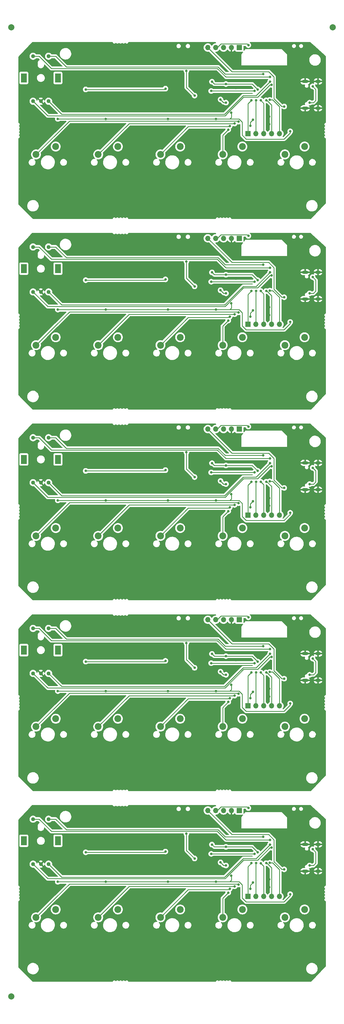
<source format=gbr>
%TF.GenerationSoftware,KiCad,Pcbnew,7.0.5*%
%TF.CreationDate,2023-06-14T21:03:38-05:00*%
%TF.ProjectId,MeetupKeebpanel,4d656574-7570-44b6-9565-6270616e656c,rev?*%
%TF.SameCoordinates,Original*%
%TF.FileFunction,Copper,L2,Bot*%
%TF.FilePolarity,Positive*%
%FSLAX46Y46*%
G04 Gerber Fmt 4.6, Leading zero omitted, Abs format (unit mm)*
G04 Created by KiCad (PCBNEW 7.0.5) date 2023-06-14 21:03:38*
%MOMM*%
%LPD*%
G01*
G04 APERTURE LIST*
%TA.AperFunction,ComponentPad*%
%ADD10C,2.200000*%
%TD*%
%TA.AperFunction,ComponentPad*%
%ADD11R,1.700000X1.700000*%
%TD*%
%TA.AperFunction,ComponentPad*%
%ADD12O,1.700000X1.700000*%
%TD*%
%TA.AperFunction,ComponentPad*%
%ADD13R,1.900000X3.000000*%
%TD*%
%TA.AperFunction,ComponentPad*%
%ADD14C,1.300000*%
%TD*%
%TA.AperFunction,ComponentPad*%
%ADD15O,2.100000X1.000000*%
%TD*%
%TA.AperFunction,ComponentPad*%
%ADD16O,1.800000X1.000000*%
%TD*%
%TA.AperFunction,SMDPad,CuDef*%
%ADD17C,2.000000*%
%TD*%
%TA.AperFunction,ViaPad*%
%ADD18C,0.800000*%
%TD*%
%TA.AperFunction,Conductor*%
%ADD19C,0.250000*%
%TD*%
G04 APERTURE END LIST*
D10*
%TO.P,SW6,1,1*%
%TO.N,Board_4-Net-(D5-A)*%
X131035000Y-306920000D03*
%TO.P,SW6,2,2*%
%TO.N,Board_4-/C2*%
X124685000Y-309460000D03*
%TD*%
%TO.P,SW6,1,1*%
%TO.N,Board_3-Net-(D5-A)*%
X131035000Y-245420000D03*
%TO.P,SW6,2,2*%
%TO.N,Board_3-/C2*%
X124685000Y-247960000D03*
%TD*%
%TO.P,SW10,1,1*%
%TO.N,Board_2-Net-(D9-A)*%
X171175000Y-183920000D03*
%TO.P,SW10,2,2*%
%TO.N,Board_2-/C4*%
X164825000Y-186460000D03*
%TD*%
D11*
%TO.P,J1,1,Pin_1*%
%TO.N,Board_2-Net-(J1-Pin_1)*%
X173005000Y-179750000D03*
D12*
%TO.P,J1,2,Pin_2*%
%TO.N,Board_2-Net-(J1-Pin_2)*%
X175545000Y-179750000D03*
%TO.P,J1,3,Pin_3*%
%TO.N,Board_2-Net-(J1-Pin_3)*%
X178085000Y-179750000D03*
%TO.P,J1,4,Pin_4*%
%TO.N,Board_2-Net-(J1-Pin_4)*%
X180625000Y-179750000D03*
%TO.P,J1,5,Pin_5*%
%TO.N,Board_2-Net-(J1-Pin_5)*%
X183165000Y-179750000D03*
%TD*%
D10*
%TO.P,SW7,1,1*%
%TO.N,Board_3-Net-(D6-A)*%
X151105000Y-245420000D03*
%TO.P,SW7,2,2*%
%TO.N,Board_3-/C3*%
X144755000Y-247960000D03*
%TD*%
%TO.P,SW13,1,1*%
%TO.N,Board_1-Net-(D12-A)*%
X191245000Y-122420000D03*
%TO.P,SW13,2,2*%
%TO.N,Board_1-/C5*%
X184895000Y-124960000D03*
%TD*%
D13*
%TO.P,SW2,*%
%TO.N,*%
X100662500Y-161800000D03*
X111662500Y-161800000D03*
D14*
%TO.P,SW2,A,A*%
%TO.N,Board_2-/RotaryB*%
X103662500Y-169300000D03*
%TO.P,SW2,B,B*%
%TO.N,Board_2-/RotaryA*%
X108662500Y-169300000D03*
%TO.P,SW2,C,C*%
%TO.N,Board_2-VSS*%
X106162500Y-169300000D03*
%TO.P,SW2,S1,S1*%
%TO.N,Board_2-/RotaryS1*%
X103662500Y-154800000D03*
%TO.P,SW2,S2,S2*%
%TO.N,Board_2-/RotaryS2*%
X108662500Y-154800000D03*
%TD*%
D10*
%TO.P,SW10,1,1*%
%TO.N,Board_0-Net-(D9-A)*%
X171175000Y-60920000D03*
%TO.P,SW10,2,2*%
%TO.N,Board_0-/C4*%
X164825000Y-63460000D03*
%TD*%
D15*
%TO.P,P1,S1,SHIELD*%
%TO.N,Board_2-VSS*%
X191437500Y-171570000D03*
D16*
X195587500Y-171570000D03*
D15*
X191437500Y-162930000D03*
D16*
X195587500Y-162930000D03*
%TD*%
D10*
%TO.P,SW7,1,1*%
%TO.N,Board_1-Net-(D6-A)*%
X151105000Y-122420000D03*
%TO.P,SW7,2,2*%
%TO.N,Board_1-/C3*%
X144755000Y-124960000D03*
%TD*%
%TO.P,SW5,1,1*%
%TO.N,Board_3-Net-(D4-A)*%
X110965000Y-245420000D03*
%TO.P,SW5,2,2*%
%TO.N,Board_3-/C1*%
X104615000Y-247960000D03*
%TD*%
D11*
%TO.P,J2,1,Pin_1*%
%TO.N,Board_1-VCC*%
X170205000Y-90500000D03*
D12*
%TO.P,J2,2,Pin_2*%
%TO.N,Board_1-VSS*%
X167665000Y-90500000D03*
%TO.P,J2,3,Pin_3*%
%TO.N,Board_1-SWDIO*%
X165125000Y-90500000D03*
%TO.P,J2,4,Pin_4*%
%TO.N,Board_1-SWD*%
X162585000Y-90500000D03*
%TO.P,J2,5,Pin_5*%
%TO.N,Board_1-RST*%
X160045000Y-90500000D03*
%TD*%
D11*
%TO.P,J2,1,Pin_1*%
%TO.N,Board_4-VCC*%
X170205000Y-275000000D03*
D12*
%TO.P,J2,2,Pin_2*%
%TO.N,Board_4-VSS*%
X167665000Y-275000000D03*
%TO.P,J2,3,Pin_3*%
%TO.N,Board_4-SWDIO*%
X165125000Y-275000000D03*
%TO.P,J2,4,Pin_4*%
%TO.N,Board_4-SWD*%
X162585000Y-275000000D03*
%TO.P,J2,5,Pin_5*%
%TO.N,Board_4-RST*%
X160045000Y-275000000D03*
%TD*%
D11*
%TO.P,J1,1,Pin_1*%
%TO.N,Board_4-Net-(J1-Pin_1)*%
X173005000Y-302750000D03*
D12*
%TO.P,J1,2,Pin_2*%
%TO.N,Board_4-Net-(J1-Pin_2)*%
X175545000Y-302750000D03*
%TO.P,J1,3,Pin_3*%
%TO.N,Board_4-Net-(J1-Pin_3)*%
X178085000Y-302750000D03*
%TO.P,J1,4,Pin_4*%
%TO.N,Board_4-Net-(J1-Pin_4)*%
X180625000Y-302750000D03*
%TO.P,J1,5,Pin_5*%
%TO.N,Board_4-Net-(J1-Pin_5)*%
X183165000Y-302750000D03*
%TD*%
D13*
%TO.P,SW2,*%
%TO.N,*%
X100662500Y-38800000D03*
X111662500Y-38800000D03*
D14*
%TO.P,SW2,A,A*%
%TO.N,Board_0-/RotaryB*%
X103662500Y-46300000D03*
%TO.P,SW2,B,B*%
%TO.N,Board_0-/RotaryA*%
X108662500Y-46300000D03*
%TO.P,SW2,C,C*%
%TO.N,Board_0-VSS*%
X106162500Y-46300000D03*
%TO.P,SW2,S1,S1*%
%TO.N,Board_0-/RotaryS1*%
X103662500Y-31800000D03*
%TO.P,SW2,S2,S2*%
%TO.N,Board_0-/RotaryS2*%
X108662500Y-31800000D03*
%TD*%
D10*
%TO.P,SW5,1,1*%
%TO.N,Board_2-Net-(D4-A)*%
X110965000Y-183920000D03*
%TO.P,SW5,2,2*%
%TO.N,Board_2-/C1*%
X104615000Y-186460000D03*
%TD*%
D11*
%TO.P,J2,1,Pin_1*%
%TO.N,Board_2-VCC*%
X170205000Y-152000000D03*
D12*
%TO.P,J2,2,Pin_2*%
%TO.N,Board_2-VSS*%
X167665000Y-152000000D03*
%TO.P,J2,3,Pin_3*%
%TO.N,Board_2-SWDIO*%
X165125000Y-152000000D03*
%TO.P,J2,4,Pin_4*%
%TO.N,Board_2-SWD*%
X162585000Y-152000000D03*
%TO.P,J2,5,Pin_5*%
%TO.N,Board_2-RST*%
X160045000Y-152000000D03*
%TD*%
D13*
%TO.P,SW2,*%
%TO.N,*%
X100662500Y-223300000D03*
X111662500Y-223300000D03*
D14*
%TO.P,SW2,A,A*%
%TO.N,Board_3-/RotaryB*%
X103662500Y-230800000D03*
%TO.P,SW2,B,B*%
%TO.N,Board_3-/RotaryA*%
X108662500Y-230800000D03*
%TO.P,SW2,C,C*%
%TO.N,Board_3-VSS*%
X106162500Y-230800000D03*
%TO.P,SW2,S1,S1*%
%TO.N,Board_3-/RotaryS1*%
X103662500Y-216300000D03*
%TO.P,SW2,S2,S2*%
%TO.N,Board_3-/RotaryS2*%
X108662500Y-216300000D03*
%TD*%
D10*
%TO.P,SW7,1,1*%
%TO.N,Board_4-Net-(D6-A)*%
X151105000Y-306920000D03*
%TO.P,SW7,2,2*%
%TO.N,Board_4-/C3*%
X144755000Y-309460000D03*
%TD*%
%TO.P,SW5,1,1*%
%TO.N,Board_0-Net-(D4-A)*%
X110965000Y-60920000D03*
%TO.P,SW5,2,2*%
%TO.N,Board_0-/C1*%
X104615000Y-63460000D03*
%TD*%
D11*
%TO.P,J1,1,Pin_1*%
%TO.N,Board_1-Net-(J1-Pin_1)*%
X173005000Y-118250000D03*
D12*
%TO.P,J1,2,Pin_2*%
%TO.N,Board_1-Net-(J1-Pin_2)*%
X175545000Y-118250000D03*
%TO.P,J1,3,Pin_3*%
%TO.N,Board_1-Net-(J1-Pin_3)*%
X178085000Y-118250000D03*
%TO.P,J1,4,Pin_4*%
%TO.N,Board_1-Net-(J1-Pin_4)*%
X180625000Y-118250000D03*
%TO.P,J1,5,Pin_5*%
%TO.N,Board_1-Net-(J1-Pin_5)*%
X183165000Y-118250000D03*
%TD*%
D11*
%TO.P,J2,1,Pin_1*%
%TO.N,Board_3-VCC*%
X170205000Y-213500000D03*
D12*
%TO.P,J2,2,Pin_2*%
%TO.N,Board_3-VSS*%
X167665000Y-213500000D03*
%TO.P,J2,3,Pin_3*%
%TO.N,Board_3-SWDIO*%
X165125000Y-213500000D03*
%TO.P,J2,4,Pin_4*%
%TO.N,Board_3-SWD*%
X162585000Y-213500000D03*
%TO.P,J2,5,Pin_5*%
%TO.N,Board_3-RST*%
X160045000Y-213500000D03*
%TD*%
D13*
%TO.P,SW2,*%
%TO.N,*%
X100662500Y-284800000D03*
X111662500Y-284800000D03*
D14*
%TO.P,SW2,A,A*%
%TO.N,Board_4-/RotaryB*%
X103662500Y-292300000D03*
%TO.P,SW2,B,B*%
%TO.N,Board_4-/RotaryA*%
X108662500Y-292300000D03*
%TO.P,SW2,C,C*%
%TO.N,Board_4-VSS*%
X106162500Y-292300000D03*
%TO.P,SW2,S1,S1*%
%TO.N,Board_4-/RotaryS1*%
X103662500Y-277800000D03*
%TO.P,SW2,S2,S2*%
%TO.N,Board_4-/RotaryS2*%
X108662500Y-277800000D03*
%TD*%
D10*
%TO.P,SW13,1,1*%
%TO.N,Board_3-Net-(D12-A)*%
X191245000Y-245420000D03*
%TO.P,SW13,2,2*%
%TO.N,Board_3-/C5*%
X184895000Y-247960000D03*
%TD*%
%TO.P,SW6,1,1*%
%TO.N,Board_1-Net-(D5-A)*%
X131035000Y-122420000D03*
%TO.P,SW6,2,2*%
%TO.N,Board_1-/C2*%
X124685000Y-124960000D03*
%TD*%
%TO.P,SW7,1,1*%
%TO.N,Board_2-Net-(D6-A)*%
X151105000Y-183920000D03*
%TO.P,SW7,2,2*%
%TO.N,Board_2-/C3*%
X144755000Y-186460000D03*
%TD*%
%TO.P,SW10,1,1*%
%TO.N,Board_1-Net-(D9-A)*%
X171175000Y-122420000D03*
%TO.P,SW10,2,2*%
%TO.N,Board_1-/C4*%
X164825000Y-124960000D03*
%TD*%
%TO.P,SW6,1,1*%
%TO.N,Board_0-Net-(D5-A)*%
X131035000Y-60920000D03*
%TO.P,SW6,2,2*%
%TO.N,Board_0-/C2*%
X124685000Y-63460000D03*
%TD*%
D15*
%TO.P,P1,S1,SHIELD*%
%TO.N,Board_3-VSS*%
X191437500Y-233070000D03*
D16*
X195587500Y-233070000D03*
D15*
X191437500Y-224430000D03*
D16*
X195587500Y-224430000D03*
%TD*%
D11*
%TO.P,J1,1,Pin_1*%
%TO.N,Board_3-Net-(J1-Pin_1)*%
X173005000Y-241250000D03*
D12*
%TO.P,J1,2,Pin_2*%
%TO.N,Board_3-Net-(J1-Pin_2)*%
X175545000Y-241250000D03*
%TO.P,J1,3,Pin_3*%
%TO.N,Board_3-Net-(J1-Pin_3)*%
X178085000Y-241250000D03*
%TO.P,J1,4,Pin_4*%
%TO.N,Board_3-Net-(J1-Pin_4)*%
X180625000Y-241250000D03*
%TO.P,J1,5,Pin_5*%
%TO.N,Board_3-Net-(J1-Pin_5)*%
X183165000Y-241250000D03*
%TD*%
D10*
%TO.P,SW5,1,1*%
%TO.N,Board_4-Net-(D4-A)*%
X110965000Y-306920000D03*
%TO.P,SW5,2,2*%
%TO.N,Board_4-/C1*%
X104615000Y-309460000D03*
%TD*%
D15*
%TO.P,P1,S1,SHIELD*%
%TO.N,Board_1-VSS*%
X191437500Y-110070000D03*
D16*
X195587500Y-110070000D03*
D15*
X191437500Y-101430000D03*
D16*
X195587500Y-101430000D03*
%TD*%
D10*
%TO.P,SW10,1,1*%
%TO.N,Board_4-Net-(D9-A)*%
X171175000Y-306920000D03*
%TO.P,SW10,2,2*%
%TO.N,Board_4-/C4*%
X164825000Y-309460000D03*
%TD*%
D11*
%TO.P,J2,1,Pin_1*%
%TO.N,Board_0-VCC*%
X170205000Y-29000000D03*
D12*
%TO.P,J2,2,Pin_2*%
%TO.N,Board_0-VSS*%
X167665000Y-29000000D03*
%TO.P,J2,3,Pin_3*%
%TO.N,Board_0-SWDIO*%
X165125000Y-29000000D03*
%TO.P,J2,4,Pin_4*%
%TO.N,Board_0-SWD*%
X162585000Y-29000000D03*
%TO.P,J2,5,Pin_5*%
%TO.N,Board_0-RST*%
X160045000Y-29000000D03*
%TD*%
D15*
%TO.P,P1,S1,SHIELD*%
%TO.N,Board_0-VSS*%
X191437500Y-48570000D03*
D16*
X195587500Y-48570000D03*
D15*
X191437500Y-39930000D03*
D16*
X195587500Y-39930000D03*
%TD*%
D11*
%TO.P,J1,1,Pin_1*%
%TO.N,Board_0-Net-(J1-Pin_1)*%
X173005000Y-56750000D03*
D12*
%TO.P,J1,2,Pin_2*%
%TO.N,Board_0-Net-(J1-Pin_2)*%
X175545000Y-56750000D03*
%TO.P,J1,3,Pin_3*%
%TO.N,Board_0-Net-(J1-Pin_3)*%
X178085000Y-56750000D03*
%TO.P,J1,4,Pin_4*%
%TO.N,Board_0-Net-(J1-Pin_4)*%
X180625000Y-56750000D03*
%TO.P,J1,5,Pin_5*%
%TO.N,Board_0-Net-(J1-Pin_5)*%
X183165000Y-56750000D03*
%TD*%
D13*
%TO.P,SW2,*%
%TO.N,*%
X100662500Y-100300000D03*
X111662500Y-100300000D03*
D14*
%TO.P,SW2,A,A*%
%TO.N,Board_1-/RotaryB*%
X103662500Y-107800000D03*
%TO.P,SW2,B,B*%
%TO.N,Board_1-/RotaryA*%
X108662500Y-107800000D03*
%TO.P,SW2,C,C*%
%TO.N,Board_1-VSS*%
X106162500Y-107800000D03*
%TO.P,SW2,S1,S1*%
%TO.N,Board_1-/RotaryS1*%
X103662500Y-93300000D03*
%TO.P,SW2,S2,S2*%
%TO.N,Board_1-/RotaryS2*%
X108662500Y-93300000D03*
%TD*%
D10*
%TO.P,SW13,1,1*%
%TO.N,Board_0-Net-(D12-A)*%
X191245000Y-60920000D03*
%TO.P,SW13,2,2*%
%TO.N,Board_0-/C5*%
X184895000Y-63460000D03*
%TD*%
%TO.P,SW13,1,1*%
%TO.N,Board_2-Net-(D12-A)*%
X191245000Y-183920000D03*
%TO.P,SW13,2,2*%
%TO.N,Board_2-/C5*%
X184895000Y-186460000D03*
%TD*%
%TO.P,SW6,1,1*%
%TO.N,Board_2-Net-(D5-A)*%
X131035000Y-183920000D03*
%TO.P,SW6,2,2*%
%TO.N,Board_2-/C2*%
X124685000Y-186460000D03*
%TD*%
%TO.P,SW10,1,1*%
%TO.N,Board_3-Net-(D9-A)*%
X171175000Y-245420000D03*
%TO.P,SW10,2,2*%
%TO.N,Board_3-/C4*%
X164825000Y-247960000D03*
%TD*%
%TO.P,SW5,1,1*%
%TO.N,Board_1-Net-(D4-A)*%
X110965000Y-122420000D03*
%TO.P,SW5,2,2*%
%TO.N,Board_1-/C1*%
X104615000Y-124960000D03*
%TD*%
%TO.P,SW7,1,1*%
%TO.N,Board_0-Net-(D6-A)*%
X151105000Y-60920000D03*
%TO.P,SW7,2,2*%
%TO.N,Board_0-/C3*%
X144755000Y-63460000D03*
%TD*%
%TO.P,SW13,1,1*%
%TO.N,Board_4-Net-(D12-A)*%
X191245000Y-306920000D03*
%TO.P,SW13,2,2*%
%TO.N,Board_4-/C5*%
X184895000Y-309460000D03*
%TD*%
D15*
%TO.P,P1,S1,SHIELD*%
%TO.N,Board_4-VSS*%
X191437500Y-294570000D03*
D16*
X195587500Y-294570000D03*
D15*
X191437500Y-285930000D03*
D16*
X195587500Y-285930000D03*
%TD*%
D17*
%TO.P,REF\u002A\u002A,*%
%TO.N,*%
X200375000Y-22500000D03*
%TD*%
%TO.P,REF\u002A\u002A,*%
%TO.N,*%
X96625000Y-22500000D03*
%TD*%
%TO.P,REF\u002A\u002A,*%
%TO.N,*%
X96625000Y-335000000D03*
%TD*%
D18*
%TO.N,Board_0-/C1*%
X169974951Y-52874549D03*
%TO.N,Board_0-/C2*%
X168684205Y-53484471D03*
%TO.N,Board_0-/C3*%
X167125000Y-54275500D03*
%TO.N,Board_0-/C4*%
X166625000Y-55500000D03*
%TO.N,Board_0-/R1*%
X162625000Y-52000000D03*
X111625000Y-52000000D03*
X147125000Y-52000000D03*
X186625000Y-56000000D03*
X127125000Y-52000000D03*
X167612701Y-49987701D03*
%TO.N,Board_0-/RotaryA*%
X180125000Y-40000000D03*
%TO.N,Board_0-/RotaryB*%
X180625000Y-41000000D03*
%TO.N,Board_0-/RotaryS1*%
X180125000Y-38500000D03*
%TO.N,Board_0-/RotaryS2*%
X177875000Y-37500000D03*
%TO.N,Board_0-Net-(J1-Pin_1)*%
X174125000Y-46000000D03*
%TO.N,Board_0-Net-(J1-Pin_2)*%
X175625000Y-46000000D03*
%TO.N,Board_0-Net-(J1-Pin_3)*%
X177112700Y-46012300D03*
%TO.N,Board_0-Net-(J1-Pin_4)*%
X178875000Y-46000000D03*
%TO.N,Board_0-Net-(J1-Pin_5)*%
X180012299Y-45862701D03*
%TO.N,Board_0-Net-(Power1-B)*%
X155761478Y-44495211D03*
X153125000Y-36500000D03*
%TO.N,Board_0-Net-(U3-LX)*%
X164125000Y-45750000D03*
X165899500Y-46750000D03*
%TO.N,Board_0-RST*%
X184662500Y-48000000D03*
%TO.N,Board_0-SWD*%
X173125000Y-28224500D03*
%TO.N,Board_0-VBUS*%
X176125000Y-42500000D03*
X165875000Y-40750000D03*
X192875000Y-46750000D03*
X193875000Y-41500000D03*
X161375000Y-40000000D03*
%TO.N,Board_0-VBat*%
X161125000Y-43000000D03*
X175125000Y-43000000D03*
%TO.N,Board_0-VCC*%
X173729500Y-54250000D03*
X174625000Y-52250000D03*
%TO.N,Board_0-VDDA*%
X120625000Y-42500000D03*
X146375000Y-42250000D03*
%TO.N,Board_0-VSS*%
X178875000Y-44750000D03*
X169125000Y-42000000D03*
X177125000Y-40500000D03*
X166875000Y-45500000D03*
X190625000Y-36500000D03*
X155875000Y-39750000D03*
X119875000Y-46500000D03*
X148375000Y-45750000D03*
X161375000Y-48500000D03*
X180125000Y-43000000D03*
X154375000Y-48250000D03*
X179875000Y-53750000D03*
X179875000Y-51250000D03*
X156125000Y-33000000D03*
X162125000Y-45500000D03*
%TO.N,Board_1-/C1*%
X169974951Y-114374549D03*
%TO.N,Board_1-/C2*%
X168684205Y-114984471D03*
%TO.N,Board_1-/C3*%
X167125000Y-115775500D03*
%TO.N,Board_1-/C4*%
X166625000Y-117000000D03*
%TO.N,Board_1-/R1*%
X127125000Y-113500000D03*
X111625000Y-113500000D03*
X167612701Y-111487701D03*
X162625000Y-113500000D03*
X147125000Y-113500000D03*
X186625000Y-117500000D03*
%TO.N,Board_1-/RotaryA*%
X180125000Y-101500000D03*
%TO.N,Board_1-/RotaryB*%
X180625000Y-102500000D03*
%TO.N,Board_1-/RotaryS1*%
X180125000Y-100000000D03*
%TO.N,Board_1-/RotaryS2*%
X177875000Y-99000000D03*
%TO.N,Board_1-Net-(J1-Pin_1)*%
X174125000Y-107500000D03*
%TO.N,Board_1-Net-(J1-Pin_2)*%
X175625000Y-107500000D03*
%TO.N,Board_1-Net-(J1-Pin_3)*%
X177112700Y-107512300D03*
%TO.N,Board_1-Net-(J1-Pin_4)*%
X178875000Y-107500000D03*
%TO.N,Board_1-Net-(J1-Pin_5)*%
X180012299Y-107362701D03*
%TO.N,Board_1-Net-(Power1-B)*%
X153125000Y-98000000D03*
X155761478Y-105995211D03*
%TO.N,Board_1-Net-(U3-LX)*%
X165899500Y-108250000D03*
X164125000Y-107250000D03*
%TO.N,Board_1-RST*%
X184662500Y-109500000D03*
%TO.N,Board_1-SWD*%
X173125000Y-89724500D03*
%TO.N,Board_1-VBUS*%
X192875000Y-108250000D03*
X161375000Y-101500000D03*
X165875000Y-102250000D03*
X193875000Y-103000000D03*
X176125000Y-104000000D03*
%TO.N,Board_1-VBat*%
X175125000Y-104500000D03*
X161125000Y-104500000D03*
%TO.N,Board_1-VCC*%
X173729500Y-115750000D03*
X174625000Y-113750000D03*
%TO.N,Board_1-VDDA*%
X120625000Y-104000000D03*
X146375000Y-103750000D03*
%TO.N,Board_1-VSS*%
X166875000Y-107000000D03*
X180125000Y-104500000D03*
X179875000Y-112750000D03*
X155875000Y-101250000D03*
X161375000Y-110000000D03*
X190625000Y-98000000D03*
X177125000Y-102000000D03*
X179875000Y-115250000D03*
X169125000Y-103500000D03*
X119875000Y-108000000D03*
X162125000Y-107000000D03*
X156125000Y-94500000D03*
X178875000Y-106250000D03*
X148375000Y-107250000D03*
X154375000Y-109750000D03*
%TO.N,Board_2-/C1*%
X169974951Y-175874549D03*
%TO.N,Board_2-/C2*%
X168684205Y-176484471D03*
%TO.N,Board_2-/C3*%
X167125000Y-177275500D03*
%TO.N,Board_2-/C4*%
X166625000Y-178500000D03*
%TO.N,Board_2-/R1*%
X111625000Y-175000000D03*
X162625000Y-175000000D03*
X186625000Y-179000000D03*
X167612701Y-172987701D03*
X147125000Y-175000000D03*
X127125000Y-175000000D03*
%TO.N,Board_2-/RotaryA*%
X180125000Y-163000000D03*
%TO.N,Board_2-/RotaryB*%
X180625000Y-164000000D03*
%TO.N,Board_2-/RotaryS1*%
X180125000Y-161500000D03*
%TO.N,Board_2-/RotaryS2*%
X177875000Y-160500000D03*
%TO.N,Board_2-Net-(J1-Pin_1)*%
X174125000Y-169000000D03*
%TO.N,Board_2-Net-(J1-Pin_2)*%
X175625000Y-169000000D03*
%TO.N,Board_2-Net-(J1-Pin_3)*%
X177112700Y-169012300D03*
%TO.N,Board_2-Net-(J1-Pin_4)*%
X178875000Y-169000000D03*
%TO.N,Board_2-Net-(J1-Pin_5)*%
X180012299Y-168862701D03*
%TO.N,Board_2-Net-(Power1-B)*%
X153125000Y-159500000D03*
X155761478Y-167495211D03*
%TO.N,Board_2-Net-(U3-LX)*%
X165899500Y-169750000D03*
X164125000Y-168750000D03*
%TO.N,Board_2-RST*%
X184662500Y-171000000D03*
%TO.N,Board_2-SWD*%
X173125000Y-151224500D03*
%TO.N,Board_2-VBUS*%
X193875000Y-164500000D03*
X165875000Y-163750000D03*
X192875000Y-169750000D03*
X176125000Y-165500000D03*
X161375000Y-163000000D03*
%TO.N,Board_2-VBat*%
X161125000Y-166000000D03*
X175125000Y-166000000D03*
%TO.N,Board_2-VCC*%
X174625000Y-175250000D03*
X173729500Y-177250000D03*
%TO.N,Board_2-VDDA*%
X146375000Y-165250000D03*
X120625000Y-165500000D03*
%TO.N,Board_2-VSS*%
X154375000Y-171250000D03*
X161375000Y-171500000D03*
X162125000Y-168500000D03*
X169125000Y-165000000D03*
X179875000Y-176750000D03*
X156125000Y-156000000D03*
X155875000Y-162750000D03*
X180125000Y-166000000D03*
X166875000Y-168500000D03*
X190625000Y-159500000D03*
X178875000Y-167750000D03*
X179875000Y-174250000D03*
X148375000Y-168750000D03*
X177125000Y-163500000D03*
X119875000Y-169500000D03*
%TO.N,Board_3-/C1*%
X169974951Y-237374549D03*
%TO.N,Board_3-/C2*%
X168684205Y-237984471D03*
%TO.N,Board_3-/C3*%
X167125000Y-238775500D03*
%TO.N,Board_3-/C4*%
X166625000Y-240000000D03*
%TO.N,Board_3-/R1*%
X111625000Y-236500000D03*
X127125000Y-236500000D03*
X162625000Y-236500000D03*
X147125000Y-236500000D03*
X186625000Y-240500000D03*
X167612701Y-234487701D03*
%TO.N,Board_3-/RotaryA*%
X180125000Y-224500000D03*
%TO.N,Board_3-/RotaryB*%
X180625000Y-225500000D03*
%TO.N,Board_3-/RotaryS1*%
X180125000Y-223000000D03*
%TO.N,Board_3-/RotaryS2*%
X177875000Y-222000000D03*
%TO.N,Board_3-Net-(J1-Pin_1)*%
X174125000Y-230500000D03*
%TO.N,Board_3-Net-(J1-Pin_2)*%
X175625000Y-230500000D03*
%TO.N,Board_3-Net-(J1-Pin_3)*%
X177112700Y-230512300D03*
%TO.N,Board_3-Net-(J1-Pin_4)*%
X178875000Y-230500000D03*
%TO.N,Board_3-Net-(J1-Pin_5)*%
X180012299Y-230362701D03*
%TO.N,Board_3-Net-(Power1-B)*%
X153125000Y-221000000D03*
X155761478Y-228995211D03*
%TO.N,Board_3-Net-(U3-LX)*%
X164125000Y-230250000D03*
X165899500Y-231250000D03*
%TO.N,Board_3-RST*%
X184662500Y-232500000D03*
%TO.N,Board_3-SWD*%
X173125000Y-212724500D03*
%TO.N,Board_3-VBUS*%
X192875000Y-231250000D03*
X161375000Y-224500000D03*
X165875000Y-225250000D03*
X176125000Y-227000000D03*
X193875000Y-226000000D03*
%TO.N,Board_3-VBat*%
X161125000Y-227500000D03*
X175125000Y-227500000D03*
%TO.N,Board_3-VCC*%
X174625000Y-236750000D03*
X173729500Y-238750000D03*
%TO.N,Board_3-VDDA*%
X146375000Y-226750000D03*
X120625000Y-227000000D03*
%TO.N,Board_3-VSS*%
X179875000Y-238250000D03*
X155875000Y-224250000D03*
X177125000Y-225000000D03*
X166875000Y-230000000D03*
X162125000Y-230000000D03*
X156125000Y-217500000D03*
X154375000Y-232750000D03*
X180125000Y-227500000D03*
X178875000Y-229250000D03*
X161375000Y-233000000D03*
X148375000Y-230250000D03*
X190625000Y-221000000D03*
X169125000Y-226500000D03*
X179875000Y-235750000D03*
X119875000Y-231000000D03*
%TO.N,Board_4-/C1*%
X169974951Y-298874549D03*
%TO.N,Board_4-/C2*%
X168684205Y-299484471D03*
%TO.N,Board_4-/C3*%
X167125000Y-300275500D03*
%TO.N,Board_4-/C4*%
X166625000Y-301500000D03*
%TO.N,Board_4-/R1*%
X186625000Y-302000000D03*
X127125000Y-298000000D03*
X111625000Y-298000000D03*
X162625000Y-298000000D03*
X167612701Y-295987701D03*
X147125000Y-298000000D03*
%TO.N,Board_4-/RotaryA*%
X180125000Y-286000000D03*
%TO.N,Board_4-/RotaryB*%
X180625000Y-287000000D03*
%TO.N,Board_4-/RotaryS1*%
X180125000Y-284500000D03*
%TO.N,Board_4-/RotaryS2*%
X177875000Y-283500000D03*
%TO.N,Board_4-Net-(J1-Pin_1)*%
X174125000Y-292000000D03*
%TO.N,Board_4-Net-(J1-Pin_2)*%
X175625000Y-292000000D03*
%TO.N,Board_4-Net-(J1-Pin_3)*%
X177112700Y-292012300D03*
%TO.N,Board_4-Net-(J1-Pin_4)*%
X178875000Y-292000000D03*
%TO.N,Board_4-Net-(J1-Pin_5)*%
X180012299Y-291862701D03*
%TO.N,Board_4-Net-(Power1-B)*%
X153125000Y-282500000D03*
X155761478Y-290495211D03*
%TO.N,Board_4-Net-(U3-LX)*%
X165899500Y-292750000D03*
X164125000Y-291750000D03*
%TO.N,Board_4-RST*%
X184662500Y-294000000D03*
%TO.N,Board_4-SWD*%
X173125000Y-274224500D03*
%TO.N,Board_4-VBUS*%
X176125000Y-288500000D03*
X192875000Y-292750000D03*
X193875000Y-287500000D03*
X161375000Y-286000000D03*
X165875000Y-286750000D03*
%TO.N,Board_4-VBat*%
X161125000Y-289000000D03*
X175125000Y-289000000D03*
%TO.N,Board_4-VCC*%
X173729500Y-300250000D03*
X174625000Y-298250000D03*
%TO.N,Board_4-VDDA*%
X120625000Y-288500000D03*
X146375000Y-288250000D03*
%TO.N,Board_4-VSS*%
X179875000Y-299750000D03*
X179875000Y-297250000D03*
X180125000Y-289000000D03*
X162125000Y-291500000D03*
X154375000Y-294250000D03*
X161375000Y-294500000D03*
X190625000Y-282500000D03*
X156125000Y-279000000D03*
X119875000Y-292500000D03*
X177125000Y-286500000D03*
X148375000Y-291750000D03*
X169125000Y-288000000D03*
X155875000Y-285750000D03*
X178875000Y-290750000D03*
X166875000Y-291500000D03*
%TD*%
D19*
%TO.N,Board_0-/C1*%
X115400000Y-52725000D02*
X111125000Y-57000000D01*
X111075000Y-57000000D02*
X104615000Y-63460000D01*
X111125000Y-57000000D02*
X111075000Y-57000000D01*
X169974951Y-52874549D02*
X169825402Y-52725000D01*
X169825402Y-52725000D02*
X115400000Y-52725000D01*
%TO.N,Board_0-/C2*%
X124685000Y-63460000D02*
X134645000Y-53500000D01*
X168668676Y-53500000D02*
X168684205Y-53484471D01*
X167125000Y-53500000D02*
X168668676Y-53500000D01*
X134645000Y-53500000D02*
X167125000Y-53500000D01*
%TO.N,Board_0-/C3*%
X153715000Y-54500000D02*
X155125000Y-54500000D01*
X166900500Y-54500000D02*
X167125000Y-54275500D01*
X144755000Y-63460000D02*
X153715000Y-54500000D01*
X155125000Y-54500000D02*
X166900500Y-54500000D01*
%TO.N,Board_0-/C4*%
X166625000Y-55500000D02*
X164825000Y-57300000D01*
X164825000Y-57300000D02*
X164825000Y-63460000D01*
%TO.N,Board_0-/R1*%
X162625000Y-52000000D02*
X165625000Y-52000000D01*
X171125000Y-53000000D02*
X171125000Y-57220000D01*
X186625000Y-56500000D02*
X186625000Y-56000000D01*
X172405000Y-58500000D02*
X184625000Y-58500000D01*
X171125000Y-57220000D02*
X172405000Y-58500000D01*
X167625000Y-50000000D02*
X167625000Y-51500000D01*
X170125000Y-52000000D02*
X171125000Y-53000000D01*
X167625000Y-51500000D02*
X167125000Y-52000000D01*
X127125000Y-52000000D02*
X147125000Y-52000000D01*
X184625000Y-58500000D02*
X186625000Y-56500000D01*
X147125000Y-52000000D02*
X167125000Y-52000000D01*
X167125000Y-52000000D02*
X170125000Y-52000000D01*
X111625000Y-52000000D02*
X127125000Y-52000000D01*
X167612701Y-49987701D02*
X167625000Y-50000000D01*
%TO.N,Board_0-/RotaryA*%
X167031851Y-48906850D02*
X171438701Y-44500000D01*
X113625000Y-50500000D02*
X165438701Y-50500000D01*
X171438701Y-44500000D02*
X173125000Y-44500000D01*
X112862500Y-50500000D02*
X113625000Y-50500000D01*
X108662500Y-46300000D02*
X112862500Y-50500000D01*
X165438701Y-50500000D02*
X167031851Y-48906850D01*
X175625000Y-44500000D02*
X180125000Y-40000000D01*
X173125000Y-44500000D02*
X175625000Y-44500000D01*
%TO.N,Board_0-/RotaryB*%
X103662500Y-46300000D02*
X108362500Y-51000000D01*
X166125000Y-50450097D02*
X171575097Y-45000000D01*
X180125000Y-41000000D02*
X180625000Y-41000000D01*
X108362500Y-51000000D02*
X165625000Y-51000000D01*
X175625000Y-45000000D02*
X176125000Y-45000000D01*
X171575097Y-45000000D02*
X175625000Y-45000000D01*
X166125000Y-50500000D02*
X166125000Y-50450097D01*
X165625000Y-51000000D02*
X166125000Y-50500000D01*
X176125000Y-45000000D02*
X180125000Y-41000000D01*
%TO.N,Board_0-/RotaryS1*%
X103662500Y-31800000D02*
X105613846Y-31800000D01*
X105613846Y-31800000D02*
X109563846Y-35750000D01*
X165875000Y-38500000D02*
X180125000Y-38500000D01*
X163125000Y-35750000D02*
X165875000Y-38500000D01*
X109563846Y-35750000D02*
X163125000Y-35750000D01*
%TO.N,Board_0-/RotaryS2*%
X163375000Y-35250000D02*
X165625000Y-37500000D01*
X165625000Y-37500000D02*
X177875000Y-37500000D01*
X108662500Y-31800000D02*
X110925000Y-31800000D01*
X114375000Y-35250000D02*
X163375000Y-35250000D01*
X110925000Y-31800000D02*
X114375000Y-35250000D01*
%TO.N,Board_0-Net-(J1-Pin_1)*%
X173005000Y-56750000D02*
X173005000Y-47120000D01*
X173005000Y-47120000D02*
X174125000Y-46000000D01*
%TO.N,Board_0-Net-(J1-Pin_2)*%
X175545000Y-46080000D02*
X175625000Y-46000000D01*
X175545000Y-56750000D02*
X175545000Y-46080000D01*
%TO.N,Board_0-Net-(J1-Pin_3)*%
X177112700Y-46012300D02*
X178085000Y-46984600D01*
X178085000Y-46984600D02*
X178085000Y-56750000D01*
%TO.N,Board_0-Net-(J1-Pin_4)*%
X179125000Y-46000000D02*
X180625000Y-47500000D01*
X178875000Y-46000000D02*
X179125000Y-46000000D01*
X180625000Y-47500000D02*
X180625000Y-56750000D01*
%TO.N,Board_0-Net-(J1-Pin_5)*%
X180012299Y-45862701D02*
X180987701Y-45862701D01*
X183165000Y-48040000D02*
X183165000Y-56750000D01*
X180987701Y-45862701D02*
X183165000Y-48040000D01*
%TO.N,Board_0-Net-(Power1-B)*%
X153125000Y-41858733D02*
X155761478Y-44495211D01*
X153125000Y-36500000D02*
X153125000Y-41858733D01*
%TO.N,Board_0-Net-(U3-LX)*%
X165125000Y-46750000D02*
X164125000Y-45750000D01*
X165899500Y-46750000D02*
X165125000Y-46750000D01*
%TO.N,Board_0-RST*%
X184662500Y-48000000D02*
X183875000Y-48000000D01*
X181375000Y-38500000D02*
X179650000Y-36775000D01*
X181375000Y-45500000D02*
X181375000Y-38500000D01*
X167820000Y-36775000D02*
X160045000Y-29000000D01*
X179650000Y-36775000D02*
X167820000Y-36775000D01*
X183875000Y-48000000D02*
X181375000Y-45500000D01*
%TO.N,Board_0-SWD*%
X163085000Y-29000000D02*
X162585000Y-29000000D01*
X172725500Y-27825000D02*
X164260000Y-27825000D01*
X173125000Y-28224500D02*
X172725500Y-27825000D01*
X164260000Y-27825000D02*
X163085000Y-29000000D01*
%TO.N,Board_0-VBUS*%
X162125000Y-40750000D02*
X162375000Y-40750000D01*
X194125000Y-46750000D02*
X194875000Y-46000000D01*
X162375000Y-40750000D02*
X165875000Y-40750000D01*
X165875000Y-40750000D02*
X174375000Y-40750000D01*
X174375000Y-40750000D02*
X176125000Y-42500000D01*
X194875000Y-42500000D02*
X193875000Y-41500000D01*
X161375000Y-40000000D02*
X162125000Y-40750000D01*
X192875000Y-46750000D02*
X194125000Y-46750000D01*
X194875000Y-46000000D02*
X194875000Y-42500000D01*
%TO.N,Board_0-VBat*%
X175125000Y-43000000D02*
X161125000Y-43000000D01*
%TO.N,Board_0-VCC*%
X173729500Y-54250000D02*
X173729500Y-53145500D01*
X173729500Y-53145500D02*
X174625000Y-52250000D01*
%TO.N,Board_0-VDDA*%
X120625000Y-42500000D02*
X146125000Y-42500000D01*
X146125000Y-42500000D02*
X146375000Y-42250000D01*
%TO.N,Board_0-VSS*%
X179875000Y-51250000D02*
X179875000Y-53750000D01*
X178875000Y-44750000D02*
X178875000Y-44500000D01*
%TO.N,Board_1-/C1*%
X115400000Y-114225000D02*
X111125000Y-118500000D01*
X169974951Y-114374549D02*
X169825402Y-114225000D01*
X111075000Y-118500000D02*
X104615000Y-124960000D01*
X169825402Y-114225000D02*
X115400000Y-114225000D01*
X111125000Y-118500000D02*
X111075000Y-118500000D01*
%TO.N,Board_1-/C2*%
X124685000Y-124960000D02*
X134645000Y-115000000D01*
X167125000Y-115000000D02*
X168668676Y-115000000D01*
X168668676Y-115000000D02*
X168684205Y-114984471D01*
X134645000Y-115000000D02*
X167125000Y-115000000D01*
%TO.N,Board_1-/C3*%
X144755000Y-124960000D02*
X153715000Y-116000000D01*
X155125000Y-116000000D02*
X166900500Y-116000000D01*
X166900500Y-116000000D02*
X167125000Y-115775500D01*
X153715000Y-116000000D02*
X155125000Y-116000000D01*
%TO.N,Board_1-/C4*%
X164825000Y-118800000D02*
X164825000Y-124960000D01*
X166625000Y-117000000D02*
X164825000Y-118800000D01*
%TO.N,Board_1-/R1*%
X127125000Y-113500000D02*
X147125000Y-113500000D01*
X167625000Y-113000000D02*
X167125000Y-113500000D01*
X111625000Y-113500000D02*
X127125000Y-113500000D01*
X162625000Y-113500000D02*
X165625000Y-113500000D01*
X167612701Y-111487701D02*
X167625000Y-111500000D01*
X167625000Y-111500000D02*
X167625000Y-113000000D01*
X171125000Y-114500000D02*
X171125000Y-118720000D01*
X184625000Y-120000000D02*
X186625000Y-118000000D01*
X147125000Y-113500000D02*
X167125000Y-113500000D01*
X186625000Y-118000000D02*
X186625000Y-117500000D01*
X170125000Y-113500000D02*
X171125000Y-114500000D01*
X167125000Y-113500000D02*
X170125000Y-113500000D01*
X172405000Y-120000000D02*
X184625000Y-120000000D01*
X171125000Y-118720000D02*
X172405000Y-120000000D01*
%TO.N,Board_1-/RotaryA*%
X112862500Y-112000000D02*
X113625000Y-112000000D01*
X171438701Y-106000000D02*
X173125000Y-106000000D01*
X173125000Y-106000000D02*
X175625000Y-106000000D01*
X167031851Y-110406850D02*
X171438701Y-106000000D01*
X108662500Y-107800000D02*
X112862500Y-112000000D01*
X175625000Y-106000000D02*
X180125000Y-101500000D01*
X113625000Y-112000000D02*
X165438701Y-112000000D01*
X165438701Y-112000000D02*
X167031851Y-110406850D01*
%TO.N,Board_1-/RotaryB*%
X103662500Y-107800000D02*
X108362500Y-112500000D01*
X166125000Y-112000000D02*
X166125000Y-111950097D01*
X176125000Y-106500000D02*
X180125000Y-102500000D01*
X166125000Y-111950097D02*
X171575097Y-106500000D01*
X171575097Y-106500000D02*
X175625000Y-106500000D01*
X108362500Y-112500000D02*
X165625000Y-112500000D01*
X165625000Y-112500000D02*
X166125000Y-112000000D01*
X175625000Y-106500000D02*
X176125000Y-106500000D01*
X180125000Y-102500000D02*
X180625000Y-102500000D01*
%TO.N,Board_1-/RotaryS1*%
X163125000Y-97250000D02*
X165875000Y-100000000D01*
X103662500Y-93300000D02*
X105613846Y-93300000D01*
X109563846Y-97250000D02*
X163125000Y-97250000D01*
X105613846Y-93300000D02*
X109563846Y-97250000D01*
X165875000Y-100000000D02*
X180125000Y-100000000D01*
%TO.N,Board_1-/RotaryS2*%
X165625000Y-99000000D02*
X177875000Y-99000000D01*
X163375000Y-96750000D02*
X165625000Y-99000000D01*
X114375000Y-96750000D02*
X163375000Y-96750000D01*
X110925000Y-93300000D02*
X114375000Y-96750000D01*
X108662500Y-93300000D02*
X110925000Y-93300000D01*
%TO.N,Board_1-Net-(J1-Pin_1)*%
X173005000Y-108620000D02*
X174125000Y-107500000D01*
X173005000Y-118250000D02*
X173005000Y-108620000D01*
%TO.N,Board_1-Net-(J1-Pin_2)*%
X175545000Y-118250000D02*
X175545000Y-107580000D01*
X175545000Y-107580000D02*
X175625000Y-107500000D01*
%TO.N,Board_1-Net-(J1-Pin_3)*%
X178085000Y-108484600D02*
X178085000Y-118250000D01*
X177112700Y-107512300D02*
X178085000Y-108484600D01*
%TO.N,Board_1-Net-(J1-Pin_4)*%
X179125000Y-107500000D02*
X180625000Y-109000000D01*
X180625000Y-109000000D02*
X180625000Y-118250000D01*
X178875000Y-107500000D02*
X179125000Y-107500000D01*
%TO.N,Board_1-Net-(J1-Pin_5)*%
X180012299Y-107362701D02*
X180987701Y-107362701D01*
X183165000Y-109540000D02*
X183165000Y-118250000D01*
X180987701Y-107362701D02*
X183165000Y-109540000D01*
%TO.N,Board_1-Net-(Power1-B)*%
X153125000Y-98000000D02*
X153125000Y-103358733D01*
X153125000Y-103358733D02*
X155761478Y-105995211D01*
%TO.N,Board_1-Net-(U3-LX)*%
X165125000Y-108250000D02*
X164125000Y-107250000D01*
X165899500Y-108250000D02*
X165125000Y-108250000D01*
%TO.N,Board_1-RST*%
X179650000Y-98275000D02*
X167820000Y-98275000D01*
X184662500Y-109500000D02*
X183875000Y-109500000D01*
X183875000Y-109500000D02*
X181375000Y-107000000D01*
X181375000Y-100000000D02*
X179650000Y-98275000D01*
X167820000Y-98275000D02*
X160045000Y-90500000D01*
X181375000Y-107000000D02*
X181375000Y-100000000D01*
%TO.N,Board_1-SWD*%
X164260000Y-89325000D02*
X163085000Y-90500000D01*
X163085000Y-90500000D02*
X162585000Y-90500000D01*
X173125000Y-89724500D02*
X172725500Y-89325000D01*
X172725500Y-89325000D02*
X164260000Y-89325000D01*
%TO.N,Board_1-VBUS*%
X194125000Y-108250000D02*
X194875000Y-107500000D01*
X174375000Y-102250000D02*
X176125000Y-104000000D01*
X165875000Y-102250000D02*
X174375000Y-102250000D01*
X162375000Y-102250000D02*
X165875000Y-102250000D01*
X194875000Y-104000000D02*
X193875000Y-103000000D01*
X192875000Y-108250000D02*
X194125000Y-108250000D01*
X194875000Y-107500000D02*
X194875000Y-104000000D01*
X161375000Y-101500000D02*
X162125000Y-102250000D01*
X162125000Y-102250000D02*
X162375000Y-102250000D01*
%TO.N,Board_1-VBat*%
X175125000Y-104500000D02*
X161125000Y-104500000D01*
%TO.N,Board_1-VCC*%
X173729500Y-114645500D02*
X174625000Y-113750000D01*
X173729500Y-115750000D02*
X173729500Y-114645500D01*
%TO.N,Board_1-VDDA*%
X120625000Y-104000000D02*
X146125000Y-104000000D01*
X146125000Y-104000000D02*
X146375000Y-103750000D01*
%TO.N,Board_1-VSS*%
X179875000Y-112750000D02*
X179875000Y-115250000D01*
X178875000Y-106250000D02*
X178875000Y-106000000D01*
%TO.N,Board_2-/C1*%
X115400000Y-175725000D02*
X111125000Y-180000000D01*
X169974951Y-175874549D02*
X169825402Y-175725000D01*
X111125000Y-180000000D02*
X111075000Y-180000000D01*
X169825402Y-175725000D02*
X115400000Y-175725000D01*
X111075000Y-180000000D02*
X104615000Y-186460000D01*
%TO.N,Board_2-/C2*%
X134645000Y-176500000D02*
X167125000Y-176500000D01*
X124685000Y-186460000D02*
X134645000Y-176500000D01*
X168668676Y-176500000D02*
X168684205Y-176484471D01*
X167125000Y-176500000D02*
X168668676Y-176500000D01*
%TO.N,Board_2-/C3*%
X166900500Y-177500000D02*
X167125000Y-177275500D01*
X153715000Y-177500000D02*
X155125000Y-177500000D01*
X144755000Y-186460000D02*
X153715000Y-177500000D01*
X155125000Y-177500000D02*
X166900500Y-177500000D01*
%TO.N,Board_2-/C4*%
X164825000Y-180300000D02*
X164825000Y-186460000D01*
X166625000Y-178500000D02*
X164825000Y-180300000D01*
%TO.N,Board_2-/R1*%
X167125000Y-175000000D02*
X170125000Y-175000000D01*
X127125000Y-175000000D02*
X147125000Y-175000000D01*
X171125000Y-176000000D02*
X171125000Y-180220000D01*
X167625000Y-174500000D02*
X167125000Y-175000000D01*
X186625000Y-179500000D02*
X186625000Y-179000000D01*
X167625000Y-173000000D02*
X167625000Y-174500000D01*
X172405000Y-181500000D02*
X184625000Y-181500000D01*
X184625000Y-181500000D02*
X186625000Y-179500000D01*
X147125000Y-175000000D02*
X167125000Y-175000000D01*
X111625000Y-175000000D02*
X127125000Y-175000000D01*
X171125000Y-180220000D02*
X172405000Y-181500000D01*
X162625000Y-175000000D02*
X165625000Y-175000000D01*
X170125000Y-175000000D02*
X171125000Y-176000000D01*
X167612701Y-172987701D02*
X167625000Y-173000000D01*
%TO.N,Board_2-/RotaryA*%
X108662500Y-169300000D02*
X112862500Y-173500000D01*
X113625000Y-173500000D02*
X165438701Y-173500000D01*
X173125000Y-167500000D02*
X175625000Y-167500000D01*
X171438701Y-167500000D02*
X173125000Y-167500000D01*
X165438701Y-173500000D02*
X167031851Y-171906850D01*
X175625000Y-167500000D02*
X180125000Y-163000000D01*
X167031851Y-171906850D02*
X171438701Y-167500000D01*
X112862500Y-173500000D02*
X113625000Y-173500000D01*
%TO.N,Board_2-/RotaryB*%
X108362500Y-174000000D02*
X165625000Y-174000000D01*
X165625000Y-174000000D02*
X166125000Y-173500000D01*
X175625000Y-168000000D02*
X176125000Y-168000000D01*
X103662500Y-169300000D02*
X108362500Y-174000000D01*
X176125000Y-168000000D02*
X180125000Y-164000000D01*
X166125000Y-173500000D02*
X166125000Y-173450097D01*
X166125000Y-173450097D02*
X171575097Y-168000000D01*
X180125000Y-164000000D02*
X180625000Y-164000000D01*
X171575097Y-168000000D02*
X175625000Y-168000000D01*
%TO.N,Board_2-/RotaryS1*%
X109563846Y-158750000D02*
X163125000Y-158750000D01*
X163125000Y-158750000D02*
X165875000Y-161500000D01*
X105613846Y-154800000D02*
X109563846Y-158750000D01*
X103662500Y-154800000D02*
X105613846Y-154800000D01*
X165875000Y-161500000D02*
X180125000Y-161500000D01*
%TO.N,Board_2-/RotaryS2*%
X165625000Y-160500000D02*
X177875000Y-160500000D01*
X108662500Y-154800000D02*
X110925000Y-154800000D01*
X114375000Y-158250000D02*
X163375000Y-158250000D01*
X110925000Y-154800000D02*
X114375000Y-158250000D01*
X163375000Y-158250000D02*
X165625000Y-160500000D01*
%TO.N,Board_2-Net-(J1-Pin_1)*%
X173005000Y-170120000D02*
X174125000Y-169000000D01*
X173005000Y-179750000D02*
X173005000Y-170120000D01*
%TO.N,Board_2-Net-(J1-Pin_2)*%
X175545000Y-169080000D02*
X175625000Y-169000000D01*
X175545000Y-179750000D02*
X175545000Y-169080000D01*
%TO.N,Board_2-Net-(J1-Pin_3)*%
X177112700Y-169012300D02*
X178085000Y-169984600D01*
X178085000Y-169984600D02*
X178085000Y-179750000D01*
%TO.N,Board_2-Net-(J1-Pin_4)*%
X179125000Y-169000000D02*
X180625000Y-170500000D01*
X178875000Y-169000000D02*
X179125000Y-169000000D01*
X180625000Y-170500000D02*
X180625000Y-179750000D01*
%TO.N,Board_2-Net-(J1-Pin_5)*%
X180012299Y-168862701D02*
X180987701Y-168862701D01*
X183165000Y-171040000D02*
X183165000Y-179750000D01*
X180987701Y-168862701D02*
X183165000Y-171040000D01*
%TO.N,Board_2-Net-(Power1-B)*%
X153125000Y-159500000D02*
X153125000Y-164858733D01*
X153125000Y-164858733D02*
X155761478Y-167495211D01*
%TO.N,Board_2-Net-(U3-LX)*%
X165125000Y-169750000D02*
X164125000Y-168750000D01*
X165899500Y-169750000D02*
X165125000Y-169750000D01*
%TO.N,Board_2-RST*%
X183875000Y-171000000D02*
X181375000Y-168500000D01*
X179650000Y-159775000D02*
X167820000Y-159775000D01*
X181375000Y-168500000D02*
X181375000Y-161500000D01*
X167820000Y-159775000D02*
X160045000Y-152000000D01*
X184662500Y-171000000D02*
X183875000Y-171000000D01*
X181375000Y-161500000D02*
X179650000Y-159775000D01*
%TO.N,Board_2-SWD*%
X163085000Y-152000000D02*
X162585000Y-152000000D01*
X164260000Y-150825000D02*
X163085000Y-152000000D01*
X172725500Y-150825000D02*
X164260000Y-150825000D01*
X173125000Y-151224500D02*
X172725500Y-150825000D01*
%TO.N,Board_2-VBUS*%
X192875000Y-169750000D02*
X194125000Y-169750000D01*
X174375000Y-163750000D02*
X176125000Y-165500000D01*
X194125000Y-169750000D02*
X194875000Y-169000000D01*
X162125000Y-163750000D02*
X162375000Y-163750000D01*
X165875000Y-163750000D02*
X174375000Y-163750000D01*
X194875000Y-165500000D02*
X193875000Y-164500000D01*
X194875000Y-169000000D02*
X194875000Y-165500000D01*
X161375000Y-163000000D02*
X162125000Y-163750000D01*
X162375000Y-163750000D02*
X165875000Y-163750000D01*
%TO.N,Board_2-VBat*%
X175125000Y-166000000D02*
X161125000Y-166000000D01*
%TO.N,Board_2-VCC*%
X173729500Y-177250000D02*
X173729500Y-176145500D01*
X173729500Y-176145500D02*
X174625000Y-175250000D01*
%TO.N,Board_2-VDDA*%
X146125000Y-165500000D02*
X146375000Y-165250000D01*
X120625000Y-165500000D02*
X146125000Y-165500000D01*
%TO.N,Board_2-VSS*%
X179875000Y-174250000D02*
X179875000Y-176750000D01*
X178875000Y-167750000D02*
X178875000Y-167500000D01*
%TO.N,Board_3-/C1*%
X111075000Y-241500000D02*
X104615000Y-247960000D01*
X115400000Y-237225000D02*
X111125000Y-241500000D01*
X169825402Y-237225000D02*
X115400000Y-237225000D01*
X169974951Y-237374549D02*
X169825402Y-237225000D01*
X111125000Y-241500000D02*
X111075000Y-241500000D01*
%TO.N,Board_3-/C2*%
X167125000Y-238000000D02*
X168668676Y-238000000D01*
X168668676Y-238000000D02*
X168684205Y-237984471D01*
X134645000Y-238000000D02*
X167125000Y-238000000D01*
X124685000Y-247960000D02*
X134645000Y-238000000D01*
%TO.N,Board_3-/C3*%
X153715000Y-239000000D02*
X155125000Y-239000000D01*
X155125000Y-239000000D02*
X166900500Y-239000000D01*
X144755000Y-247960000D02*
X153715000Y-239000000D01*
X166900500Y-239000000D02*
X167125000Y-238775500D01*
%TO.N,Board_3-/C4*%
X164825000Y-241800000D02*
X164825000Y-247960000D01*
X166625000Y-240000000D02*
X164825000Y-241800000D01*
%TO.N,Board_3-/R1*%
X111625000Y-236500000D02*
X127125000Y-236500000D01*
X171125000Y-241720000D02*
X172405000Y-243000000D01*
X147125000Y-236500000D02*
X167125000Y-236500000D01*
X167612701Y-234487701D02*
X167625000Y-234500000D01*
X167625000Y-236000000D02*
X167125000Y-236500000D01*
X172405000Y-243000000D02*
X184625000Y-243000000D01*
X127125000Y-236500000D02*
X147125000Y-236500000D01*
X186625000Y-241000000D02*
X186625000Y-240500000D01*
X171125000Y-237500000D02*
X171125000Y-241720000D01*
X167625000Y-234500000D02*
X167625000Y-236000000D01*
X170125000Y-236500000D02*
X171125000Y-237500000D01*
X167125000Y-236500000D02*
X170125000Y-236500000D01*
X162625000Y-236500000D02*
X165625000Y-236500000D01*
X184625000Y-243000000D02*
X186625000Y-241000000D01*
%TO.N,Board_3-/RotaryA*%
X113625000Y-235000000D02*
X165438701Y-235000000D01*
X108662500Y-230800000D02*
X112862500Y-235000000D01*
X167031851Y-233406850D02*
X171438701Y-229000000D01*
X173125000Y-229000000D02*
X175625000Y-229000000D01*
X171438701Y-229000000D02*
X173125000Y-229000000D01*
X112862500Y-235000000D02*
X113625000Y-235000000D01*
X165438701Y-235000000D02*
X167031851Y-233406850D01*
X175625000Y-229000000D02*
X180125000Y-224500000D01*
%TO.N,Board_3-/RotaryB*%
X166125000Y-234950097D02*
X171575097Y-229500000D01*
X103662500Y-230800000D02*
X108362500Y-235500000D01*
X108362500Y-235500000D02*
X165625000Y-235500000D01*
X171575097Y-229500000D02*
X175625000Y-229500000D01*
X180125000Y-225500000D02*
X180625000Y-225500000D01*
X175625000Y-229500000D02*
X176125000Y-229500000D01*
X166125000Y-235000000D02*
X166125000Y-234950097D01*
X176125000Y-229500000D02*
X180125000Y-225500000D01*
X165625000Y-235500000D02*
X166125000Y-235000000D01*
%TO.N,Board_3-/RotaryS1*%
X105613846Y-216300000D02*
X109563846Y-220250000D01*
X163125000Y-220250000D02*
X165875000Y-223000000D01*
X165875000Y-223000000D02*
X180125000Y-223000000D01*
X103662500Y-216300000D02*
X105613846Y-216300000D01*
X109563846Y-220250000D02*
X163125000Y-220250000D01*
%TO.N,Board_3-/RotaryS2*%
X163375000Y-219750000D02*
X165625000Y-222000000D01*
X110925000Y-216300000D02*
X114375000Y-219750000D01*
X114375000Y-219750000D02*
X163375000Y-219750000D01*
X108662500Y-216300000D02*
X110925000Y-216300000D01*
X165625000Y-222000000D02*
X177875000Y-222000000D01*
%TO.N,Board_3-Net-(J1-Pin_1)*%
X173005000Y-241250000D02*
X173005000Y-231620000D01*
X173005000Y-231620000D02*
X174125000Y-230500000D01*
%TO.N,Board_3-Net-(J1-Pin_2)*%
X175545000Y-230580000D02*
X175625000Y-230500000D01*
X175545000Y-241250000D02*
X175545000Y-230580000D01*
%TO.N,Board_3-Net-(J1-Pin_3)*%
X177112700Y-230512300D02*
X178085000Y-231484600D01*
X178085000Y-231484600D02*
X178085000Y-241250000D01*
%TO.N,Board_3-Net-(J1-Pin_4)*%
X178875000Y-230500000D02*
X179125000Y-230500000D01*
X179125000Y-230500000D02*
X180625000Y-232000000D01*
X180625000Y-232000000D02*
X180625000Y-241250000D01*
%TO.N,Board_3-Net-(J1-Pin_5)*%
X180012299Y-230362701D02*
X180987701Y-230362701D01*
X183165000Y-232540000D02*
X183165000Y-241250000D01*
X180987701Y-230362701D02*
X183165000Y-232540000D01*
%TO.N,Board_3-Net-(Power1-B)*%
X153125000Y-221000000D02*
X153125000Y-226358733D01*
X153125000Y-226358733D02*
X155761478Y-228995211D01*
%TO.N,Board_3-Net-(U3-LX)*%
X165125000Y-231250000D02*
X164125000Y-230250000D01*
X165899500Y-231250000D02*
X165125000Y-231250000D01*
%TO.N,Board_3-RST*%
X167820000Y-221275000D02*
X160045000Y-213500000D01*
X181375000Y-223000000D02*
X179650000Y-221275000D01*
X179650000Y-221275000D02*
X167820000Y-221275000D01*
X184662500Y-232500000D02*
X183875000Y-232500000D01*
X181375000Y-230000000D02*
X181375000Y-223000000D01*
X183875000Y-232500000D02*
X181375000Y-230000000D01*
%TO.N,Board_3-SWD*%
X172725500Y-212325000D02*
X164260000Y-212325000D01*
X164260000Y-212325000D02*
X163085000Y-213500000D01*
X173125000Y-212724500D02*
X172725500Y-212325000D01*
X163085000Y-213500000D02*
X162585000Y-213500000D01*
%TO.N,Board_3-VBUS*%
X161375000Y-224500000D02*
X162125000Y-225250000D01*
X165875000Y-225250000D02*
X174375000Y-225250000D01*
X162375000Y-225250000D02*
X165875000Y-225250000D01*
X194875000Y-227000000D02*
X193875000Y-226000000D01*
X192875000Y-231250000D02*
X194125000Y-231250000D01*
X162125000Y-225250000D02*
X162375000Y-225250000D01*
X194875000Y-230500000D02*
X194875000Y-227000000D01*
X174375000Y-225250000D02*
X176125000Y-227000000D01*
X194125000Y-231250000D02*
X194875000Y-230500000D01*
%TO.N,Board_3-VBat*%
X175125000Y-227500000D02*
X161125000Y-227500000D01*
%TO.N,Board_3-VCC*%
X173729500Y-238750000D02*
X173729500Y-237645500D01*
X173729500Y-237645500D02*
X174625000Y-236750000D01*
%TO.N,Board_3-VDDA*%
X120625000Y-227000000D02*
X146125000Y-227000000D01*
X146125000Y-227000000D02*
X146375000Y-226750000D01*
%TO.N,Board_3-VSS*%
X179875000Y-235750000D02*
X179875000Y-238250000D01*
X178875000Y-229250000D02*
X178875000Y-229000000D01*
%TO.N,Board_4-/C1*%
X169825402Y-298725000D02*
X115400000Y-298725000D01*
X111125000Y-303000000D02*
X111075000Y-303000000D01*
X169974951Y-298874549D02*
X169825402Y-298725000D01*
X111075000Y-303000000D02*
X104615000Y-309460000D01*
X115400000Y-298725000D02*
X111125000Y-303000000D01*
%TO.N,Board_4-/C2*%
X168668676Y-299500000D02*
X168684205Y-299484471D01*
X134645000Y-299500000D02*
X167125000Y-299500000D01*
X167125000Y-299500000D02*
X168668676Y-299500000D01*
X124685000Y-309460000D02*
X134645000Y-299500000D01*
%TO.N,Board_4-/C3*%
X144755000Y-309460000D02*
X153715000Y-300500000D01*
X153715000Y-300500000D02*
X155125000Y-300500000D01*
X166900500Y-300500000D02*
X167125000Y-300275500D01*
X155125000Y-300500000D02*
X166900500Y-300500000D01*
%TO.N,Board_4-/C4*%
X164825000Y-303300000D02*
X164825000Y-309460000D01*
X166625000Y-301500000D02*
X164825000Y-303300000D01*
%TO.N,Board_4-/R1*%
X167625000Y-297500000D02*
X167125000Y-298000000D01*
X167625000Y-296000000D02*
X167625000Y-297500000D01*
X184625000Y-304500000D02*
X186625000Y-302500000D01*
X111625000Y-298000000D02*
X127125000Y-298000000D01*
X127125000Y-298000000D02*
X147125000Y-298000000D01*
X186625000Y-302500000D02*
X186625000Y-302000000D01*
X172405000Y-304500000D02*
X184625000Y-304500000D01*
X167612701Y-295987701D02*
X167625000Y-296000000D01*
X170125000Y-298000000D02*
X171125000Y-299000000D01*
X171125000Y-299000000D02*
X171125000Y-303220000D01*
X171125000Y-303220000D02*
X172405000Y-304500000D01*
X167125000Y-298000000D02*
X170125000Y-298000000D01*
X162625000Y-298000000D02*
X165625000Y-298000000D01*
X147125000Y-298000000D02*
X167125000Y-298000000D01*
%TO.N,Board_4-/RotaryA*%
X113625000Y-296500000D02*
X165438701Y-296500000D01*
X171438701Y-290500000D02*
X173125000Y-290500000D01*
X173125000Y-290500000D02*
X175625000Y-290500000D01*
X112862500Y-296500000D02*
X113625000Y-296500000D01*
X108662500Y-292300000D02*
X112862500Y-296500000D01*
X175625000Y-290500000D02*
X180125000Y-286000000D01*
X165438701Y-296500000D02*
X167031851Y-294906850D01*
X167031851Y-294906850D02*
X171438701Y-290500000D01*
%TO.N,Board_4-/RotaryB*%
X103662500Y-292300000D02*
X108362500Y-297000000D01*
X175625000Y-291000000D02*
X176125000Y-291000000D01*
X165625000Y-297000000D02*
X166125000Y-296500000D01*
X166125000Y-296450097D02*
X171575097Y-291000000D01*
X180125000Y-287000000D02*
X180625000Y-287000000D01*
X108362500Y-297000000D02*
X165625000Y-297000000D01*
X176125000Y-291000000D02*
X180125000Y-287000000D01*
X171575097Y-291000000D02*
X175625000Y-291000000D01*
X166125000Y-296500000D02*
X166125000Y-296450097D01*
%TO.N,Board_4-/RotaryS1*%
X105613846Y-277800000D02*
X109563846Y-281750000D01*
X165875000Y-284500000D02*
X180125000Y-284500000D01*
X163125000Y-281750000D02*
X165875000Y-284500000D01*
X103662500Y-277800000D02*
X105613846Y-277800000D01*
X109563846Y-281750000D02*
X163125000Y-281750000D01*
%TO.N,Board_4-/RotaryS2*%
X163375000Y-281250000D02*
X165625000Y-283500000D01*
X108662500Y-277800000D02*
X110925000Y-277800000D01*
X165625000Y-283500000D02*
X177875000Y-283500000D01*
X114375000Y-281250000D02*
X163375000Y-281250000D01*
X110925000Y-277800000D02*
X114375000Y-281250000D01*
%TO.N,Board_4-Net-(J1-Pin_1)*%
X173005000Y-293120000D02*
X174125000Y-292000000D01*
X173005000Y-302750000D02*
X173005000Y-293120000D01*
%TO.N,Board_4-Net-(J1-Pin_2)*%
X175545000Y-302750000D02*
X175545000Y-292080000D01*
X175545000Y-292080000D02*
X175625000Y-292000000D01*
%TO.N,Board_4-Net-(J1-Pin_3)*%
X178085000Y-292984600D02*
X178085000Y-302750000D01*
X177112700Y-292012300D02*
X178085000Y-292984600D01*
%TO.N,Board_4-Net-(J1-Pin_4)*%
X180625000Y-293500000D02*
X180625000Y-302750000D01*
X178875000Y-292000000D02*
X179125000Y-292000000D01*
X179125000Y-292000000D02*
X180625000Y-293500000D01*
%TO.N,Board_4-Net-(J1-Pin_5)*%
X180012299Y-291862701D02*
X180987701Y-291862701D01*
X183165000Y-294040000D02*
X183165000Y-302750000D01*
X180987701Y-291862701D02*
X183165000Y-294040000D01*
%TO.N,Board_4-Net-(Power1-B)*%
X153125000Y-287858733D02*
X155761478Y-290495211D01*
X153125000Y-282500000D02*
X153125000Y-287858733D01*
%TO.N,Board_4-Net-(U3-LX)*%
X165125000Y-292750000D02*
X164125000Y-291750000D01*
X165899500Y-292750000D02*
X165125000Y-292750000D01*
%TO.N,Board_4-RST*%
X167820000Y-282775000D02*
X160045000Y-275000000D01*
X179650000Y-282775000D02*
X167820000Y-282775000D01*
X184662500Y-294000000D02*
X183875000Y-294000000D01*
X183875000Y-294000000D02*
X181375000Y-291500000D01*
X181375000Y-284500000D02*
X179650000Y-282775000D01*
X181375000Y-291500000D02*
X181375000Y-284500000D01*
%TO.N,Board_4-SWD*%
X164260000Y-273825000D02*
X163085000Y-275000000D01*
X163085000Y-275000000D02*
X162585000Y-275000000D01*
X173125000Y-274224500D02*
X172725500Y-273825000D01*
X172725500Y-273825000D02*
X164260000Y-273825000D01*
%TO.N,Board_4-VBUS*%
X161375000Y-286000000D02*
X162125000Y-286750000D01*
X162125000Y-286750000D02*
X162375000Y-286750000D01*
X192875000Y-292750000D02*
X194125000Y-292750000D01*
X194875000Y-292000000D02*
X194875000Y-288500000D01*
X165875000Y-286750000D02*
X174375000Y-286750000D01*
X194875000Y-288500000D02*
X193875000Y-287500000D01*
X194125000Y-292750000D02*
X194875000Y-292000000D01*
X174375000Y-286750000D02*
X176125000Y-288500000D01*
X162375000Y-286750000D02*
X165875000Y-286750000D01*
%TO.N,Board_4-VBat*%
X175125000Y-289000000D02*
X161125000Y-289000000D01*
%TO.N,Board_4-VCC*%
X173729500Y-299145500D02*
X174625000Y-298250000D01*
X173729500Y-300250000D02*
X173729500Y-299145500D01*
%TO.N,Board_4-VDDA*%
X146125000Y-288500000D02*
X146375000Y-288250000D01*
X120625000Y-288500000D02*
X146125000Y-288500000D01*
%TO.N,Board_4-VSS*%
X179875000Y-297250000D02*
X179875000Y-299750000D01*
X178875000Y-290750000D02*
X178875000Y-290500000D01*
%TD*%
%TA.AperFunction,Conductor*%
%TO.N,Board_0-VSS*%
G36*
X129342265Y-27269685D02*
G01*
X129388020Y-27322489D01*
X129394203Y-27339066D01*
X129415045Y-27410050D01*
X129415046Y-27410051D01*
X129415047Y-27410053D01*
X129492857Y-27531128D01*
X129601627Y-27625377D01*
X129732543Y-27685165D01*
X129839201Y-27700500D01*
X129839204Y-27700500D01*
X129910796Y-27700500D01*
X129910799Y-27700500D01*
X130017457Y-27685165D01*
X130148373Y-27625377D01*
X130257143Y-27531128D01*
X130270359Y-27510564D01*
X130270684Y-27510058D01*
X130323487Y-27464302D01*
X130392646Y-27454358D01*
X130456202Y-27483382D01*
X130479316Y-27510058D01*
X130479641Y-27510564D01*
X130492857Y-27531128D01*
X130601627Y-27625377D01*
X130732543Y-27685165D01*
X130839201Y-27700500D01*
X130839204Y-27700500D01*
X130910796Y-27700500D01*
X130910799Y-27700500D01*
X131017457Y-27685165D01*
X131148373Y-27625377D01*
X131257143Y-27531128D01*
X131270359Y-27510564D01*
X131270684Y-27510058D01*
X131323487Y-27464302D01*
X131392646Y-27454358D01*
X131456202Y-27483382D01*
X131479316Y-27510058D01*
X131479641Y-27510564D01*
X131492857Y-27531128D01*
X131601627Y-27625377D01*
X131732543Y-27685165D01*
X131839201Y-27700500D01*
X131839204Y-27700500D01*
X131910796Y-27700500D01*
X131910799Y-27700500D01*
X132017457Y-27685165D01*
X132148373Y-27625377D01*
X132257143Y-27531128D01*
X132270359Y-27510564D01*
X132270684Y-27510058D01*
X132323487Y-27464302D01*
X132392646Y-27454358D01*
X132456202Y-27483382D01*
X132479316Y-27510058D01*
X132479641Y-27510564D01*
X132492857Y-27531128D01*
X132601627Y-27625377D01*
X132732543Y-27685165D01*
X132839201Y-27700500D01*
X132839204Y-27700500D01*
X132910796Y-27700500D01*
X132910799Y-27700500D01*
X133017457Y-27685165D01*
X133148373Y-27625377D01*
X133257143Y-27531128D01*
X133270359Y-27510564D01*
X133270684Y-27510058D01*
X133323487Y-27464302D01*
X133392646Y-27454358D01*
X133456202Y-27483382D01*
X133479316Y-27510058D01*
X133479641Y-27510564D01*
X133492857Y-27531128D01*
X133601627Y-27625377D01*
X133732543Y-27685165D01*
X133839201Y-27700500D01*
X133839204Y-27700500D01*
X133910796Y-27700500D01*
X133910799Y-27700500D01*
X134017457Y-27685165D01*
X134148373Y-27625377D01*
X134257143Y-27531128D01*
X134334953Y-27410053D01*
X134336521Y-27404713D01*
X134355797Y-27339066D01*
X134393571Y-27280287D01*
X134457126Y-27251262D01*
X134474774Y-27250000D01*
X162525226Y-27250000D01*
X162592265Y-27269685D01*
X162638020Y-27322489D01*
X162644203Y-27339066D01*
X162665045Y-27410050D01*
X162665045Y-27410051D01*
X162692841Y-27453301D01*
X162712526Y-27520340D01*
X162692842Y-27587380D01*
X162640038Y-27633135D01*
X162588526Y-27644341D01*
X162584999Y-27644341D01*
X162349596Y-27664936D01*
X162349586Y-27664938D01*
X162121344Y-27726094D01*
X162121335Y-27726098D01*
X161907171Y-27825964D01*
X161907169Y-27825965D01*
X161713597Y-27961505D01*
X161546505Y-28128597D01*
X161416575Y-28314158D01*
X161361998Y-28357783D01*
X161292500Y-28364977D01*
X161230145Y-28333454D01*
X161213425Y-28314158D01*
X161083494Y-28128597D01*
X160916402Y-27961506D01*
X160916395Y-27961501D01*
X160896425Y-27947518D01*
X160848273Y-27913801D01*
X160722834Y-27825967D01*
X160722830Y-27825965D01*
X160699013Y-27814859D01*
X160508663Y-27726097D01*
X160508659Y-27726096D01*
X160508655Y-27726094D01*
X160280413Y-27664938D01*
X160280403Y-27664936D01*
X160045001Y-27644341D01*
X160044999Y-27644341D01*
X159809596Y-27664936D01*
X159809586Y-27664938D01*
X159581344Y-27726094D01*
X159581335Y-27726098D01*
X159367171Y-27825964D01*
X159367169Y-27825965D01*
X159173597Y-27961505D01*
X159006505Y-28128597D01*
X158870965Y-28322169D01*
X158870964Y-28322171D01*
X158771098Y-28536335D01*
X158771094Y-28536344D01*
X158709938Y-28764586D01*
X158709936Y-28764596D01*
X158689341Y-28999999D01*
X158689341Y-29000000D01*
X158709936Y-29235403D01*
X158709938Y-29235413D01*
X158771094Y-29463655D01*
X158771096Y-29463659D01*
X158771097Y-29463663D01*
X158851004Y-29635023D01*
X158870965Y-29677830D01*
X158870967Y-29677834D01*
X158965688Y-29813109D01*
X159006505Y-29871401D01*
X159173599Y-30038495D01*
X159270384Y-30106265D01*
X159367165Y-30174032D01*
X159367167Y-30174033D01*
X159367170Y-30174035D01*
X159581337Y-30273903D01*
X159581343Y-30273904D01*
X159581344Y-30273905D01*
X159582919Y-30274327D01*
X159809592Y-30335063D01*
X159986034Y-30350500D01*
X160044999Y-30355659D01*
X160045000Y-30355659D01*
X160045001Y-30355659D01*
X160103966Y-30350500D01*
X160280408Y-30335063D01*
X160380873Y-30308143D01*
X160450722Y-30309806D01*
X160500647Y-30340237D01*
X166823228Y-36662819D01*
X166856713Y-36724142D01*
X166851729Y-36793834D01*
X166809857Y-36849767D01*
X166744393Y-36874184D01*
X166735547Y-36874500D01*
X165935453Y-36874500D01*
X165868414Y-36854815D01*
X165847772Y-36838181D01*
X163875803Y-34866212D01*
X163865980Y-34853950D01*
X163865759Y-34854134D01*
X163860786Y-34848122D01*
X163811066Y-34801432D01*
X163809666Y-34800075D01*
X163789476Y-34779884D01*
X163785477Y-34776782D01*
X163783984Y-34775624D01*
X163779561Y-34771847D01*
X163745582Y-34739938D01*
X163745580Y-34739936D01*
X163745577Y-34739935D01*
X163728029Y-34730288D01*
X163711763Y-34719604D01*
X163695933Y-34707325D01*
X163653168Y-34688818D01*
X163647922Y-34686248D01*
X163607093Y-34663803D01*
X163607092Y-34663802D01*
X163587693Y-34658822D01*
X163569281Y-34652518D01*
X163550898Y-34644562D01*
X163550892Y-34644560D01*
X163504874Y-34637272D01*
X163499152Y-34636087D01*
X163454021Y-34624500D01*
X163454019Y-34624500D01*
X163433984Y-34624500D01*
X163414586Y-34622973D01*
X163407162Y-34621797D01*
X163394805Y-34619840D01*
X163394804Y-34619840D01*
X163348416Y-34624225D01*
X163342578Y-34624500D01*
X114685452Y-34624500D01*
X114618413Y-34604815D01*
X114597771Y-34588181D01*
X111425803Y-31416212D01*
X111415980Y-31403950D01*
X111415759Y-31404134D01*
X111410786Y-31398122D01*
X111361066Y-31351432D01*
X111359666Y-31350075D01*
X111339476Y-31329884D01*
X111333986Y-31325625D01*
X111329561Y-31321847D01*
X111295582Y-31289938D01*
X111295580Y-31289936D01*
X111295577Y-31289935D01*
X111278029Y-31280288D01*
X111261763Y-31269604D01*
X111245936Y-31257327D01*
X111245935Y-31257326D01*
X111245933Y-31257325D01*
X111203168Y-31238818D01*
X111197922Y-31236248D01*
X111157093Y-31213803D01*
X111157092Y-31213802D01*
X111137693Y-31208822D01*
X111119281Y-31202518D01*
X111100898Y-31194562D01*
X111100892Y-31194560D01*
X111054874Y-31187272D01*
X111049152Y-31186087D01*
X111004021Y-31174500D01*
X111004019Y-31174500D01*
X110983984Y-31174500D01*
X110964586Y-31172973D01*
X110957162Y-31171797D01*
X110944805Y-31169840D01*
X110944804Y-31169840D01*
X110898416Y-31174225D01*
X110892578Y-31174500D01*
X109693587Y-31174500D01*
X109626548Y-31154815D01*
X109594633Y-31125227D01*
X109551238Y-31067763D01*
X112270787Y-31067763D01*
X112300413Y-31337013D01*
X112300415Y-31337024D01*
X112365948Y-31587690D01*
X112368928Y-31599088D01*
X112474870Y-31848390D01*
X112567399Y-32000004D01*
X112615979Y-32079605D01*
X112615986Y-32079615D01*
X112789253Y-32287819D01*
X112789259Y-32287824D01*
X112915479Y-32400917D01*
X112990998Y-32468582D01*
X113216910Y-32618044D01*
X113462176Y-32733020D01*
X113462183Y-32733022D01*
X113462185Y-32733023D01*
X113721557Y-32811057D01*
X113721564Y-32811058D01*
X113721569Y-32811060D01*
X113989561Y-32850500D01*
X113989566Y-32850500D01*
X114192629Y-32850500D01*
X114192631Y-32850500D01*
X114192636Y-32850499D01*
X114192648Y-32850499D01*
X114230191Y-32847750D01*
X114395156Y-32835677D01*
X114507758Y-32810593D01*
X114659546Y-32776782D01*
X114659548Y-32776781D01*
X114659553Y-32776780D01*
X114912558Y-32680014D01*
X115148777Y-32547441D01*
X115363177Y-32381888D01*
X115551186Y-32186881D01*
X115708799Y-31966579D01*
X115794443Y-31800000D01*
X115832649Y-31725690D01*
X115832651Y-31725684D01*
X115832656Y-31725675D01*
X115920118Y-31469305D01*
X115969319Y-31202933D01*
X115979212Y-30932235D01*
X115949586Y-30662982D01*
X115881072Y-30400912D01*
X115775130Y-30151610D01*
X115634018Y-29920390D01*
X115615279Y-29897873D01*
X115460746Y-29712180D01*
X115460740Y-29712175D01*
X115259002Y-29531418D01*
X115033092Y-29381957D01*
X114975583Y-29354998D01*
X114787824Y-29266980D01*
X114787819Y-29266978D01*
X114787814Y-29266976D01*
X114528442Y-29188942D01*
X114528428Y-29188939D01*
X114412791Y-29171921D01*
X114260439Y-29149500D01*
X114057369Y-29149500D01*
X114057351Y-29149500D01*
X113854844Y-29164323D01*
X113854831Y-29164325D01*
X113590453Y-29223217D01*
X113590446Y-29223220D01*
X113337439Y-29319987D01*
X113101226Y-29452557D01*
X113101224Y-29452558D01*
X113101223Y-29452559D01*
X113059625Y-29484680D01*
X112886822Y-29618112D01*
X112698822Y-29813109D01*
X112698816Y-29813116D01*
X112541202Y-30033419D01*
X112541199Y-30033424D01*
X112417350Y-30274309D01*
X112417343Y-30274327D01*
X112329884Y-30530685D01*
X112329882Y-30530695D01*
X112289955Y-30746861D01*
X112280681Y-30797068D01*
X112280680Y-30797075D01*
X112270787Y-31067763D01*
X109551238Y-31067763D01*
X109516372Y-31021593D01*
X109516371Y-31021593D01*
X109358802Y-30877948D01*
X109177519Y-30765702D01*
X109177517Y-30765701D01*
X109078108Y-30727190D01*
X108978698Y-30688679D01*
X108769110Y-30649500D01*
X108555890Y-30649500D01*
X108346302Y-30688679D01*
X108346299Y-30688679D01*
X108346299Y-30688680D01*
X108147482Y-30765701D01*
X108147480Y-30765702D01*
X107966199Y-30877947D01*
X107808627Y-31021593D01*
X107680132Y-31191746D01*
X107585096Y-31382605D01*
X107585096Y-31382607D01*
X107526744Y-31587689D01*
X107507070Y-31799999D01*
X107507070Y-31800000D01*
X107526744Y-32012310D01*
X107585096Y-32217392D01*
X107585096Y-32217394D01*
X107680132Y-32408253D01*
X107772597Y-32530695D01*
X107808628Y-32578407D01*
X107966198Y-32722052D01*
X108147481Y-32834298D01*
X108346302Y-32911321D01*
X108555890Y-32950500D01*
X108555892Y-32950500D01*
X108769108Y-32950500D01*
X108769110Y-32950500D01*
X108978698Y-32911321D01*
X109177519Y-32834298D01*
X109358802Y-32722052D01*
X109516372Y-32578407D01*
X109594633Y-32474772D01*
X109650742Y-32433137D01*
X109693587Y-32425500D01*
X110614548Y-32425500D01*
X110681587Y-32445185D01*
X110702229Y-32461819D01*
X113153229Y-34912819D01*
X113186714Y-34974142D01*
X113181730Y-35043834D01*
X113139858Y-35099767D01*
X113074394Y-35124184D01*
X113065548Y-35124500D01*
X109874298Y-35124500D01*
X109807259Y-35104815D01*
X109786617Y-35088181D01*
X106114649Y-31416212D01*
X106104826Y-31403950D01*
X106104605Y-31404134D01*
X106099632Y-31398122D01*
X106049912Y-31351432D01*
X106048512Y-31350075D01*
X106028322Y-31329884D01*
X106022832Y-31325625D01*
X106018407Y-31321847D01*
X105984428Y-31289938D01*
X105984426Y-31289936D01*
X105984423Y-31289935D01*
X105966875Y-31280288D01*
X105950609Y-31269604D01*
X105934782Y-31257327D01*
X105934781Y-31257326D01*
X105934779Y-31257325D01*
X105892014Y-31238818D01*
X105886768Y-31236248D01*
X105845939Y-31213803D01*
X105845938Y-31213802D01*
X105826539Y-31208822D01*
X105808127Y-31202518D01*
X105789744Y-31194562D01*
X105789738Y-31194560D01*
X105743720Y-31187272D01*
X105737998Y-31186087D01*
X105692867Y-31174500D01*
X105692865Y-31174500D01*
X105672830Y-31174500D01*
X105653432Y-31172973D01*
X105646008Y-31171797D01*
X105633651Y-31169840D01*
X105633650Y-31169840D01*
X105587262Y-31174225D01*
X105581424Y-31174500D01*
X104693587Y-31174500D01*
X104626548Y-31154815D01*
X104594633Y-31125227D01*
X104516372Y-31021593D01*
X104516371Y-31021593D01*
X104358802Y-30877948D01*
X104177519Y-30765702D01*
X104177517Y-30765701D01*
X104078108Y-30727190D01*
X103978698Y-30688679D01*
X103769110Y-30649500D01*
X103555890Y-30649500D01*
X103346302Y-30688679D01*
X103346299Y-30688679D01*
X103346299Y-30688680D01*
X103147482Y-30765701D01*
X103147480Y-30765702D01*
X102966199Y-30877947D01*
X102808627Y-31021593D01*
X102680132Y-31191746D01*
X102585096Y-31382605D01*
X102585096Y-31382607D01*
X102526744Y-31587689D01*
X102507070Y-31799999D01*
X102507070Y-31800000D01*
X102526744Y-32012310D01*
X102585096Y-32217392D01*
X102585096Y-32217394D01*
X102680132Y-32408253D01*
X102772597Y-32530695D01*
X102808628Y-32578407D01*
X102966198Y-32722052D01*
X103147481Y-32834298D01*
X103346302Y-32911321D01*
X103555890Y-32950500D01*
X103555892Y-32950500D01*
X103769108Y-32950500D01*
X103769110Y-32950500D01*
X103978698Y-32911321D01*
X104177519Y-32834298D01*
X104358802Y-32722052D01*
X104516372Y-32578407D01*
X104594633Y-32474772D01*
X104650742Y-32433137D01*
X104693587Y-32425500D01*
X105303394Y-32425500D01*
X105370433Y-32445185D01*
X105391075Y-32461819D01*
X105769890Y-32840634D01*
X105803375Y-32901957D01*
X105798391Y-32971649D01*
X105756519Y-33027582D01*
X105740663Y-33037673D01*
X105590007Y-33118200D01*
X105590004Y-33118203D01*
X105433852Y-33246352D01*
X105305703Y-33402504D01*
X105305698Y-33402511D01*
X105210478Y-33580654D01*
X105151837Y-33773968D01*
X105144508Y-33848389D01*
X105137000Y-33924620D01*
X105137000Y-34675380D01*
X105141356Y-34719604D01*
X105151837Y-34826031D01*
X105210478Y-35019345D01*
X105305698Y-35197488D01*
X105305703Y-35197495D01*
X105433852Y-35353647D01*
X105542516Y-35442824D01*
X105590006Y-35481798D01*
X105590009Y-35481799D01*
X105590011Y-35481801D01*
X105768154Y-35577021D01*
X105768156Y-35577021D01*
X105768159Y-35577023D01*
X105961467Y-35635662D01*
X106162500Y-35655462D01*
X106363533Y-35635662D01*
X106556841Y-35577023D01*
X106734994Y-35481798D01*
X106891147Y-35353647D01*
X107019298Y-35197494D01*
X107114523Y-35019341D01*
X107173162Y-34826033D01*
X107188000Y-34675380D01*
X107188000Y-34558102D01*
X107207683Y-34491066D01*
X107260487Y-34445311D01*
X107329645Y-34435367D01*
X107393201Y-34464391D01*
X107399680Y-34470424D01*
X109063040Y-36133784D01*
X109072865Y-36146048D01*
X109073086Y-36145866D01*
X109078056Y-36151874D01*
X109127795Y-36198582D01*
X109129162Y-36199906D01*
X109149376Y-36220120D01*
X109154850Y-36224366D01*
X109159288Y-36228156D01*
X109193264Y-36260062D01*
X109210819Y-36269713D01*
X109227077Y-36280392D01*
X109242910Y-36292674D01*
X109261285Y-36300625D01*
X109285683Y-36311183D01*
X109290927Y-36313752D01*
X109331754Y-36336197D01*
X109351158Y-36341179D01*
X109369556Y-36347478D01*
X109387951Y-36355438D01*
X109433975Y-36362726D01*
X109439678Y-36363907D01*
X109484827Y-36375500D01*
X109504862Y-36375500D01*
X109524259Y-36377026D01*
X109544042Y-36380160D01*
X109590429Y-36375775D01*
X109596268Y-36375500D01*
X152095540Y-36375500D01*
X152162579Y-36395185D01*
X152208334Y-36447989D01*
X152218256Y-36493600D01*
X152218861Y-36493537D01*
X152219438Y-36499035D01*
X152219540Y-36499500D01*
X152219540Y-36499997D01*
X152219540Y-36500000D01*
X152239326Y-36688256D01*
X152239327Y-36688259D01*
X152297818Y-36868277D01*
X152297821Y-36868284D01*
X152392467Y-37032216D01*
X152415387Y-37057671D01*
X152467650Y-37115715D01*
X152497880Y-37178706D01*
X152499500Y-37198687D01*
X152499500Y-41775988D01*
X152497775Y-41791605D01*
X152498061Y-41791632D01*
X152497326Y-41799399D01*
X152499469Y-41867579D01*
X152499500Y-41869526D01*
X152499500Y-41898076D01*
X152499501Y-41898093D01*
X152500368Y-41904964D01*
X152500826Y-41910783D01*
X152502290Y-41957357D01*
X152502291Y-41957360D01*
X152507880Y-41976600D01*
X152511824Y-41995644D01*
X152514336Y-42015525D01*
X152521958Y-42034776D01*
X152531490Y-42058852D01*
X152533382Y-42064380D01*
X152546381Y-42109121D01*
X152556580Y-42126367D01*
X152565138Y-42143836D01*
X152572514Y-42162465D01*
X152599898Y-42200156D01*
X152603106Y-42205040D01*
X152626827Y-42245149D01*
X152626833Y-42245157D01*
X152640990Y-42259313D01*
X152653627Y-42274108D01*
X152665406Y-42290320D01*
X152691303Y-42311744D01*
X152701309Y-42320021D01*
X152705620Y-42323943D01*
X154303055Y-43921379D01*
X154822516Y-44440840D01*
X154856001Y-44502163D01*
X154858156Y-44515559D01*
X154866446Y-44594438D01*
X154875804Y-44683467D01*
X154875805Y-44683470D01*
X154934296Y-44863488D01*
X154934299Y-44863495D01*
X155028945Y-45027427D01*
X155152460Y-45164604D01*
X155155607Y-45168099D01*
X155308743Y-45279359D01*
X155308748Y-45279362D01*
X155481670Y-45356353D01*
X155481675Y-45356355D01*
X155666832Y-45395711D01*
X155666833Y-45395711D01*
X155856122Y-45395711D01*
X155856124Y-45395711D01*
X156041281Y-45356355D01*
X156214208Y-45279362D01*
X156367349Y-45168099D01*
X156494011Y-45027427D01*
X156588657Y-44863495D01*
X156647152Y-44683467D01*
X156666938Y-44495211D01*
X156647152Y-44306955D01*
X156588657Y-44126927D01*
X156494011Y-43962995D01*
X156367349Y-43822323D01*
X156367348Y-43822322D01*
X156214212Y-43711062D01*
X156214207Y-43711059D01*
X156041285Y-43634068D01*
X156041280Y-43634066D01*
X155895478Y-43603076D01*
X155856124Y-43594711D01*
X155856123Y-43594711D01*
X155796930Y-43594711D01*
X155729891Y-43575026D01*
X155709249Y-43558392D01*
X153786819Y-41635961D01*
X153753334Y-41574638D01*
X153750500Y-41548280D01*
X153750500Y-37198687D01*
X153770185Y-37131648D01*
X153782350Y-37115715D01*
X153800891Y-37095122D01*
X153857533Y-37032216D01*
X153952179Y-36868284D01*
X154010674Y-36688256D01*
X154030460Y-36500000D01*
X154030460Y-36499997D01*
X154030460Y-36499500D01*
X154030541Y-36499222D01*
X154031139Y-36493537D01*
X154032178Y-36493646D01*
X154050145Y-36432461D01*
X154102949Y-36386706D01*
X154154460Y-36375500D01*
X162814548Y-36375500D01*
X162881587Y-36395185D01*
X162902228Y-36411818D01*
X164150616Y-37660207D01*
X165374197Y-38883788D01*
X165384022Y-38896051D01*
X165384243Y-38895869D01*
X165389211Y-38901874D01*
X165438932Y-38948566D01*
X165440332Y-38949923D01*
X165460523Y-38970115D01*
X165460527Y-38970118D01*
X165460529Y-38970120D01*
X165466011Y-38974373D01*
X165470443Y-38978157D01*
X165504418Y-39010062D01*
X165521976Y-39019714D01*
X165538235Y-39030395D01*
X165554064Y-39042673D01*
X165596838Y-39061182D01*
X165602056Y-39063738D01*
X165642908Y-39086197D01*
X165662316Y-39091180D01*
X165680717Y-39097480D01*
X165699104Y-39105437D01*
X165742488Y-39112308D01*
X165745119Y-39112725D01*
X165750839Y-39113909D01*
X165795981Y-39125500D01*
X165816016Y-39125500D01*
X165835414Y-39127026D01*
X165855194Y-39130159D01*
X165855195Y-39130160D01*
X165855195Y-39130159D01*
X165855196Y-39130160D01*
X165901583Y-39125775D01*
X165907422Y-39125500D01*
X179421252Y-39125500D01*
X179488291Y-39145185D01*
X179513338Y-39166457D01*
X179513788Y-39166956D01*
X179544066Y-39229924D01*
X179535495Y-39299266D01*
X179513852Y-39332971D01*
X179392466Y-39467784D01*
X179297821Y-39631715D01*
X179297818Y-39631722D01*
X179239327Y-39811740D01*
X179239326Y-39811744D01*
X179235358Y-39849500D01*
X179221678Y-39979651D01*
X179195093Y-40044266D01*
X179186038Y-40054370D01*
X177123735Y-42116673D01*
X177062412Y-42150158D01*
X176992720Y-42145174D01*
X176936787Y-42103302D01*
X176928667Y-42090992D01*
X176915630Y-42068411D01*
X176857533Y-41967784D01*
X176730871Y-41827112D01*
X176730870Y-41827111D01*
X176577734Y-41715851D01*
X176577729Y-41715848D01*
X176404807Y-41638857D01*
X176404802Y-41638855D01*
X176259001Y-41607865D01*
X176219646Y-41599500D01*
X176219645Y-41599500D01*
X176160452Y-41599500D01*
X176093413Y-41579815D01*
X176072771Y-41563181D01*
X175477375Y-40967785D01*
X174875803Y-40366212D01*
X174865980Y-40353950D01*
X174865759Y-40354134D01*
X174860786Y-40348122D01*
X174811066Y-40301432D01*
X174809666Y-40300075D01*
X174789476Y-40279884D01*
X174788456Y-40279093D01*
X174783984Y-40275624D01*
X174779561Y-40271847D01*
X174745582Y-40239938D01*
X174745580Y-40239936D01*
X174745577Y-40239935D01*
X174728029Y-40230288D01*
X174711763Y-40219604D01*
X174695936Y-40207327D01*
X174695935Y-40207326D01*
X174695933Y-40207325D01*
X174653168Y-40188818D01*
X174647922Y-40186248D01*
X174607093Y-40163803D01*
X174607092Y-40163802D01*
X174587693Y-40158822D01*
X174569281Y-40152518D01*
X174550898Y-40144562D01*
X174550892Y-40144560D01*
X174504874Y-40137272D01*
X174499152Y-40136087D01*
X174454021Y-40124500D01*
X174454019Y-40124500D01*
X174433984Y-40124500D01*
X174414586Y-40122973D01*
X174407162Y-40121797D01*
X174394805Y-40119840D01*
X174394804Y-40119840D01*
X174348416Y-40124225D01*
X174342578Y-40124500D01*
X166578748Y-40124500D01*
X166511709Y-40104815D01*
X166486600Y-40083474D01*
X166480873Y-40077114D01*
X166480869Y-40077110D01*
X166327734Y-39965851D01*
X166327729Y-39965848D01*
X166154807Y-39888857D01*
X166154802Y-39888855D01*
X166009000Y-39857865D01*
X165969646Y-39849500D01*
X165780354Y-39849500D01*
X165747897Y-39856398D01*
X165595197Y-39888855D01*
X165595192Y-39888857D01*
X165422270Y-39965848D01*
X165422265Y-39965851D01*
X165269130Y-40077110D01*
X165269126Y-40077114D01*
X165263400Y-40083474D01*
X165203913Y-40120121D01*
X165171252Y-40124500D01*
X162435453Y-40124500D01*
X162368414Y-40104815D01*
X162347772Y-40088181D01*
X162313960Y-40054369D01*
X162280475Y-39993046D01*
X162278323Y-39979668D01*
X162260674Y-39811744D01*
X162202179Y-39631716D01*
X162107533Y-39467784D01*
X161980871Y-39327112D01*
X161980870Y-39327111D01*
X161827734Y-39215851D01*
X161827729Y-39215848D01*
X161654807Y-39138857D01*
X161654802Y-39138855D01*
X161509001Y-39107865D01*
X161469646Y-39099500D01*
X161280354Y-39099500D01*
X161247897Y-39106398D01*
X161095197Y-39138855D01*
X161095192Y-39138857D01*
X160922270Y-39215848D01*
X160922265Y-39215851D01*
X160769129Y-39327111D01*
X160642466Y-39467785D01*
X160547821Y-39631715D01*
X160547818Y-39631722D01*
X160489327Y-39811740D01*
X160489326Y-39811744D01*
X160469540Y-40000000D01*
X160489326Y-40188256D01*
X160489327Y-40188259D01*
X160547818Y-40368277D01*
X160547821Y-40368284D01*
X160642467Y-40532216D01*
X160738487Y-40638857D01*
X160769129Y-40672888D01*
X160922265Y-40784148D01*
X160922270Y-40784151D01*
X161095192Y-40861142D01*
X161095197Y-40861144D01*
X161280354Y-40900500D01*
X161339547Y-40900500D01*
X161406586Y-40920185D01*
X161427228Y-40936819D01*
X161624197Y-41133788D01*
X161634022Y-41146051D01*
X161634243Y-41145869D01*
X161639211Y-41151874D01*
X161688932Y-41198566D01*
X161690332Y-41199923D01*
X161710523Y-41220115D01*
X161710527Y-41220118D01*
X161710529Y-41220120D01*
X161716011Y-41224373D01*
X161720443Y-41228157D01*
X161754418Y-41260062D01*
X161771976Y-41269714D01*
X161788235Y-41280395D01*
X161804064Y-41292673D01*
X161846838Y-41311182D01*
X161852056Y-41313738D01*
X161892908Y-41336197D01*
X161912316Y-41341180D01*
X161930717Y-41347480D01*
X161949104Y-41355437D01*
X161992488Y-41362308D01*
X161995119Y-41362725D01*
X162000839Y-41363909D01*
X162045981Y-41375500D01*
X162066016Y-41375500D01*
X162085414Y-41377026D01*
X162105194Y-41380159D01*
X162105195Y-41380160D01*
X162105195Y-41380159D01*
X162105196Y-41380160D01*
X162151583Y-41375775D01*
X162157422Y-41375500D01*
X162295981Y-41375500D01*
X165171252Y-41375500D01*
X165238291Y-41395185D01*
X165263400Y-41416526D01*
X165269126Y-41422885D01*
X165269130Y-41422889D01*
X165422265Y-41534148D01*
X165422270Y-41534151D01*
X165595192Y-41611142D01*
X165595197Y-41611144D01*
X165780354Y-41650500D01*
X165780355Y-41650500D01*
X165969644Y-41650500D01*
X165969646Y-41650500D01*
X166154803Y-41611144D01*
X166327730Y-41534151D01*
X166480871Y-41422888D01*
X166483788Y-41419647D01*
X166486600Y-41416526D01*
X166546087Y-41379879D01*
X166578748Y-41375500D01*
X174064548Y-41375500D01*
X174131587Y-41395185D01*
X174152229Y-41411819D01*
X174741194Y-42000784D01*
X174774679Y-42062107D01*
X174769695Y-42131799D01*
X174727823Y-42187732D01*
X174703950Y-42201744D01*
X174672267Y-42215850D01*
X174672265Y-42215851D01*
X174519130Y-42327110D01*
X174519126Y-42327114D01*
X174513400Y-42333474D01*
X174453913Y-42370121D01*
X174421252Y-42374500D01*
X161828748Y-42374500D01*
X161761709Y-42354815D01*
X161736600Y-42333474D01*
X161730873Y-42327114D01*
X161730869Y-42327110D01*
X161577734Y-42215851D01*
X161577729Y-42215848D01*
X161404807Y-42138857D01*
X161404802Y-42138855D01*
X161237533Y-42103302D01*
X161219646Y-42099500D01*
X161030354Y-42099500D01*
X161012467Y-42103302D01*
X160845197Y-42138855D01*
X160845192Y-42138857D01*
X160672270Y-42215848D01*
X160672265Y-42215851D01*
X160519129Y-42327111D01*
X160392466Y-42467785D01*
X160297821Y-42631715D01*
X160297818Y-42631722D01*
X160239327Y-42811740D01*
X160239326Y-42811744D01*
X160219540Y-43000000D01*
X160239326Y-43188256D01*
X160239327Y-43188259D01*
X160297818Y-43368277D01*
X160297821Y-43368284D01*
X160392467Y-43532216D01*
X160484175Y-43634068D01*
X160519129Y-43672888D01*
X160672265Y-43784148D01*
X160672270Y-43784151D01*
X160845192Y-43861142D01*
X160845197Y-43861144D01*
X161030354Y-43900500D01*
X161030355Y-43900500D01*
X161219644Y-43900500D01*
X161219646Y-43900500D01*
X161404803Y-43861144D01*
X161577730Y-43784151D01*
X161730871Y-43672888D01*
X161733788Y-43669647D01*
X161736600Y-43666526D01*
X161796087Y-43629879D01*
X161828748Y-43625500D01*
X171458755Y-43625500D01*
X171483198Y-43632677D01*
X171492712Y-43627762D01*
X171516287Y-43625500D01*
X174421252Y-43625500D01*
X174488291Y-43645185D01*
X174513373Y-43666495D01*
X174514277Y-43667499D01*
X174544526Y-43730479D01*
X174535924Y-43799817D01*
X174491200Y-43853497D01*
X174424555Y-43874477D01*
X174422153Y-43874500D01*
X171521444Y-43874500D01*
X171505820Y-43872775D01*
X171505793Y-43873061D01*
X171504609Y-43872949D01*
X171503544Y-43872523D01*
X171494396Y-43871514D01*
X171490423Y-43870626D01*
X171490800Y-43868938D01*
X171462650Y-43873438D01*
X171461145Y-43873486D01*
X171429854Y-43874469D01*
X171427907Y-43874500D01*
X171399350Y-43874500D01*
X171392467Y-43875369D01*
X171386650Y-43875826D01*
X171340074Y-43877290D01*
X171320830Y-43882881D01*
X171301780Y-43886825D01*
X171281912Y-43889334D01*
X171238585Y-43906488D01*
X171233059Y-43908379D01*
X171188315Y-43921379D01*
X171188311Y-43921381D01*
X171171067Y-43931579D01*
X171153606Y-43940133D01*
X171134975Y-43947510D01*
X171134963Y-43947517D01*
X171097271Y-43974902D01*
X171092388Y-43978109D01*
X171052281Y-44001829D01*
X171038115Y-44015995D01*
X171023325Y-44028627D01*
X171007115Y-44040404D01*
X171007112Y-44040407D01*
X170977411Y-44076309D01*
X170973478Y-44080631D01*
X166627988Y-48426121D01*
X165215929Y-49838181D01*
X165154606Y-49871666D01*
X165128248Y-49874500D01*
X113172952Y-49874500D01*
X113105913Y-49854815D01*
X113085271Y-49838181D01*
X109836121Y-46589030D01*
X109802636Y-46527707D01*
X109800331Y-46489912D01*
X109817929Y-46300000D01*
X109798256Y-46087690D01*
X109739905Y-45882611D01*
X109739903Y-45882606D01*
X109739903Y-45882605D01*
X109673874Y-45750000D01*
X163219540Y-45750000D01*
X163239326Y-45938256D01*
X163239327Y-45938259D01*
X163297818Y-46118277D01*
X163297821Y-46118284D01*
X163392467Y-46282216D01*
X163482063Y-46381722D01*
X163519129Y-46422888D01*
X163672265Y-46534148D01*
X163672270Y-46534151D01*
X163845192Y-46611142D01*
X163845197Y-46611144D01*
X164030354Y-46650500D01*
X164089548Y-46650500D01*
X164156587Y-46670185D01*
X164177229Y-46686819D01*
X164624194Y-47133784D01*
X164634019Y-47146048D01*
X164634240Y-47145866D01*
X164639210Y-47151874D01*
X164688949Y-47198582D01*
X164690316Y-47199906D01*
X164710530Y-47220120D01*
X164716004Y-47224366D01*
X164720442Y-47228156D01*
X164754418Y-47260062D01*
X164754422Y-47260064D01*
X164771973Y-47269713D01*
X164788231Y-47280392D01*
X164804064Y-47292674D01*
X164826015Y-47302172D01*
X164846837Y-47311183D01*
X164852081Y-47313752D01*
X164892908Y-47336197D01*
X164912312Y-47341179D01*
X164930710Y-47347478D01*
X164949105Y-47355438D01*
X164995129Y-47362726D01*
X165000832Y-47363907D01*
X165045981Y-47375500D01*
X165066016Y-47375500D01*
X165085413Y-47377026D01*
X165105196Y-47380160D01*
X165151583Y-47375775D01*
X165157422Y-47375500D01*
X165195752Y-47375500D01*
X165262791Y-47395185D01*
X165287900Y-47416526D01*
X165293626Y-47422885D01*
X165293630Y-47422889D01*
X165446765Y-47534148D01*
X165446770Y-47534151D01*
X165619692Y-47611142D01*
X165619697Y-47611144D01*
X165804854Y-47650500D01*
X165804855Y-47650500D01*
X165994144Y-47650500D01*
X165994146Y-47650500D01*
X166179303Y-47611144D01*
X166352230Y-47534151D01*
X166505371Y-47422888D01*
X166632033Y-47282216D01*
X166726679Y-47118284D01*
X166785174Y-46938256D01*
X166804960Y-46750000D01*
X166785174Y-46561744D01*
X166726679Y-46381716D01*
X166632033Y-46217784D01*
X166505371Y-46077112D01*
X166505370Y-46077111D01*
X166352234Y-45965851D01*
X166352229Y-45965848D01*
X166179307Y-45888857D01*
X166179302Y-45888855D01*
X166033500Y-45857865D01*
X165994146Y-45849500D01*
X165804854Y-45849500D01*
X165772397Y-45856398D01*
X165619697Y-45888855D01*
X165619692Y-45888857D01*
X165446768Y-45965849D01*
X165404252Y-45996738D01*
X165338445Y-46020216D01*
X165270392Y-46004389D01*
X165243689Y-45984099D01*
X165063960Y-45804369D01*
X165030475Y-45743046D01*
X165028323Y-45729668D01*
X165010674Y-45561744D01*
X164952179Y-45381716D01*
X164857533Y-45217784D01*
X164730871Y-45077112D01*
X164682359Y-45041866D01*
X164577734Y-44965851D01*
X164577729Y-44965848D01*
X164404807Y-44888857D01*
X164404802Y-44888855D01*
X164259001Y-44857865D01*
X164219646Y-44849500D01*
X164030354Y-44849500D01*
X163997897Y-44856398D01*
X163845197Y-44888855D01*
X163845192Y-44888857D01*
X163672270Y-44965848D01*
X163672265Y-44965851D01*
X163519129Y-45077111D01*
X163392466Y-45217785D01*
X163297821Y-45381715D01*
X163297818Y-45381722D01*
X163244654Y-45545346D01*
X163239326Y-45561744D01*
X163219540Y-45750000D01*
X109673874Y-45750000D01*
X109644867Y-45691746D01*
X109516372Y-45521593D01*
X109470839Y-45480084D01*
X109358802Y-45377948D01*
X109177519Y-45265702D01*
X109177517Y-45265701D01*
X109048977Y-45215905D01*
X108978698Y-45188679D01*
X108769110Y-45149500D01*
X108555890Y-45149500D01*
X108346302Y-45188679D01*
X108346299Y-45188679D01*
X108346299Y-45188680D01*
X108147482Y-45265701D01*
X108147480Y-45265702D01*
X107966199Y-45377947D01*
X107808627Y-45521593D01*
X107680132Y-45691746D01*
X107585096Y-45882605D01*
X107585096Y-45882607D01*
X107531505Y-46070954D01*
X107494225Y-46130047D01*
X107430915Y-46159604D01*
X107361676Y-46150242D01*
X107308490Y-46104931D01*
X107292972Y-46070952D01*
X107239438Y-45882796D01*
X107239433Y-45882783D01*
X107144440Y-45692010D01*
X107135663Y-45680388D01*
X106645576Y-46170475D01*
X106621993Y-46090156D01*
X106544261Y-45969202D01*
X106435600Y-45875048D01*
X106304815Y-45815320D01*
X106295033Y-45813913D01*
X106779507Y-45329438D01*
X106677289Y-45266149D01*
X106478563Y-45189163D01*
X106478558Y-45189162D01*
X106269061Y-45150000D01*
X106055939Y-45150000D01*
X105846441Y-45189162D01*
X105846440Y-45189162D01*
X105647708Y-45266151D01*
X105647705Y-45266152D01*
X105545491Y-45329438D01*
X106029967Y-45813913D01*
X106020185Y-45815320D01*
X105889400Y-45875048D01*
X105780739Y-45969202D01*
X105703007Y-46090156D01*
X105679422Y-46170476D01*
X105189335Y-45680389D01*
X105180556Y-45692015D01*
X105085566Y-45882783D01*
X105085558Y-45882803D01*
X105032026Y-46070953D01*
X104994747Y-46130046D01*
X104931438Y-46159604D01*
X104862198Y-46150242D01*
X104809011Y-46104932D01*
X104793494Y-46070954D01*
X104793494Y-46070953D01*
X104739905Y-45882611D01*
X104739903Y-45882606D01*
X104739903Y-45882605D01*
X104644867Y-45691746D01*
X104516372Y-45521593D01*
X104470839Y-45480084D01*
X104358802Y-45377948D01*
X104177519Y-45265702D01*
X104177517Y-45265701D01*
X104048977Y-45215905D01*
X103978698Y-45188679D01*
X103769110Y-45149500D01*
X103555890Y-45149500D01*
X103346302Y-45188679D01*
X103346299Y-45188679D01*
X103346299Y-45188680D01*
X103147482Y-45265701D01*
X103147480Y-45265702D01*
X102966199Y-45377947D01*
X102808627Y-45521593D01*
X102680132Y-45691746D01*
X102585096Y-45882605D01*
X102585096Y-45882607D01*
X102526744Y-46087689D01*
X102507070Y-46299999D01*
X102507070Y-46300000D01*
X102525146Y-46495066D01*
X102526744Y-46512310D01*
X102585044Y-46717211D01*
X102585096Y-46717392D01*
X102585096Y-46717394D01*
X102680132Y-46908253D01*
X102788476Y-47051722D01*
X102808628Y-47078407D01*
X102966198Y-47222052D01*
X103147481Y-47334298D01*
X103346302Y-47411321D01*
X103555890Y-47450500D01*
X103555892Y-47450500D01*
X103769108Y-47450500D01*
X103769110Y-47450500D01*
X103839074Y-47437421D01*
X103908588Y-47444452D01*
X103949539Y-47471629D01*
X107861694Y-51383784D01*
X107871519Y-51396048D01*
X107871740Y-51395866D01*
X107876710Y-51401874D01*
X107926449Y-51448582D01*
X107927816Y-51449906D01*
X107948030Y-51470120D01*
X107953504Y-51474366D01*
X107957942Y-51478156D01*
X107991918Y-51510062D01*
X107991922Y-51510064D01*
X108009473Y-51519713D01*
X108025731Y-51530392D01*
X108041564Y-51542674D01*
X108058668Y-51550075D01*
X108084337Y-51561183D01*
X108089581Y-51563752D01*
X108130408Y-51586197D01*
X108149812Y-51591179D01*
X108168210Y-51597478D01*
X108186605Y-51605438D01*
X108232629Y-51612726D01*
X108238332Y-51613907D01*
X108283481Y-51625500D01*
X108303516Y-51625500D01*
X108322913Y-51627026D01*
X108342696Y-51630160D01*
X108389083Y-51625775D01*
X108394922Y-51625500D01*
X110629169Y-51625500D01*
X110696208Y-51645185D01*
X110741963Y-51697989D01*
X110751907Y-51767147D01*
X110747100Y-51787818D01*
X110741121Y-51806221D01*
X110739326Y-51811744D01*
X110719540Y-52000000D01*
X110739326Y-52188256D01*
X110739327Y-52188259D01*
X110797818Y-52368277D01*
X110797821Y-52368284D01*
X110892467Y-52532216D01*
X111004106Y-52656203D01*
X111019129Y-52672888D01*
X111172265Y-52784148D01*
X111172270Y-52784151D01*
X111345192Y-52861142D01*
X111345197Y-52861144D01*
X111530354Y-52900500D01*
X111530355Y-52900500D01*
X111719644Y-52900500D01*
X111719646Y-52900500D01*
X111904803Y-52861144D01*
X112077730Y-52784151D01*
X112230871Y-52672888D01*
X112233788Y-52669647D01*
X112236600Y-52666526D01*
X112296087Y-52629879D01*
X112328748Y-52625500D01*
X114315548Y-52625500D01*
X114382587Y-52645185D01*
X114428342Y-52697989D01*
X114438286Y-52767147D01*
X114409261Y-52830703D01*
X114403229Y-52837181D01*
X110825228Y-56415179D01*
X110783204Y-56442786D01*
X110771277Y-56447509D01*
X110771262Y-56447517D01*
X110733570Y-56474902D01*
X110728687Y-56478109D01*
X110688580Y-56501829D01*
X110674414Y-56515995D01*
X110659624Y-56528627D01*
X110643414Y-56540404D01*
X110643411Y-56540407D01*
X110613710Y-56576309D01*
X110609777Y-56580631D01*
X105273055Y-61917352D01*
X105211732Y-61950837D01*
X105142040Y-61945853D01*
X105137921Y-61944232D01*
X105111110Y-61933126D01*
X104866151Y-61874317D01*
X104615000Y-61854551D01*
X104363848Y-61874317D01*
X104118889Y-61933126D01*
X103886140Y-62029533D01*
X103671346Y-62161160D01*
X103671343Y-62161161D01*
X103479776Y-62324776D01*
X103316161Y-62516343D01*
X103316160Y-62516346D01*
X103184533Y-62731140D01*
X103088126Y-62963889D01*
X103029317Y-63208848D01*
X103009551Y-63459999D01*
X103029317Y-63711151D01*
X103088126Y-63956110D01*
X103184533Y-64188859D01*
X103316160Y-64403653D01*
X103316161Y-64403656D01*
X103316164Y-64403659D01*
X103479776Y-64595224D01*
X103591526Y-64690668D01*
X103629719Y-64749174D01*
X103630218Y-64819041D01*
X103592864Y-64878088D01*
X103529517Y-64907566D01*
X103487527Y-64906716D01*
X103450086Y-64899500D01*
X103450085Y-64899500D01*
X103292575Y-64899500D01*
X103135782Y-64914472D01*
X103135778Y-64914473D01*
X102934127Y-64973683D01*
X102747313Y-65069991D01*
X102582116Y-65199905D01*
X102582112Y-65199909D01*
X102444478Y-65358746D01*
X102339398Y-65540750D01*
X102270656Y-65739365D01*
X102270656Y-65739367D01*
X102244020Y-65924631D01*
X102240746Y-65947401D01*
X102250745Y-66157327D01*
X102300296Y-66361578D01*
X102300298Y-66361582D01*
X102387598Y-66552743D01*
X102387601Y-66552748D01*
X102387602Y-66552750D01*
X102387604Y-66552753D01*
X102509514Y-66723952D01*
X102509515Y-66723953D01*
X102509520Y-66723959D01*
X102661620Y-66868985D01*
X102756578Y-66930011D01*
X102838428Y-66982613D01*
X103033543Y-67060725D01*
X103136728Y-67080612D01*
X103239914Y-67100500D01*
X103239915Y-67100500D01*
X103397419Y-67100500D01*
X103397425Y-67100500D01*
X103554218Y-67085528D01*
X103755875Y-67026316D01*
X103942682Y-66930011D01*
X104107886Y-66800092D01*
X104245519Y-66641256D01*
X104350604Y-66459244D01*
X104419344Y-66260633D01*
X104445980Y-66075373D01*
X106170723Y-66075373D01*
X106200881Y-66375160D01*
X106200882Y-66375162D01*
X106270728Y-66668252D01*
X106270733Y-66668266D01*
X106379020Y-66949427D01*
X106379024Y-66949436D01*
X106523825Y-67213665D01*
X106523829Y-67213671D01*
X106702551Y-67456234D01*
X106702554Y-67456238D01*
X106702561Y-67456245D01*
X106912019Y-67672823D01*
X107148478Y-67859553D01*
X107148480Y-67859554D01*
X107148485Y-67859558D01*
X107407730Y-68013109D01*
X107685128Y-68130736D01*
X107975729Y-68210340D01*
X108274347Y-68250500D01*
X108274351Y-68250500D01*
X108500252Y-68250500D01*
X108664163Y-68239526D01*
X108725634Y-68235412D01*
X109020903Y-68175396D01*
X109305537Y-68076560D01*
X109574459Y-67940668D01*
X109822869Y-67770144D01*
X110046333Y-67568032D01*
X110240865Y-67337939D01*
X110402993Y-67083970D01*
X110529823Y-66810658D01*
X110619093Y-66522879D01*
X110669209Y-66225770D01*
X110678516Y-65947401D01*
X112400746Y-65947401D01*
X112410745Y-66157327D01*
X112460296Y-66361578D01*
X112460298Y-66361582D01*
X112547598Y-66552743D01*
X112547601Y-66552748D01*
X112547602Y-66552750D01*
X112547604Y-66552753D01*
X112669514Y-66723952D01*
X112669515Y-66723953D01*
X112669520Y-66723959D01*
X112821620Y-66868985D01*
X112916578Y-66930011D01*
X112998428Y-66982613D01*
X113193543Y-67060725D01*
X113296728Y-67080612D01*
X113399914Y-67100500D01*
X113399915Y-67100500D01*
X113557419Y-67100500D01*
X113557425Y-67100500D01*
X113714218Y-67085528D01*
X113915875Y-67026316D01*
X114102682Y-66930011D01*
X114267886Y-66800092D01*
X114405519Y-66641256D01*
X114510604Y-66459244D01*
X114579344Y-66260633D01*
X114609254Y-66052602D01*
X114599254Y-65842670D01*
X114549704Y-65638424D01*
X114543500Y-65624839D01*
X114462401Y-65447256D01*
X114462398Y-65447251D01*
X114462397Y-65447250D01*
X114462396Y-65447247D01*
X114340486Y-65276048D01*
X114340484Y-65276046D01*
X114340479Y-65276040D01*
X114188379Y-65131014D01*
X114011574Y-65017388D01*
X113816455Y-64939274D01*
X113610086Y-64899500D01*
X113610085Y-64899500D01*
X113452575Y-64899500D01*
X113295782Y-64914472D01*
X113295778Y-64914473D01*
X113094127Y-64973683D01*
X112907313Y-65069991D01*
X112742116Y-65199905D01*
X112742112Y-65199909D01*
X112604478Y-65358746D01*
X112499398Y-65540750D01*
X112430656Y-65739365D01*
X112430656Y-65739367D01*
X112404020Y-65924631D01*
X112400746Y-65947401D01*
X110678516Y-65947401D01*
X110679277Y-65924631D01*
X110649118Y-65624838D01*
X110579269Y-65331739D01*
X110470977Y-65050566D01*
X110326175Y-64786335D01*
X110147446Y-64543762D01*
X109937980Y-64327176D01*
X109814742Y-64229856D01*
X109701521Y-64140446D01*
X109701517Y-64140443D01*
X109701515Y-64140442D01*
X109442270Y-63986891D01*
X109164872Y-63869264D01*
X109164863Y-63869261D01*
X108874272Y-63789660D01*
X108799616Y-63779620D01*
X108575653Y-63749500D01*
X108349756Y-63749500D01*
X108349748Y-63749500D01*
X108124368Y-63764587D01*
X108124359Y-63764589D01*
X107829094Y-63824604D01*
X107544464Y-63923439D01*
X107544459Y-63923441D01*
X107275546Y-64059328D01*
X107027125Y-64229860D01*
X106803665Y-64431969D01*
X106609132Y-64662064D01*
X106447006Y-64916030D01*
X106447005Y-64916032D01*
X106363091Y-65096864D01*
X106320177Y-65189342D01*
X106316899Y-65199909D01*
X106230907Y-65477118D01*
X106186672Y-65739365D01*
X106180791Y-65774230D01*
X106175002Y-65947398D01*
X106170723Y-66075373D01*
X104445980Y-66075373D01*
X104449254Y-66052602D01*
X104439254Y-65842670D01*
X104389704Y-65638424D01*
X104383500Y-65624839D01*
X104302401Y-65447256D01*
X104302398Y-65447251D01*
X104302397Y-65447250D01*
X104302396Y-65447247D01*
X104180486Y-65276048D01*
X104129215Y-65227161D01*
X104094281Y-65166654D01*
X104097605Y-65096864D01*
X104138132Y-65039949D01*
X104202997Y-65013981D01*
X104243732Y-65016845D01*
X104363852Y-65045683D01*
X104615000Y-65065449D01*
X104866148Y-65045683D01*
X105111111Y-64986873D01*
X105343859Y-64890466D01*
X105558659Y-64758836D01*
X105750224Y-64595224D01*
X105913836Y-64403659D01*
X106045466Y-64188859D01*
X106141873Y-63956111D01*
X106200683Y-63711148D01*
X106220449Y-63460000D01*
X106200683Y-63208852D01*
X106141873Y-62963889D01*
X106141872Y-62963884D01*
X106130767Y-62937074D01*
X106123298Y-62867605D01*
X106154573Y-62805126D01*
X106157619Y-62801969D01*
X108039588Y-60920000D01*
X109359551Y-60920000D01*
X109379317Y-61171151D01*
X109438126Y-61416110D01*
X109534533Y-61648859D01*
X109666160Y-61863653D01*
X109666161Y-61863656D01*
X109712022Y-61917352D01*
X109829776Y-62055224D01*
X109953811Y-62161160D01*
X110021343Y-62218838D01*
X110021346Y-62218839D01*
X110236140Y-62350466D01*
X110468888Y-62446873D01*
X110468889Y-62446873D01*
X110713852Y-62505683D01*
X110965000Y-62525449D01*
X111216148Y-62505683D01*
X111461111Y-62446873D01*
X111693859Y-62350466D01*
X111908659Y-62218836D01*
X112100224Y-62055224D01*
X112263836Y-61863659D01*
X112395466Y-61648859D01*
X112491873Y-61416111D01*
X112550683Y-61171148D01*
X112570449Y-60920000D01*
X112550683Y-60668852D01*
X112491873Y-60423889D01*
X112395466Y-60191141D01*
X112395466Y-60191140D01*
X112263839Y-59976346D01*
X112263838Y-59976343D01*
X112226875Y-59933066D01*
X112100224Y-59784776D01*
X111973571Y-59676604D01*
X111908656Y-59621161D01*
X111908653Y-59621160D01*
X111693859Y-59489533D01*
X111461110Y-59393126D01*
X111216151Y-59334317D01*
X110965000Y-59314551D01*
X110713848Y-59334317D01*
X110468889Y-59393126D01*
X110236140Y-59489533D01*
X110021346Y-59621160D01*
X110021343Y-59621161D01*
X109829776Y-59784776D01*
X109666161Y-59976343D01*
X109666160Y-59976346D01*
X109534533Y-60191140D01*
X109438126Y-60423889D01*
X109379317Y-60668848D01*
X109359551Y-60920000D01*
X108039588Y-60920000D01*
X111374769Y-57584819D01*
X111416805Y-57557208D01*
X111428732Y-57552486D01*
X111466449Y-57525082D01*
X111471305Y-57521892D01*
X111511420Y-57498170D01*
X111525589Y-57483999D01*
X111540379Y-57471368D01*
X111556587Y-57459594D01*
X111586299Y-57423676D01*
X111590212Y-57419376D01*
X115622771Y-53386819D01*
X115684095Y-53353334D01*
X115710453Y-53350500D01*
X133610548Y-53350500D01*
X133677587Y-53370185D01*
X133723342Y-53422989D01*
X133733286Y-53492147D01*
X133704261Y-53555703D01*
X133698229Y-53562181D01*
X125343055Y-61917352D01*
X125281732Y-61950837D01*
X125212040Y-61945853D01*
X125207921Y-61944232D01*
X125181110Y-61933126D01*
X124936151Y-61874317D01*
X124747787Y-61859492D01*
X124685000Y-61854551D01*
X124684999Y-61854551D01*
X124433848Y-61874317D01*
X124188889Y-61933126D01*
X123956140Y-62029533D01*
X123741346Y-62161160D01*
X123741343Y-62161161D01*
X123549776Y-62324776D01*
X123386161Y-62516343D01*
X123386160Y-62516346D01*
X123254533Y-62731140D01*
X123158126Y-62963889D01*
X123099317Y-63208848D01*
X123079551Y-63460000D01*
X123099317Y-63711151D01*
X123158126Y-63956110D01*
X123254533Y-64188859D01*
X123386160Y-64403653D01*
X123386161Y-64403656D01*
X123386164Y-64403659D01*
X123549776Y-64595224D01*
X123661526Y-64690668D01*
X123699719Y-64749174D01*
X123700218Y-64819041D01*
X123662864Y-64878088D01*
X123599517Y-64907566D01*
X123557527Y-64906716D01*
X123520086Y-64899500D01*
X123520085Y-64899500D01*
X123362575Y-64899500D01*
X123205782Y-64914472D01*
X123205778Y-64914473D01*
X123004127Y-64973683D01*
X122817313Y-65069991D01*
X122652116Y-65199905D01*
X122652112Y-65199909D01*
X122514478Y-65358746D01*
X122409398Y-65540750D01*
X122340656Y-65739365D01*
X122340656Y-65739367D01*
X122314020Y-65924631D01*
X122310746Y-65947401D01*
X122320745Y-66157327D01*
X122370296Y-66361578D01*
X122370298Y-66361582D01*
X122457598Y-66552743D01*
X122457601Y-66552748D01*
X122457602Y-66552750D01*
X122457604Y-66552753D01*
X122579514Y-66723952D01*
X122579515Y-66723953D01*
X122579520Y-66723959D01*
X122731620Y-66868985D01*
X122826578Y-66930011D01*
X122908428Y-66982613D01*
X123103543Y-67060725D01*
X123206728Y-67080612D01*
X123309914Y-67100500D01*
X123309915Y-67100500D01*
X123467419Y-67100500D01*
X123467425Y-67100500D01*
X123624218Y-67085528D01*
X123825875Y-67026316D01*
X124012682Y-66930011D01*
X124177886Y-66800092D01*
X124315519Y-66641256D01*
X124420604Y-66459244D01*
X124489344Y-66260633D01*
X124515980Y-66075373D01*
X126240723Y-66075373D01*
X126270881Y-66375160D01*
X126270882Y-66375162D01*
X126340728Y-66668252D01*
X126340733Y-66668266D01*
X126449020Y-66949427D01*
X126449024Y-66949436D01*
X126593825Y-67213665D01*
X126593829Y-67213671D01*
X126772551Y-67456234D01*
X126772554Y-67456238D01*
X126772561Y-67456245D01*
X126982019Y-67672823D01*
X127218478Y-67859553D01*
X127218480Y-67859554D01*
X127218485Y-67859558D01*
X127477730Y-68013109D01*
X127755128Y-68130736D01*
X128045729Y-68210340D01*
X128344347Y-68250500D01*
X128344351Y-68250500D01*
X128570252Y-68250500D01*
X128734163Y-68239526D01*
X128795634Y-68235412D01*
X129090903Y-68175396D01*
X129375537Y-68076560D01*
X129644459Y-67940668D01*
X129892869Y-67770144D01*
X130116333Y-67568032D01*
X130310865Y-67337939D01*
X130472993Y-67083970D01*
X130599823Y-66810658D01*
X130689093Y-66522879D01*
X130739209Y-66225770D01*
X130748516Y-65947401D01*
X132470746Y-65947401D01*
X132480745Y-66157327D01*
X132530296Y-66361578D01*
X132530298Y-66361582D01*
X132617598Y-66552743D01*
X132617601Y-66552748D01*
X132617602Y-66552750D01*
X132617604Y-66552753D01*
X132739514Y-66723952D01*
X132739515Y-66723953D01*
X132739520Y-66723959D01*
X132891620Y-66868985D01*
X132986578Y-66930011D01*
X133068428Y-66982613D01*
X133263543Y-67060725D01*
X133366728Y-67080612D01*
X133469914Y-67100500D01*
X133469915Y-67100500D01*
X133627419Y-67100500D01*
X133627425Y-67100500D01*
X133784218Y-67085528D01*
X133985875Y-67026316D01*
X134172682Y-66930011D01*
X134337886Y-66800092D01*
X134475519Y-66641256D01*
X134580604Y-66459244D01*
X134649344Y-66260633D01*
X134679254Y-66052602D01*
X134669254Y-65842670D01*
X134619704Y-65638424D01*
X134613500Y-65624839D01*
X134532401Y-65447256D01*
X134532398Y-65447251D01*
X134532397Y-65447250D01*
X134532396Y-65447247D01*
X134410486Y-65276048D01*
X134410484Y-65276046D01*
X134410479Y-65276040D01*
X134258379Y-65131014D01*
X134081574Y-65017388D01*
X133886455Y-64939274D01*
X133680086Y-64899500D01*
X133680085Y-64899500D01*
X133522575Y-64899500D01*
X133365782Y-64914472D01*
X133365778Y-64914473D01*
X133164127Y-64973683D01*
X132977313Y-65069991D01*
X132812116Y-65199905D01*
X132812112Y-65199909D01*
X132674478Y-65358746D01*
X132569398Y-65540750D01*
X132500656Y-65739365D01*
X132500656Y-65739367D01*
X132474020Y-65924631D01*
X132470746Y-65947401D01*
X130748516Y-65947401D01*
X130749277Y-65924631D01*
X130719118Y-65624838D01*
X130649269Y-65331739D01*
X130540977Y-65050566D01*
X130396175Y-64786335D01*
X130217446Y-64543762D01*
X130007980Y-64327176D01*
X129884742Y-64229856D01*
X129771521Y-64140446D01*
X129771517Y-64140443D01*
X129771515Y-64140442D01*
X129512270Y-63986891D01*
X129234872Y-63869264D01*
X129234863Y-63869261D01*
X128944272Y-63789660D01*
X128869616Y-63779620D01*
X128645653Y-63749500D01*
X128419756Y-63749500D01*
X128419748Y-63749500D01*
X128194368Y-63764587D01*
X128194359Y-63764589D01*
X127899094Y-63824604D01*
X127614464Y-63923439D01*
X127614459Y-63923441D01*
X127345546Y-64059328D01*
X127097125Y-64229860D01*
X126873665Y-64431969D01*
X126679132Y-64662064D01*
X126517006Y-64916030D01*
X126517005Y-64916032D01*
X126433091Y-65096864D01*
X126390177Y-65189342D01*
X126386899Y-65199909D01*
X126300907Y-65477118D01*
X126256672Y-65739365D01*
X126250791Y-65774230D01*
X126245002Y-65947398D01*
X126240723Y-66075373D01*
X124515980Y-66075373D01*
X124519254Y-66052602D01*
X124509254Y-65842670D01*
X124459704Y-65638424D01*
X124453500Y-65624839D01*
X124372401Y-65447256D01*
X124372398Y-65447251D01*
X124372397Y-65447250D01*
X124372396Y-65447247D01*
X124250486Y-65276048D01*
X124199215Y-65227161D01*
X124164281Y-65166654D01*
X124167605Y-65096864D01*
X124208132Y-65039949D01*
X124272997Y-65013981D01*
X124313732Y-65016845D01*
X124433852Y-65045683D01*
X124685000Y-65065449D01*
X124936148Y-65045683D01*
X125181111Y-64986873D01*
X125413859Y-64890466D01*
X125628659Y-64758836D01*
X125820224Y-64595224D01*
X125983836Y-64403659D01*
X126115466Y-64188859D01*
X126211873Y-63956111D01*
X126270683Y-63711148D01*
X126290449Y-63460000D01*
X126270683Y-63208852D01*
X126211873Y-62963889D01*
X126211872Y-62963884D01*
X126200767Y-62937074D01*
X126193298Y-62867605D01*
X126224573Y-62805126D01*
X126227618Y-62801970D01*
X128109588Y-60920000D01*
X129429551Y-60920000D01*
X129449317Y-61171151D01*
X129508126Y-61416110D01*
X129604533Y-61648859D01*
X129736160Y-61863653D01*
X129736161Y-61863656D01*
X129782022Y-61917352D01*
X129899776Y-62055224D01*
X130023811Y-62161160D01*
X130091343Y-62218838D01*
X130091346Y-62218839D01*
X130306140Y-62350466D01*
X130538888Y-62446873D01*
X130538889Y-62446873D01*
X130783852Y-62505683D01*
X131035000Y-62525449D01*
X131286148Y-62505683D01*
X131531111Y-62446873D01*
X131763859Y-62350466D01*
X131978659Y-62218836D01*
X132170224Y-62055224D01*
X132333836Y-61863659D01*
X132465466Y-61648859D01*
X132561873Y-61416111D01*
X132620683Y-61171148D01*
X132640449Y-60920000D01*
X132620683Y-60668852D01*
X132561873Y-60423889D01*
X132465466Y-60191141D01*
X132465466Y-60191140D01*
X132333839Y-59976346D01*
X132333838Y-59976343D01*
X132296875Y-59933066D01*
X132170224Y-59784776D01*
X132043571Y-59676604D01*
X131978656Y-59621161D01*
X131978653Y-59621160D01*
X131763859Y-59489533D01*
X131531110Y-59393126D01*
X131286151Y-59334317D01*
X131097787Y-59319492D01*
X131035000Y-59314551D01*
X131034999Y-59314551D01*
X130783848Y-59334317D01*
X130538889Y-59393126D01*
X130306140Y-59489533D01*
X130091346Y-59621160D01*
X130091343Y-59621161D01*
X129899776Y-59784776D01*
X129736161Y-59976343D01*
X129736160Y-59976346D01*
X129604533Y-60191140D01*
X129508126Y-60423889D01*
X129449317Y-60668848D01*
X129429551Y-60920000D01*
X128109588Y-60920000D01*
X134867771Y-54161819D01*
X134929095Y-54128334D01*
X134955453Y-54125500D01*
X152905547Y-54125500D01*
X152972586Y-54145185D01*
X153018341Y-54197989D01*
X153028285Y-54267147D01*
X152999260Y-54330703D01*
X152993228Y-54337181D01*
X145413055Y-61917352D01*
X145351732Y-61950837D01*
X145282040Y-61945853D01*
X145277921Y-61944232D01*
X145251110Y-61933126D01*
X145006151Y-61874317D01*
X144817787Y-61859492D01*
X144755000Y-61854551D01*
X144754999Y-61854551D01*
X144503848Y-61874317D01*
X144258889Y-61933126D01*
X144026140Y-62029533D01*
X143811346Y-62161160D01*
X143811343Y-62161161D01*
X143619776Y-62324776D01*
X143456161Y-62516343D01*
X143456160Y-62516346D01*
X143324533Y-62731140D01*
X143228126Y-62963889D01*
X143169317Y-63208848D01*
X143149551Y-63459999D01*
X143169317Y-63711151D01*
X143228126Y-63956110D01*
X143324533Y-64188859D01*
X143456160Y-64403653D01*
X143456161Y-64403656D01*
X143456164Y-64403659D01*
X143619776Y-64595224D01*
X143731526Y-64690668D01*
X143769719Y-64749174D01*
X143770218Y-64819041D01*
X143732864Y-64878088D01*
X143669517Y-64907566D01*
X143627527Y-64906716D01*
X143590086Y-64899500D01*
X143590085Y-64899500D01*
X143432575Y-64899500D01*
X143275781Y-64914472D01*
X143275782Y-64914472D01*
X143275778Y-64914473D01*
X143074127Y-64973683D01*
X142887313Y-65069991D01*
X142722116Y-65199905D01*
X142722112Y-65199909D01*
X142584478Y-65358746D01*
X142479398Y-65540750D01*
X142410656Y-65739365D01*
X142410656Y-65739367D01*
X142384020Y-65924631D01*
X142380746Y-65947401D01*
X142390745Y-66157327D01*
X142440296Y-66361578D01*
X142440298Y-66361582D01*
X142527598Y-66552743D01*
X142527601Y-66552748D01*
X142527602Y-66552750D01*
X142527604Y-66552753D01*
X142649514Y-66723952D01*
X142649515Y-66723953D01*
X142649520Y-66723959D01*
X142801620Y-66868985D01*
X142896578Y-66930011D01*
X142978428Y-66982613D01*
X143173543Y-67060725D01*
X143276728Y-67080612D01*
X143379914Y-67100500D01*
X143379915Y-67100500D01*
X143537419Y-67100500D01*
X143537425Y-67100500D01*
X143694218Y-67085528D01*
X143895875Y-67026316D01*
X144082682Y-66930011D01*
X144247886Y-66800092D01*
X144385519Y-66641256D01*
X144490604Y-66459244D01*
X144559344Y-66260633D01*
X144585980Y-66075373D01*
X146310723Y-66075373D01*
X146340881Y-66375160D01*
X146340882Y-66375162D01*
X146410728Y-66668252D01*
X146410733Y-66668266D01*
X146519020Y-66949427D01*
X146519024Y-66949436D01*
X146663825Y-67213665D01*
X146663829Y-67213671D01*
X146842551Y-67456234D01*
X146842554Y-67456238D01*
X146842561Y-67456245D01*
X147052019Y-67672823D01*
X147288478Y-67859553D01*
X147288480Y-67859554D01*
X147288485Y-67859558D01*
X147547730Y-68013109D01*
X147825128Y-68130736D01*
X148115729Y-68210340D01*
X148414347Y-68250500D01*
X148414351Y-68250500D01*
X148640252Y-68250500D01*
X148804163Y-68239526D01*
X148865634Y-68235412D01*
X149160903Y-68175396D01*
X149445537Y-68076560D01*
X149714459Y-67940668D01*
X149962869Y-67770144D01*
X150186333Y-67568032D01*
X150380865Y-67337939D01*
X150542993Y-67083970D01*
X150669823Y-66810658D01*
X150759093Y-66522879D01*
X150809209Y-66225770D01*
X150818516Y-65947401D01*
X152540746Y-65947401D01*
X152550745Y-66157327D01*
X152600296Y-66361578D01*
X152600298Y-66361582D01*
X152687598Y-66552743D01*
X152687601Y-66552748D01*
X152687602Y-66552750D01*
X152687604Y-66552753D01*
X152809514Y-66723952D01*
X152809515Y-66723953D01*
X152809520Y-66723959D01*
X152961620Y-66868985D01*
X153056578Y-66930011D01*
X153138428Y-66982613D01*
X153333543Y-67060725D01*
X153436728Y-67080612D01*
X153539914Y-67100500D01*
X153539915Y-67100500D01*
X153697419Y-67100500D01*
X153697425Y-67100500D01*
X153854218Y-67085528D01*
X154055875Y-67026316D01*
X154242682Y-66930011D01*
X154407886Y-66800092D01*
X154545519Y-66641256D01*
X154650604Y-66459244D01*
X154719344Y-66260633D01*
X154749254Y-66052602D01*
X154739254Y-65842670D01*
X154689704Y-65638424D01*
X154683500Y-65624839D01*
X154602401Y-65447256D01*
X154602398Y-65447251D01*
X154602397Y-65447250D01*
X154602396Y-65447247D01*
X154480486Y-65276048D01*
X154480484Y-65276046D01*
X154480479Y-65276040D01*
X154328379Y-65131014D01*
X154151574Y-65017388D01*
X153956455Y-64939274D01*
X153750086Y-64899500D01*
X153750085Y-64899500D01*
X153592575Y-64899500D01*
X153435781Y-64914472D01*
X153435782Y-64914472D01*
X153435778Y-64914473D01*
X153234127Y-64973683D01*
X153047313Y-65069991D01*
X152882116Y-65199905D01*
X152882112Y-65199909D01*
X152744478Y-65358746D01*
X152639398Y-65540750D01*
X152570656Y-65739365D01*
X152570656Y-65739367D01*
X152544020Y-65924631D01*
X152540746Y-65947401D01*
X150818516Y-65947401D01*
X150819277Y-65924631D01*
X150789118Y-65624838D01*
X150719269Y-65331739D01*
X150610977Y-65050566D01*
X150466175Y-64786335D01*
X150287446Y-64543762D01*
X150077980Y-64327176D01*
X149954742Y-64229856D01*
X149841521Y-64140446D01*
X149841517Y-64140443D01*
X149841515Y-64140442D01*
X149582270Y-63986891D01*
X149304872Y-63869264D01*
X149304863Y-63869261D01*
X149014272Y-63789660D01*
X148939616Y-63779620D01*
X148715653Y-63749500D01*
X148489756Y-63749500D01*
X148489748Y-63749500D01*
X148264368Y-63764587D01*
X148264359Y-63764589D01*
X147969094Y-63824604D01*
X147684464Y-63923439D01*
X147684459Y-63923441D01*
X147415546Y-64059328D01*
X147167125Y-64229860D01*
X146943665Y-64431969D01*
X146749132Y-64662064D01*
X146587006Y-64916030D01*
X146587005Y-64916032D01*
X146503091Y-65096864D01*
X146460177Y-65189342D01*
X146456899Y-65199909D01*
X146370907Y-65477118D01*
X146326672Y-65739365D01*
X146320791Y-65774230D01*
X146315002Y-65947398D01*
X146310723Y-66075373D01*
X144585980Y-66075373D01*
X144589254Y-66052602D01*
X144579254Y-65842670D01*
X144529704Y-65638424D01*
X144523500Y-65624839D01*
X144442401Y-65447256D01*
X144442398Y-65447251D01*
X144442397Y-65447250D01*
X144442396Y-65447247D01*
X144320486Y-65276048D01*
X144269215Y-65227161D01*
X144234281Y-65166654D01*
X144237605Y-65096864D01*
X144278132Y-65039949D01*
X144342997Y-65013981D01*
X144383732Y-65016845D01*
X144503852Y-65045683D01*
X144755000Y-65065449D01*
X145006148Y-65045683D01*
X145251111Y-64986873D01*
X145483859Y-64890466D01*
X145698659Y-64758836D01*
X145890224Y-64595224D01*
X146053836Y-64403659D01*
X146185466Y-64188859D01*
X146281873Y-63956111D01*
X146340683Y-63711148D01*
X146360449Y-63460000D01*
X146340683Y-63208852D01*
X146281873Y-62963889D01*
X146281872Y-62963884D01*
X146270767Y-62937074D01*
X146263298Y-62867605D01*
X146294573Y-62805126D01*
X146297619Y-62801969D01*
X148179588Y-60920000D01*
X149499551Y-60920000D01*
X149519317Y-61171151D01*
X149578126Y-61416110D01*
X149674533Y-61648859D01*
X149806160Y-61863653D01*
X149806161Y-61863656D01*
X149852022Y-61917352D01*
X149969776Y-62055224D01*
X150093811Y-62161160D01*
X150161343Y-62218838D01*
X150161346Y-62218839D01*
X150376140Y-62350466D01*
X150608889Y-62446873D01*
X150853852Y-62505683D01*
X151105000Y-62525449D01*
X151356148Y-62505683D01*
X151601111Y-62446873D01*
X151833859Y-62350466D01*
X152048659Y-62218836D01*
X152240224Y-62055224D01*
X152403836Y-61863659D01*
X152535466Y-61648859D01*
X152631873Y-61416111D01*
X152690683Y-61171148D01*
X152710449Y-60920000D01*
X152690683Y-60668852D01*
X152631873Y-60423889D01*
X152535466Y-60191141D01*
X152535466Y-60191140D01*
X152403839Y-59976346D01*
X152403838Y-59976343D01*
X152366875Y-59933066D01*
X152240224Y-59784776D01*
X152113571Y-59676604D01*
X152048656Y-59621161D01*
X152048653Y-59621160D01*
X151833859Y-59489533D01*
X151601110Y-59393126D01*
X151356151Y-59334317D01*
X151105000Y-59314551D01*
X150853848Y-59334317D01*
X150608889Y-59393126D01*
X150376140Y-59489533D01*
X150161346Y-59621160D01*
X150161343Y-59621161D01*
X149969776Y-59784776D01*
X149806161Y-59976343D01*
X149806160Y-59976346D01*
X149674533Y-60191140D01*
X149578126Y-60423889D01*
X149519317Y-60668848D01*
X149499551Y-60920000D01*
X148179588Y-60920000D01*
X153937770Y-55161819D01*
X153999094Y-55128334D01*
X154025452Y-55125500D01*
X155045981Y-55125500D01*
X165629169Y-55125500D01*
X165696208Y-55145185D01*
X165741963Y-55197989D01*
X165751907Y-55267147D01*
X165747099Y-55287818D01*
X165739326Y-55311744D01*
X165728082Y-55418724D01*
X165721679Y-55479649D01*
X165695094Y-55544263D01*
X165686039Y-55554368D01*
X164441208Y-56799199D01*
X164428951Y-56809020D01*
X164429134Y-56809241D01*
X164423122Y-56814214D01*
X164376432Y-56863932D01*
X164375079Y-56865329D01*
X164354889Y-56885519D01*
X164354877Y-56885532D01*
X164350621Y-56891017D01*
X164346837Y-56895447D01*
X164314937Y-56929418D01*
X164314936Y-56929420D01*
X164305284Y-56946976D01*
X164294610Y-56963226D01*
X164282329Y-56979061D01*
X164282324Y-56979068D01*
X164263815Y-57021838D01*
X164261245Y-57027084D01*
X164238803Y-57067906D01*
X164233822Y-57087307D01*
X164227521Y-57105710D01*
X164219562Y-57124102D01*
X164219561Y-57124105D01*
X164212271Y-57170127D01*
X164211087Y-57175846D01*
X164199501Y-57220972D01*
X164199500Y-57220982D01*
X164199500Y-57241016D01*
X164197973Y-57260413D01*
X164194840Y-57280196D01*
X164195851Y-57290892D01*
X164199225Y-57326583D01*
X164199500Y-57332421D01*
X164199500Y-61903866D01*
X164179815Y-61970905D01*
X164127011Y-62016660D01*
X164122955Y-62018426D01*
X164096142Y-62029532D01*
X164096141Y-62029533D01*
X163881346Y-62161160D01*
X163881343Y-62161161D01*
X163689776Y-62324776D01*
X163526161Y-62516343D01*
X163526160Y-62516346D01*
X163394533Y-62731140D01*
X163298126Y-62963889D01*
X163239317Y-63208848D01*
X163219551Y-63459999D01*
X163239317Y-63711151D01*
X163298126Y-63956110D01*
X163394533Y-64188859D01*
X163526160Y-64403653D01*
X163526161Y-64403656D01*
X163526164Y-64403659D01*
X163689776Y-64595224D01*
X163801526Y-64690668D01*
X163839719Y-64749174D01*
X163840218Y-64819041D01*
X163802864Y-64878088D01*
X163739517Y-64907566D01*
X163697527Y-64906716D01*
X163660086Y-64899500D01*
X163660085Y-64899500D01*
X163502575Y-64899500D01*
X163345782Y-64914472D01*
X163345778Y-64914473D01*
X163144127Y-64973683D01*
X162957313Y-65069991D01*
X162792116Y-65199905D01*
X162792112Y-65199909D01*
X162654478Y-65358746D01*
X162549398Y-65540750D01*
X162480656Y-65739365D01*
X162480656Y-65739367D01*
X162454020Y-65924631D01*
X162450746Y-65947401D01*
X162460745Y-66157327D01*
X162510296Y-66361578D01*
X162510298Y-66361582D01*
X162597598Y-66552743D01*
X162597601Y-66552748D01*
X162597602Y-66552750D01*
X162597604Y-66552753D01*
X162719514Y-66723952D01*
X162719515Y-66723953D01*
X162719520Y-66723959D01*
X162871620Y-66868985D01*
X162966578Y-66930011D01*
X163048428Y-66982613D01*
X163243543Y-67060725D01*
X163346728Y-67080612D01*
X163449914Y-67100500D01*
X163449915Y-67100500D01*
X163607419Y-67100500D01*
X163607425Y-67100500D01*
X163764218Y-67085528D01*
X163965875Y-67026316D01*
X164152682Y-66930011D01*
X164317886Y-66800092D01*
X164455519Y-66641256D01*
X164560604Y-66459244D01*
X164629344Y-66260633D01*
X164655980Y-66075373D01*
X166380723Y-66075373D01*
X166410881Y-66375160D01*
X166410882Y-66375162D01*
X166480728Y-66668252D01*
X166480733Y-66668266D01*
X166589020Y-66949427D01*
X166589024Y-66949436D01*
X166733825Y-67213665D01*
X166733829Y-67213671D01*
X166912551Y-67456234D01*
X166912554Y-67456238D01*
X166912561Y-67456245D01*
X167122019Y-67672823D01*
X167358478Y-67859553D01*
X167358480Y-67859554D01*
X167358485Y-67859558D01*
X167617730Y-68013109D01*
X167895128Y-68130736D01*
X168185729Y-68210340D01*
X168484347Y-68250500D01*
X168484351Y-68250500D01*
X168710252Y-68250500D01*
X168874163Y-68239526D01*
X168935634Y-68235412D01*
X169230903Y-68175396D01*
X169515537Y-68076560D01*
X169784459Y-67940668D01*
X170032869Y-67770144D01*
X170256333Y-67568032D01*
X170450865Y-67337939D01*
X170612993Y-67083970D01*
X170739823Y-66810658D01*
X170829093Y-66522879D01*
X170879209Y-66225770D01*
X170888516Y-65947401D01*
X172610746Y-65947401D01*
X172620745Y-66157327D01*
X172670296Y-66361578D01*
X172670298Y-66361582D01*
X172757598Y-66552743D01*
X172757601Y-66552748D01*
X172757602Y-66552750D01*
X172757604Y-66552753D01*
X172879514Y-66723952D01*
X172879515Y-66723953D01*
X172879520Y-66723959D01*
X173031620Y-66868985D01*
X173126578Y-66930011D01*
X173208428Y-66982613D01*
X173403543Y-67060725D01*
X173506728Y-67080612D01*
X173609914Y-67100500D01*
X173609915Y-67100500D01*
X173767419Y-67100500D01*
X173767425Y-67100500D01*
X173924218Y-67085528D01*
X174125875Y-67026316D01*
X174312682Y-66930011D01*
X174477886Y-66800092D01*
X174615519Y-66641256D01*
X174720604Y-66459244D01*
X174789344Y-66260633D01*
X174819254Y-66052602D01*
X174814243Y-65947401D01*
X182520746Y-65947401D01*
X182530745Y-66157327D01*
X182580296Y-66361578D01*
X182580298Y-66361582D01*
X182667598Y-66552743D01*
X182667601Y-66552748D01*
X182667602Y-66552750D01*
X182667604Y-66552753D01*
X182789514Y-66723952D01*
X182789515Y-66723953D01*
X182789520Y-66723959D01*
X182941620Y-66868985D01*
X183036578Y-66930011D01*
X183118428Y-66982613D01*
X183313543Y-67060725D01*
X183416728Y-67080612D01*
X183519914Y-67100500D01*
X183519915Y-67100500D01*
X183677419Y-67100500D01*
X183677425Y-67100500D01*
X183834218Y-67085528D01*
X184035875Y-67026316D01*
X184222682Y-66930011D01*
X184387886Y-66800092D01*
X184525519Y-66641256D01*
X184630604Y-66459244D01*
X184699344Y-66260633D01*
X184725980Y-66075373D01*
X186450723Y-66075373D01*
X186480881Y-66375160D01*
X186480882Y-66375162D01*
X186550728Y-66668252D01*
X186550733Y-66668266D01*
X186659020Y-66949427D01*
X186659024Y-66949436D01*
X186803825Y-67213665D01*
X186803829Y-67213671D01*
X186982551Y-67456234D01*
X186982554Y-67456238D01*
X186982561Y-67456245D01*
X187192019Y-67672823D01*
X187428478Y-67859553D01*
X187428480Y-67859554D01*
X187428485Y-67859558D01*
X187687730Y-68013109D01*
X187965128Y-68130736D01*
X188255729Y-68210340D01*
X188554347Y-68250500D01*
X188554351Y-68250500D01*
X188780252Y-68250500D01*
X188944163Y-68239526D01*
X189005634Y-68235412D01*
X189300903Y-68175396D01*
X189585537Y-68076560D01*
X189854459Y-67940668D01*
X190102869Y-67770144D01*
X190326333Y-67568032D01*
X190520865Y-67337939D01*
X190682993Y-67083970D01*
X190809823Y-66810658D01*
X190899093Y-66522879D01*
X190949209Y-66225770D01*
X190958516Y-65947401D01*
X192680746Y-65947401D01*
X192690745Y-66157327D01*
X192740296Y-66361578D01*
X192740298Y-66361582D01*
X192827598Y-66552743D01*
X192827601Y-66552748D01*
X192827602Y-66552750D01*
X192827604Y-66552753D01*
X192949514Y-66723952D01*
X192949515Y-66723953D01*
X192949520Y-66723959D01*
X193101620Y-66868985D01*
X193196578Y-66930011D01*
X193278428Y-66982613D01*
X193473543Y-67060725D01*
X193576728Y-67080612D01*
X193679914Y-67100500D01*
X193679915Y-67100500D01*
X193837419Y-67100500D01*
X193837425Y-67100500D01*
X193994218Y-67085528D01*
X194195875Y-67026316D01*
X194382682Y-66930011D01*
X194547886Y-66800092D01*
X194685519Y-66641256D01*
X194790604Y-66459244D01*
X194859344Y-66260633D01*
X194889254Y-66052602D01*
X194879254Y-65842670D01*
X194829704Y-65638424D01*
X194823500Y-65624839D01*
X194742401Y-65447256D01*
X194742398Y-65447251D01*
X194742397Y-65447250D01*
X194742396Y-65447247D01*
X194620486Y-65276048D01*
X194620484Y-65276046D01*
X194620479Y-65276040D01*
X194468379Y-65131014D01*
X194291574Y-65017388D01*
X194096455Y-64939274D01*
X193890086Y-64899500D01*
X193890085Y-64899500D01*
X193732575Y-64899500D01*
X193575782Y-64914472D01*
X193575778Y-64914473D01*
X193374127Y-64973683D01*
X193187313Y-65069991D01*
X193022116Y-65199905D01*
X193022112Y-65199909D01*
X192884478Y-65358746D01*
X192779398Y-65540750D01*
X192710656Y-65739365D01*
X192710656Y-65739367D01*
X192684020Y-65924631D01*
X192680746Y-65947401D01*
X190958516Y-65947401D01*
X190959277Y-65924631D01*
X190929118Y-65624838D01*
X190859269Y-65331739D01*
X190750977Y-65050566D01*
X190606175Y-64786335D01*
X190427446Y-64543762D01*
X190217980Y-64327176D01*
X190094742Y-64229856D01*
X189981521Y-64140446D01*
X189981517Y-64140443D01*
X189981515Y-64140442D01*
X189722270Y-63986891D01*
X189444872Y-63869264D01*
X189444863Y-63869261D01*
X189154272Y-63789660D01*
X189079616Y-63779620D01*
X188855653Y-63749500D01*
X188629756Y-63749500D01*
X188629748Y-63749500D01*
X188404368Y-63764587D01*
X188404359Y-63764589D01*
X188109094Y-63824604D01*
X187824464Y-63923439D01*
X187824459Y-63923441D01*
X187555546Y-64059328D01*
X187307125Y-64229860D01*
X187083665Y-64431969D01*
X186889132Y-64662064D01*
X186727006Y-64916030D01*
X186727005Y-64916032D01*
X186643091Y-65096864D01*
X186600177Y-65189342D01*
X186596899Y-65199909D01*
X186510907Y-65477118D01*
X186466672Y-65739365D01*
X186460791Y-65774230D01*
X186455002Y-65947398D01*
X186450723Y-66075373D01*
X184725980Y-66075373D01*
X184729254Y-66052602D01*
X184719254Y-65842670D01*
X184669704Y-65638424D01*
X184663500Y-65624839D01*
X184582401Y-65447256D01*
X184582398Y-65447251D01*
X184582397Y-65447250D01*
X184582396Y-65447247D01*
X184460486Y-65276048D01*
X184409215Y-65227161D01*
X184374281Y-65166654D01*
X184377605Y-65096864D01*
X184418132Y-65039949D01*
X184482997Y-65013981D01*
X184523732Y-65016845D01*
X184643852Y-65045683D01*
X184895000Y-65065449D01*
X185146148Y-65045683D01*
X185391111Y-64986873D01*
X185623859Y-64890466D01*
X185838659Y-64758836D01*
X186030224Y-64595224D01*
X186193836Y-64403659D01*
X186325466Y-64188859D01*
X186421873Y-63956111D01*
X186480683Y-63711148D01*
X186500449Y-63460000D01*
X186480683Y-63208852D01*
X186421873Y-62963889D01*
X186379060Y-62860529D01*
X186325466Y-62731140D01*
X186193839Y-62516346D01*
X186193838Y-62516343D01*
X186052165Y-62350466D01*
X186030224Y-62324776D01*
X185903571Y-62216604D01*
X185838656Y-62161161D01*
X185838653Y-62161160D01*
X185623859Y-62029533D01*
X185391110Y-61933126D01*
X185146151Y-61874317D01*
X184895000Y-61854551D01*
X184643848Y-61874317D01*
X184398889Y-61933126D01*
X184166140Y-62029533D01*
X183951346Y-62161160D01*
X183951343Y-62161161D01*
X183759776Y-62324776D01*
X183596161Y-62516343D01*
X183596160Y-62516346D01*
X183464533Y-62731140D01*
X183368126Y-62963889D01*
X183309317Y-63208848D01*
X183289551Y-63459999D01*
X183309317Y-63711151D01*
X183368126Y-63956110D01*
X183464533Y-64188859D01*
X183596160Y-64403653D01*
X183596161Y-64403656D01*
X183596164Y-64403659D01*
X183759776Y-64595224D01*
X183871526Y-64690668D01*
X183909719Y-64749174D01*
X183910218Y-64819041D01*
X183872864Y-64878088D01*
X183809517Y-64907566D01*
X183767527Y-64906716D01*
X183730086Y-64899500D01*
X183730085Y-64899500D01*
X183572575Y-64899500D01*
X183415782Y-64914472D01*
X183415778Y-64914473D01*
X183214127Y-64973683D01*
X183027313Y-65069991D01*
X182862116Y-65199905D01*
X182862112Y-65199909D01*
X182724478Y-65358746D01*
X182619398Y-65540750D01*
X182550656Y-65739365D01*
X182550656Y-65739367D01*
X182524020Y-65924631D01*
X182520746Y-65947401D01*
X174814243Y-65947401D01*
X174809254Y-65842670D01*
X174759704Y-65638424D01*
X174753500Y-65624839D01*
X174672401Y-65447256D01*
X174672398Y-65447251D01*
X174672397Y-65447250D01*
X174672396Y-65447247D01*
X174550486Y-65276048D01*
X174550484Y-65276046D01*
X174550479Y-65276040D01*
X174398379Y-65131014D01*
X174221574Y-65017388D01*
X174026455Y-64939274D01*
X173820086Y-64899500D01*
X173820085Y-64899500D01*
X173662575Y-64899500D01*
X173505782Y-64914472D01*
X173505778Y-64914473D01*
X173304127Y-64973683D01*
X173117313Y-65069991D01*
X172952116Y-65199905D01*
X172952112Y-65199909D01*
X172814478Y-65358746D01*
X172709398Y-65540750D01*
X172640656Y-65739365D01*
X172640656Y-65739367D01*
X172614020Y-65924631D01*
X172610746Y-65947401D01*
X170888516Y-65947401D01*
X170889277Y-65924631D01*
X170859118Y-65624838D01*
X170789269Y-65331739D01*
X170680977Y-65050566D01*
X170536175Y-64786335D01*
X170357446Y-64543762D01*
X170147980Y-64327176D01*
X170024742Y-64229856D01*
X169911521Y-64140446D01*
X169911517Y-64140443D01*
X169911515Y-64140442D01*
X169652270Y-63986891D01*
X169374872Y-63869264D01*
X169374863Y-63869261D01*
X169084272Y-63789660D01*
X169009616Y-63779620D01*
X168785653Y-63749500D01*
X168559756Y-63749500D01*
X168559748Y-63749500D01*
X168334368Y-63764587D01*
X168334359Y-63764589D01*
X168039094Y-63824604D01*
X167754464Y-63923439D01*
X167754459Y-63923441D01*
X167485546Y-64059328D01*
X167237125Y-64229860D01*
X167013665Y-64431969D01*
X166819132Y-64662064D01*
X166657006Y-64916030D01*
X166657005Y-64916032D01*
X166573091Y-65096864D01*
X166530177Y-65189342D01*
X166526899Y-65199909D01*
X166440907Y-65477118D01*
X166396672Y-65739365D01*
X166390791Y-65774230D01*
X166385002Y-65947398D01*
X166380723Y-66075373D01*
X164655980Y-66075373D01*
X164659254Y-66052602D01*
X164649254Y-65842670D01*
X164599704Y-65638424D01*
X164593500Y-65624839D01*
X164512401Y-65447256D01*
X164512398Y-65447251D01*
X164512397Y-65447250D01*
X164512396Y-65447247D01*
X164390486Y-65276048D01*
X164339215Y-65227161D01*
X164304281Y-65166654D01*
X164307605Y-65096864D01*
X164348132Y-65039949D01*
X164412997Y-65013981D01*
X164453732Y-65016845D01*
X164573852Y-65045683D01*
X164825000Y-65065449D01*
X165076148Y-65045683D01*
X165321111Y-64986873D01*
X165553859Y-64890466D01*
X165768659Y-64758836D01*
X165960224Y-64595224D01*
X166123836Y-64403659D01*
X166255466Y-64188859D01*
X166351873Y-63956111D01*
X166410683Y-63711148D01*
X166430449Y-63460000D01*
X166410683Y-63208852D01*
X166351873Y-62963889D01*
X166309060Y-62860529D01*
X166255466Y-62731140D01*
X166123839Y-62516346D01*
X166123838Y-62516343D01*
X165982165Y-62350466D01*
X165960224Y-62324776D01*
X165833571Y-62216604D01*
X165768656Y-62161161D01*
X165768653Y-62161160D01*
X165553858Y-62029533D01*
X165553857Y-62029532D01*
X165527045Y-62018426D01*
X165472642Y-61974584D01*
X165450579Y-61908289D01*
X165450500Y-61903866D01*
X165450500Y-60920000D01*
X169569551Y-60920000D01*
X169589317Y-61171151D01*
X169648126Y-61416110D01*
X169744533Y-61648859D01*
X169876160Y-61863653D01*
X169876161Y-61863656D01*
X169922022Y-61917352D01*
X170039776Y-62055224D01*
X170163811Y-62161160D01*
X170231343Y-62218838D01*
X170231346Y-62218839D01*
X170446140Y-62350466D01*
X170678889Y-62446873D01*
X170923852Y-62505683D01*
X171175000Y-62525449D01*
X171426148Y-62505683D01*
X171671111Y-62446873D01*
X171903859Y-62350466D01*
X172118659Y-62218836D01*
X172310224Y-62055224D01*
X172473836Y-61863659D01*
X172605466Y-61648859D01*
X172701873Y-61416111D01*
X172760683Y-61171148D01*
X172780449Y-60920000D01*
X189639551Y-60920000D01*
X189659317Y-61171151D01*
X189718126Y-61416110D01*
X189814533Y-61648859D01*
X189946160Y-61863653D01*
X189946161Y-61863656D01*
X189992022Y-61917352D01*
X190109776Y-62055224D01*
X190233811Y-62161160D01*
X190301343Y-62218838D01*
X190301346Y-62218839D01*
X190516140Y-62350466D01*
X190748889Y-62446873D01*
X190993852Y-62505683D01*
X191245000Y-62525449D01*
X191496148Y-62505683D01*
X191741111Y-62446873D01*
X191973859Y-62350466D01*
X192188659Y-62218836D01*
X192380224Y-62055224D01*
X192543836Y-61863659D01*
X192675466Y-61648859D01*
X192771873Y-61416111D01*
X192830683Y-61171148D01*
X192850449Y-60920000D01*
X192830683Y-60668852D01*
X192771873Y-60423889D01*
X192675466Y-60191141D01*
X192675466Y-60191140D01*
X192543839Y-59976346D01*
X192543838Y-59976343D01*
X192506875Y-59933066D01*
X192380224Y-59784776D01*
X192253571Y-59676604D01*
X192188656Y-59621161D01*
X192188653Y-59621160D01*
X191973859Y-59489533D01*
X191741110Y-59393126D01*
X191496151Y-59334317D01*
X191307787Y-59319492D01*
X191245000Y-59314551D01*
X191244999Y-59314551D01*
X190993848Y-59334317D01*
X190748889Y-59393126D01*
X190516140Y-59489533D01*
X190301346Y-59621160D01*
X190301343Y-59621161D01*
X190109776Y-59784776D01*
X189946161Y-59976343D01*
X189946160Y-59976346D01*
X189814533Y-60191140D01*
X189718126Y-60423889D01*
X189659317Y-60668848D01*
X189639551Y-60920000D01*
X172780449Y-60920000D01*
X172760683Y-60668852D01*
X172701873Y-60423889D01*
X172605466Y-60191141D01*
X172605466Y-60191140D01*
X172473839Y-59976346D01*
X172473838Y-59976343D01*
X172436875Y-59933066D01*
X172310224Y-59784776D01*
X172183571Y-59676604D01*
X172118656Y-59621161D01*
X172118653Y-59621160D01*
X171903859Y-59489533D01*
X171671110Y-59393126D01*
X171426151Y-59334317D01*
X171175000Y-59314551D01*
X170923848Y-59334317D01*
X170678889Y-59393126D01*
X170446140Y-59489533D01*
X170231346Y-59621160D01*
X170231343Y-59621161D01*
X170039776Y-59784776D01*
X169876161Y-59976343D01*
X169876160Y-59976346D01*
X169744533Y-60191140D01*
X169648126Y-60423889D01*
X169589317Y-60668848D01*
X169569551Y-60920000D01*
X165450500Y-60920000D01*
X165450500Y-57610452D01*
X165470185Y-57543413D01*
X165486819Y-57522771D01*
X166572772Y-56436819D01*
X166634095Y-56403334D01*
X166660453Y-56400500D01*
X166719644Y-56400500D01*
X166719646Y-56400500D01*
X166904803Y-56361144D01*
X167077730Y-56284151D01*
X167230871Y-56172888D01*
X167357533Y-56032216D01*
X167452179Y-55868284D01*
X167510674Y-55688256D01*
X167530460Y-55500000D01*
X167510674Y-55311744D01*
X167482092Y-55223778D01*
X167480097Y-55153937D01*
X167516177Y-55094104D01*
X167549584Y-55072182D01*
X167577730Y-55059651D01*
X167730871Y-54948388D01*
X167857533Y-54807716D01*
X167952179Y-54643784D01*
X168010674Y-54463756D01*
X168022943Y-54347020D01*
X168049526Y-54282408D01*
X168106824Y-54242423D01*
X168176643Y-54239763D01*
X168219148Y-54259666D01*
X168226058Y-54264686D01*
X168231474Y-54268621D01*
X168231475Y-54268622D01*
X168404397Y-54345613D01*
X168404402Y-54345615D01*
X168589559Y-54384971D01*
X168589560Y-54384971D01*
X168778849Y-54384971D01*
X168778851Y-54384971D01*
X168964008Y-54345615D01*
X169136935Y-54268622D01*
X169290076Y-54157359D01*
X169416738Y-54016687D01*
X169511384Y-53852755D01*
X169525280Y-53809985D01*
X169564716Y-53752312D01*
X169629074Y-53725112D01*
X169688771Y-53734277D01*
X169688964Y-53733684D01*
X169692601Y-53734865D01*
X169693651Y-53735027D01*
X169694697Y-53735492D01*
X169695148Y-53735693D01*
X169880305Y-53775049D01*
X169880306Y-53775049D01*
X170069595Y-53775049D01*
X170069597Y-53775049D01*
X170254754Y-53735693D01*
X170294978Y-53717784D01*
X170325064Y-53704389D01*
X170394314Y-53695104D01*
X170457591Y-53724732D01*
X170494804Y-53783867D01*
X170499500Y-53817668D01*
X170499500Y-57137255D01*
X170497775Y-57152872D01*
X170498061Y-57152899D01*
X170497326Y-57160666D01*
X170499469Y-57228846D01*
X170499500Y-57230793D01*
X170499500Y-57259343D01*
X170499501Y-57259360D01*
X170500368Y-57266231D01*
X170500826Y-57272050D01*
X170502290Y-57318624D01*
X170502291Y-57318627D01*
X170507880Y-57337867D01*
X170511824Y-57356911D01*
X170514336Y-57376792D01*
X170530996Y-57418872D01*
X170531490Y-57420119D01*
X170533382Y-57425647D01*
X170543245Y-57459595D01*
X170546382Y-57470390D01*
X170554438Y-57484013D01*
X170556580Y-57487634D01*
X170565138Y-57505103D01*
X170572514Y-57523732D01*
X170599898Y-57561423D01*
X170603106Y-57566307D01*
X170626827Y-57606416D01*
X170626833Y-57606424D01*
X170640990Y-57620580D01*
X170653628Y-57635376D01*
X170662707Y-57647873D01*
X170665406Y-57651587D01*
X170697381Y-57678039D01*
X170701309Y-57681288D01*
X170705620Y-57685210D01*
X171894702Y-58874293D01*
X171904197Y-58883788D01*
X171914022Y-58896051D01*
X171914243Y-58895869D01*
X171919211Y-58901874D01*
X171968932Y-58948566D01*
X171970332Y-58949923D01*
X171990523Y-58970115D01*
X171990527Y-58970118D01*
X171990529Y-58970120D01*
X171996011Y-58974373D01*
X172000443Y-58978157D01*
X172034418Y-59010062D01*
X172051976Y-59019714D01*
X172068235Y-59030395D01*
X172084064Y-59042673D01*
X172126838Y-59061182D01*
X172132056Y-59063738D01*
X172172908Y-59086197D01*
X172192316Y-59091180D01*
X172210717Y-59097480D01*
X172229104Y-59105437D01*
X172272488Y-59112308D01*
X172275119Y-59112725D01*
X172280839Y-59113909D01*
X172325981Y-59125500D01*
X172346016Y-59125500D01*
X172365414Y-59127026D01*
X172385194Y-59130159D01*
X172385195Y-59130160D01*
X172385195Y-59130159D01*
X172385196Y-59130160D01*
X172431583Y-59125775D01*
X172437422Y-59125500D01*
X184542257Y-59125500D01*
X184557877Y-59127224D01*
X184557904Y-59126939D01*
X184565666Y-59127673D01*
X184565666Y-59127672D01*
X184565667Y-59127673D01*
X184568999Y-59127568D01*
X184633847Y-59125531D01*
X184635794Y-59125500D01*
X184664347Y-59125500D01*
X184664350Y-59125500D01*
X184671228Y-59124630D01*
X184677041Y-59124172D01*
X184723627Y-59122709D01*
X184742869Y-59117117D01*
X184761912Y-59113174D01*
X184781792Y-59110664D01*
X184825122Y-59093507D01*
X184830646Y-59091617D01*
X184834396Y-59090527D01*
X184875390Y-59078618D01*
X184892629Y-59068422D01*
X184910103Y-59059862D01*
X184928727Y-59052488D01*
X184928727Y-59052487D01*
X184928732Y-59052486D01*
X184966449Y-59025082D01*
X184971305Y-59021892D01*
X185011420Y-58998170D01*
X185025589Y-58983999D01*
X185040379Y-58971368D01*
X185056587Y-58959594D01*
X185086299Y-58923676D01*
X185090212Y-58919376D01*
X187008788Y-57000801D01*
X187021042Y-56990986D01*
X187020859Y-56990764D01*
X187026868Y-56985791D01*
X187026877Y-56985786D01*
X187073607Y-56936022D01*
X187074846Y-56934743D01*
X187095120Y-56914471D01*
X187099379Y-56908978D01*
X187103152Y-56904561D01*
X187135062Y-56870582D01*
X187144713Y-56853024D01*
X187155396Y-56836761D01*
X187167673Y-56820936D01*
X187186185Y-56778153D01*
X187188738Y-56772941D01*
X187211197Y-56732092D01*
X187216180Y-56712685D01*
X187222476Y-56694290D01*
X187224477Y-56689668D01*
X187246127Y-56655942D01*
X187357533Y-56532216D01*
X187452179Y-56368284D01*
X187510674Y-56188256D01*
X187530460Y-56000000D01*
X187510674Y-55811744D01*
X187452179Y-55631716D01*
X187357533Y-55467784D01*
X187230871Y-55327112D01*
X187230732Y-55327011D01*
X187077734Y-55215851D01*
X187077729Y-55215848D01*
X186904807Y-55138857D01*
X186904802Y-55138855D01*
X186759001Y-55107865D01*
X186719646Y-55099500D01*
X186530354Y-55099500D01*
X186497897Y-55106398D01*
X186345197Y-55138855D01*
X186345192Y-55138857D01*
X186172270Y-55215848D01*
X186172265Y-55215851D01*
X186019129Y-55327111D01*
X185892466Y-55467785D01*
X185797821Y-55631715D01*
X185797818Y-55631722D01*
X185745573Y-55792517D01*
X185739326Y-55811744D01*
X185719540Y-56000000D01*
X185739326Y-56188256D01*
X185739327Y-56188259D01*
X185792561Y-56352097D01*
X185794556Y-56421938D01*
X185762311Y-56478096D01*
X184402228Y-57838181D01*
X184340905Y-57871666D01*
X184314547Y-57874500D01*
X184249758Y-57874500D01*
X184182719Y-57854815D01*
X184136964Y-57802011D01*
X184127020Y-57732853D01*
X184156045Y-57669297D01*
X184162077Y-57662819D01*
X184177023Y-57647873D01*
X184203495Y-57621401D01*
X184339035Y-57427830D01*
X184438903Y-57213663D01*
X184500063Y-56985408D01*
X184520659Y-56750000D01*
X184519092Y-56732095D01*
X184513907Y-56672830D01*
X184500063Y-56514592D01*
X184438903Y-56286337D01*
X184339035Y-56072171D01*
X184333425Y-56064158D01*
X184203494Y-55878597D01*
X184036402Y-55711506D01*
X184036401Y-55711505D01*
X183843376Y-55576347D01*
X183799751Y-55521770D01*
X183790500Y-55474772D01*
X183790500Y-48749500D01*
X183810185Y-48682461D01*
X183862989Y-48636706D01*
X183914500Y-48625500D01*
X183958752Y-48625500D01*
X184025791Y-48645185D01*
X184050900Y-48666526D01*
X184056626Y-48672885D01*
X184056630Y-48672889D01*
X184209765Y-48784148D01*
X184209770Y-48784151D01*
X184382692Y-48861142D01*
X184382697Y-48861144D01*
X184567854Y-48900500D01*
X184567855Y-48900500D01*
X184757144Y-48900500D01*
X184757146Y-48900500D01*
X184942303Y-48861144D01*
X185034713Y-48820000D01*
X189914134Y-48820000D01*
X189914431Y-48821946D01*
X189914433Y-48821952D01*
X189985062Y-49012657D01*
X189985065Y-49012664D01*
X190092649Y-49185267D01*
X190232764Y-49332668D01*
X190232766Y-49332669D01*
X190399695Y-49448856D01*
X190586592Y-49529059D01*
X190785810Y-49570000D01*
X191187500Y-49570000D01*
X191187500Y-48870000D01*
X191687500Y-48870000D01*
X191687500Y-49570000D01*
X192038213Y-49570000D01*
X192189838Y-49554581D01*
X192383881Y-49493700D01*
X192383891Y-49493695D01*
X192561715Y-49394994D01*
X192561716Y-49394994D01*
X192716030Y-49262521D01*
X192716031Y-49262520D01*
X192840518Y-49101695D01*
X192930088Y-48919093D01*
X192955746Y-48820000D01*
X194214134Y-48820000D01*
X194214431Y-48821946D01*
X194214433Y-48821952D01*
X194285062Y-49012657D01*
X194285065Y-49012664D01*
X194392649Y-49185267D01*
X194532764Y-49332668D01*
X194532766Y-49332669D01*
X194699695Y-49448856D01*
X194886592Y-49529059D01*
X195085810Y-49570000D01*
X195337500Y-49570000D01*
X195337500Y-48870000D01*
X195837500Y-48870000D01*
X195837500Y-49570000D01*
X196038213Y-49570000D01*
X196189838Y-49554581D01*
X196383881Y-49493700D01*
X196383891Y-49493695D01*
X196561715Y-49394994D01*
X196561716Y-49394994D01*
X196716030Y-49262521D01*
X196716031Y-49262520D01*
X196840518Y-49101695D01*
X196930088Y-48919093D01*
X196955746Y-48820000D01*
X196153611Y-48820000D01*
X196193110Y-48795543D01*
X196260701Y-48706038D01*
X196291395Y-48598160D01*
X196281046Y-48486479D01*
X196231052Y-48386078D01*
X196158569Y-48320000D01*
X196960866Y-48320000D01*
X196960568Y-48318053D01*
X196960566Y-48318047D01*
X196889937Y-48127342D01*
X196889934Y-48127335D01*
X196782350Y-47954732D01*
X196642235Y-47807331D01*
X196642233Y-47807330D01*
X196475304Y-47691143D01*
X196288407Y-47610940D01*
X196089190Y-47570000D01*
X195837500Y-47570000D01*
X195837500Y-48270000D01*
X195337500Y-48270000D01*
X195337500Y-47570000D01*
X195136787Y-47570000D01*
X194985161Y-47585418D01*
X194791118Y-47646299D01*
X194791108Y-47646304D01*
X194613284Y-47745005D01*
X194613283Y-47745005D01*
X194458969Y-47877478D01*
X194458968Y-47877479D01*
X194334481Y-48038304D01*
X194244911Y-48220906D01*
X194219254Y-48320000D01*
X195021389Y-48320000D01*
X194981890Y-48344457D01*
X194914299Y-48433962D01*
X194883605Y-48541840D01*
X194893954Y-48653521D01*
X194943948Y-48753922D01*
X195016431Y-48820000D01*
X194214134Y-48820000D01*
X192955746Y-48820000D01*
X192153611Y-48820000D01*
X192193110Y-48795543D01*
X192260701Y-48706038D01*
X192291395Y-48598160D01*
X192281046Y-48486479D01*
X192231052Y-48386078D01*
X192158569Y-48320000D01*
X192960866Y-48320000D01*
X192960568Y-48318053D01*
X192960566Y-48318047D01*
X192889937Y-48127342D01*
X192889934Y-48127335D01*
X192782352Y-47954735D01*
X192692235Y-47859932D01*
X192660315Y-47797780D01*
X192667063Y-47728237D01*
X192710338Y-47673382D01*
X192776400Y-47650632D01*
X192782110Y-47650500D01*
X192969644Y-47650500D01*
X192969646Y-47650500D01*
X193154803Y-47611144D01*
X193327730Y-47534151D01*
X193480871Y-47422888D01*
X193483788Y-47419647D01*
X193486600Y-47416526D01*
X193546087Y-47379879D01*
X193578748Y-47375500D01*
X194042257Y-47375500D01*
X194057877Y-47377224D01*
X194057904Y-47376939D01*
X194065666Y-47377673D01*
X194065666Y-47377672D01*
X194065667Y-47377673D01*
X194068999Y-47377568D01*
X194133847Y-47375531D01*
X194135794Y-47375500D01*
X194164347Y-47375500D01*
X194164350Y-47375500D01*
X194171228Y-47374630D01*
X194177041Y-47374172D01*
X194223627Y-47372709D01*
X194242869Y-47367117D01*
X194261912Y-47363174D01*
X194281792Y-47360664D01*
X194325122Y-47343507D01*
X194330646Y-47341617D01*
X194334396Y-47340527D01*
X194375390Y-47328618D01*
X194392629Y-47318422D01*
X194410103Y-47309862D01*
X194428727Y-47302488D01*
X194428727Y-47302487D01*
X194428732Y-47302486D01*
X194466449Y-47275082D01*
X194471305Y-47271892D01*
X194511420Y-47248170D01*
X194525589Y-47233999D01*
X194540379Y-47221368D01*
X194556587Y-47209594D01*
X194586299Y-47173676D01*
X194590212Y-47169376D01*
X195258787Y-46500802D01*
X195271042Y-46490986D01*
X195270859Y-46490764D01*
X195276868Y-46485791D01*
X195276877Y-46485786D01*
X195323607Y-46436022D01*
X195324846Y-46434743D01*
X195345120Y-46414471D01*
X195349379Y-46408978D01*
X195353152Y-46404561D01*
X195385062Y-46370582D01*
X195394713Y-46353024D01*
X195405396Y-46336761D01*
X195417673Y-46320936D01*
X195436185Y-46278153D01*
X195438738Y-46272941D01*
X195461197Y-46232092D01*
X195466180Y-46212680D01*
X195472481Y-46194280D01*
X195480437Y-46175896D01*
X195487729Y-46129852D01*
X195488906Y-46124171D01*
X195500500Y-46079019D01*
X195500500Y-46058983D01*
X195502027Y-46039582D01*
X195505160Y-46019803D01*
X195505160Y-46019800D01*
X195503288Y-46000000D01*
X195500772Y-45973394D01*
X195500499Y-45967599D01*
X195500499Y-42582749D01*
X195502224Y-42567128D01*
X195501938Y-42567101D01*
X195502671Y-42559341D01*
X195502673Y-42559333D01*
X195500809Y-42499999D01*
X195500531Y-42491139D01*
X195500500Y-42489192D01*
X195500500Y-42460656D01*
X195500500Y-42460650D01*
X195499631Y-42453779D01*
X195499173Y-42447952D01*
X195497710Y-42401373D01*
X195492119Y-42382130D01*
X195488173Y-42363078D01*
X195485664Y-42343208D01*
X195468504Y-42299867D01*
X195466624Y-42294379D01*
X195453618Y-42249610D01*
X195443422Y-42232370D01*
X195434861Y-42214894D01*
X195427487Y-42196270D01*
X195427486Y-42196268D01*
X195400079Y-42158545D01*
X195396888Y-42153686D01*
X195391854Y-42145174D01*
X195373170Y-42113580D01*
X195373168Y-42113578D01*
X195373165Y-42113574D01*
X195359006Y-42099415D01*
X195346368Y-42084619D01*
X195334594Y-42068413D01*
X195326971Y-42062107D01*
X195298688Y-42038709D01*
X195294376Y-42034786D01*
X194813960Y-41554369D01*
X194780475Y-41493046D01*
X194778323Y-41479668D01*
X194760674Y-41311744D01*
X194702179Y-41131716D01*
X194641717Y-41026993D01*
X194625245Y-40959095D01*
X194648098Y-40893068D01*
X194703019Y-40849877D01*
X194772572Y-40843236D01*
X194798005Y-40851044D01*
X194886592Y-40889059D01*
X195085810Y-40930000D01*
X195337500Y-40930000D01*
X195337500Y-40230000D01*
X195837500Y-40230000D01*
X195837500Y-40930000D01*
X196038213Y-40930000D01*
X196189838Y-40914581D01*
X196383881Y-40853700D01*
X196383891Y-40853695D01*
X196561715Y-40754994D01*
X196561716Y-40754994D01*
X196716030Y-40622521D01*
X196716031Y-40622520D01*
X196840518Y-40461695D01*
X196930088Y-40279093D01*
X196955746Y-40180000D01*
X196153611Y-40180000D01*
X196193110Y-40155543D01*
X196260701Y-40066038D01*
X196291395Y-39958160D01*
X196281046Y-39846479D01*
X196231052Y-39746078D01*
X196158569Y-39680000D01*
X196960866Y-39680000D01*
X196960568Y-39678053D01*
X196960566Y-39678047D01*
X196889937Y-39487342D01*
X196889934Y-39487335D01*
X196782350Y-39314732D01*
X196642235Y-39167331D01*
X196642233Y-39167330D01*
X196475304Y-39051143D01*
X196288407Y-38970940D01*
X196089190Y-38930000D01*
X195837500Y-38930000D01*
X195837500Y-39630000D01*
X195337500Y-39630000D01*
X195337500Y-38930000D01*
X195136787Y-38930000D01*
X194985161Y-38945418D01*
X194791118Y-39006299D01*
X194791108Y-39006304D01*
X194613284Y-39105005D01*
X194613283Y-39105005D01*
X194458969Y-39237478D01*
X194458968Y-39237479D01*
X194334481Y-39398304D01*
X194244911Y-39580906D01*
X194219254Y-39680000D01*
X195021389Y-39680000D01*
X194981890Y-39704457D01*
X194914299Y-39793962D01*
X194883605Y-39901840D01*
X194893954Y-40013521D01*
X194943948Y-40113922D01*
X195016431Y-40180000D01*
X194214134Y-40180000D01*
X194214431Y-40181946D01*
X194214433Y-40181952D01*
X194285062Y-40372657D01*
X194285065Y-40372664D01*
X194350640Y-40477869D01*
X194369396Y-40545174D01*
X194348787Y-40611935D01*
X194295356Y-40656956D01*
X194226067Y-40665943D01*
X194194972Y-40656740D01*
X194154807Y-40638857D01*
X194154802Y-40638855D01*
X194009000Y-40607865D01*
X193969646Y-40599500D01*
X193780354Y-40599500D01*
X193747897Y-40606398D01*
X193595197Y-40638855D01*
X193595192Y-40638857D01*
X193422270Y-40715848D01*
X193422265Y-40715851D01*
X193269129Y-40827111D01*
X193142466Y-40967785D01*
X193047821Y-41131715D01*
X193047818Y-41131722D01*
X192989511Y-41311174D01*
X192989326Y-41311744D01*
X192969540Y-41500000D01*
X192989326Y-41688256D01*
X192989327Y-41688259D01*
X193047818Y-41868277D01*
X193047821Y-41868284D01*
X193142467Y-42032216D01*
X193254106Y-42156203D01*
X193269129Y-42172888D01*
X193422265Y-42284148D01*
X193422270Y-42284151D01*
X193595192Y-42361142D01*
X193595197Y-42361144D01*
X193780354Y-42400500D01*
X193839548Y-42400500D01*
X193906587Y-42420185D01*
X193927229Y-42436819D01*
X194213181Y-42722771D01*
X194246666Y-42784094D01*
X194249500Y-42810452D01*
X194249500Y-45689546D01*
X194229815Y-45756585D01*
X194213181Y-45777227D01*
X193902228Y-46088181D01*
X193840905Y-46121666D01*
X193814547Y-46124500D01*
X193578748Y-46124500D01*
X193511709Y-46104815D01*
X193486600Y-46083474D01*
X193480873Y-46077114D01*
X193480869Y-46077110D01*
X193327734Y-45965851D01*
X193327729Y-45965848D01*
X193154807Y-45888857D01*
X193154802Y-45888855D01*
X193009000Y-45857865D01*
X192969646Y-45849500D01*
X192780354Y-45849500D01*
X192747897Y-45856398D01*
X192595197Y-45888855D01*
X192595192Y-45888857D01*
X192422270Y-45965848D01*
X192422265Y-45965851D01*
X192269129Y-46077111D01*
X192142466Y-46217785D01*
X192047821Y-46381715D01*
X192047818Y-46381722D01*
X192016270Y-46478818D01*
X191976832Y-46536494D01*
X191912474Y-46563692D01*
X191903826Y-46564186D01*
X191903830Y-46564235D01*
X191899772Y-46564500D01*
X191787264Y-46579313D01*
X191787263Y-46579313D01*
X191647270Y-46637300D01*
X191647267Y-46637301D01*
X191647267Y-46637302D01*
X191551200Y-46711017D01*
X191527049Y-46729549D01*
X191434800Y-46849770D01*
X191376813Y-46989763D01*
X191376812Y-46989765D01*
X191357034Y-47139999D01*
X191357034Y-47140000D01*
X191376812Y-47290234D01*
X191376813Y-47290236D01*
X191421677Y-47398547D01*
X191429146Y-47468017D01*
X191397871Y-47530496D01*
X191337782Y-47566148D01*
X191307116Y-47570000D01*
X190836787Y-47570000D01*
X190685161Y-47585418D01*
X190491118Y-47646299D01*
X190491108Y-47646304D01*
X190313284Y-47745005D01*
X190313283Y-47745005D01*
X190158969Y-47877478D01*
X190158968Y-47877479D01*
X190034481Y-48038304D01*
X189944911Y-48220906D01*
X189919254Y-48320000D01*
X190721389Y-48320000D01*
X190681890Y-48344457D01*
X190614299Y-48433962D01*
X190583605Y-48541840D01*
X190593954Y-48653521D01*
X190643948Y-48753922D01*
X190716431Y-48820000D01*
X189914134Y-48820000D01*
X185034713Y-48820000D01*
X185115230Y-48784151D01*
X185268371Y-48672888D01*
X185395033Y-48532216D01*
X185489679Y-48368284D01*
X185548174Y-48188256D01*
X185567960Y-48000000D01*
X185548174Y-47811744D01*
X185489679Y-47631716D01*
X185395033Y-47467784D01*
X185268371Y-47327112D01*
X185249571Y-47313453D01*
X185115234Y-47215851D01*
X185115229Y-47215848D01*
X184942307Y-47138857D01*
X184942302Y-47138855D01*
X184760420Y-47100196D01*
X184757146Y-47099500D01*
X184567854Y-47099500D01*
X184564580Y-47100196D01*
X184382697Y-47138855D01*
X184382692Y-47138857D01*
X184209771Y-47215848D01*
X184159726Y-47252208D01*
X184093919Y-47275687D01*
X184025865Y-47259861D01*
X183999160Y-47239570D01*
X183035078Y-46275488D01*
X182036819Y-45277228D01*
X182003334Y-45215905D01*
X182000500Y-45189547D01*
X182000500Y-40180000D01*
X189914134Y-40180000D01*
X189914431Y-40181946D01*
X189914433Y-40181952D01*
X189985062Y-40372657D01*
X189985065Y-40372664D01*
X190092649Y-40545267D01*
X190232764Y-40692668D01*
X190232766Y-40692669D01*
X190399695Y-40808856D01*
X190586592Y-40889059D01*
X190785810Y-40930000D01*
X191307116Y-40930000D01*
X191374155Y-40949685D01*
X191419910Y-41002489D01*
X191429854Y-41071647D01*
X191421677Y-41101453D01*
X191376813Y-41209763D01*
X191376812Y-41209765D01*
X191357034Y-41359999D01*
X191357034Y-41360000D01*
X191376812Y-41510234D01*
X191376813Y-41510236D01*
X191418610Y-41611144D01*
X191434802Y-41650233D01*
X191527049Y-41770451D01*
X191647267Y-41862698D01*
X191787264Y-41920687D01*
X191899780Y-41935500D01*
X191899787Y-41935500D01*
X191975213Y-41935500D01*
X191975220Y-41935500D01*
X192087736Y-41920687D01*
X192227733Y-41862698D01*
X192347951Y-41770451D01*
X192440198Y-41650233D01*
X192498187Y-41510236D01*
X192517966Y-41360000D01*
X192498187Y-41209764D01*
X192440198Y-41069767D01*
X192394659Y-41010420D01*
X192369466Y-40945253D01*
X192383504Y-40876808D01*
X192432318Y-40826818D01*
X192432859Y-40826516D01*
X192561711Y-40754997D01*
X192561716Y-40754994D01*
X192716030Y-40622521D01*
X192716031Y-40622520D01*
X192840518Y-40461695D01*
X192930088Y-40279093D01*
X192955746Y-40180000D01*
X192153611Y-40180000D01*
X192193110Y-40155543D01*
X192260701Y-40066038D01*
X192291395Y-39958160D01*
X192281046Y-39846479D01*
X192231052Y-39746078D01*
X192158569Y-39680000D01*
X192960866Y-39680000D01*
X192960568Y-39678053D01*
X192960566Y-39678047D01*
X192889937Y-39487342D01*
X192889934Y-39487335D01*
X192782350Y-39314732D01*
X192642235Y-39167331D01*
X192642233Y-39167330D01*
X192475304Y-39051143D01*
X192288407Y-38970940D01*
X192089190Y-38930000D01*
X191687500Y-38930000D01*
X191687500Y-39630000D01*
X191187500Y-39630000D01*
X191187500Y-38930000D01*
X190836787Y-38930000D01*
X190685161Y-38945418D01*
X190491118Y-39006299D01*
X190491108Y-39006304D01*
X190313284Y-39105005D01*
X190313283Y-39105005D01*
X190158969Y-39237478D01*
X190158968Y-39237479D01*
X190034481Y-39398304D01*
X189944911Y-39580906D01*
X189919254Y-39680000D01*
X190721389Y-39680000D01*
X190681890Y-39704457D01*
X190614299Y-39793962D01*
X190583605Y-39901840D01*
X190593954Y-40013521D01*
X190643948Y-40113922D01*
X190716431Y-40180000D01*
X189914134Y-40180000D01*
X182000500Y-40180000D01*
X182000500Y-38582737D01*
X182002224Y-38567123D01*
X182001938Y-38567096D01*
X182002672Y-38559333D01*
X182000531Y-38491170D01*
X182000500Y-38489223D01*
X182000500Y-38460651D01*
X182000500Y-38460650D01*
X181999629Y-38453759D01*
X181999172Y-38447945D01*
X181997709Y-38401374D01*
X181997709Y-38401372D01*
X181992120Y-38382137D01*
X181988174Y-38363084D01*
X181985664Y-38343208D01*
X181968501Y-38299859D01*
X181966614Y-38294346D01*
X181953617Y-38249610D01*
X181953616Y-38249608D01*
X181943421Y-38232369D01*
X181934860Y-38214893D01*
X181927486Y-38196269D01*
X181927486Y-38196267D01*
X181917474Y-38182488D01*
X181900083Y-38158550D01*
X181896900Y-38153705D01*
X181873170Y-38113579D01*
X181873165Y-38113573D01*
X181859005Y-38099413D01*
X181846370Y-38084620D01*
X181834593Y-38068412D01*
X181798693Y-38038713D01*
X181794381Y-38034790D01*
X180150802Y-36391211D01*
X180140980Y-36378950D01*
X180140759Y-36379134D01*
X180135786Y-36373122D01*
X180086066Y-36326432D01*
X180084666Y-36325075D01*
X180064476Y-36304884D01*
X180058986Y-36300625D01*
X180054561Y-36296847D01*
X180020582Y-36264938D01*
X180020580Y-36264936D01*
X180020577Y-36264935D01*
X180003029Y-36255288D01*
X179986763Y-36244604D01*
X179970933Y-36232325D01*
X179928168Y-36213818D01*
X179922922Y-36211248D01*
X179882093Y-36188803D01*
X179882092Y-36188802D01*
X179862693Y-36183822D01*
X179844281Y-36177518D01*
X179825898Y-36169562D01*
X179825892Y-36169560D01*
X179779874Y-36162272D01*
X179774152Y-36161087D01*
X179729021Y-36149500D01*
X179729019Y-36149500D01*
X179708984Y-36149500D01*
X179689586Y-36147973D01*
X179682162Y-36146797D01*
X179669805Y-36144840D01*
X179669804Y-36144840D01*
X179623416Y-36149225D01*
X179617578Y-36149500D01*
X168130453Y-36149500D01*
X168063414Y-36129815D01*
X168042772Y-36113181D01*
X162496931Y-30567340D01*
X162463446Y-30506017D01*
X162468430Y-30436325D01*
X162510302Y-30380392D01*
X162575766Y-30355975D01*
X162584612Y-30355659D01*
X162585001Y-30355659D01*
X162643966Y-30350500D01*
X162820408Y-30335063D01*
X163048663Y-30273903D01*
X163262830Y-30174035D01*
X163456401Y-30038495D01*
X163623495Y-29871401D01*
X163753424Y-29685842D01*
X163808002Y-29642217D01*
X163877500Y-29635023D01*
X163939855Y-29666546D01*
X163956575Y-29685842D01*
X164086500Y-29871395D01*
X164086505Y-29871401D01*
X164253599Y-30038495D01*
X164350384Y-30106265D01*
X164447165Y-30174032D01*
X164447167Y-30174033D01*
X164447170Y-30174035D01*
X164661337Y-30273903D01*
X164661343Y-30273904D01*
X164661344Y-30273905D01*
X164662919Y-30274327D01*
X164889592Y-30335063D01*
X165066034Y-30350500D01*
X165124999Y-30355659D01*
X165125000Y-30355659D01*
X165125001Y-30355659D01*
X165183966Y-30350500D01*
X165360408Y-30335063D01*
X165588663Y-30273903D01*
X165802830Y-30174035D01*
X165996401Y-30038495D01*
X166163495Y-29871401D01*
X166293730Y-29685405D01*
X166348307Y-29641781D01*
X166417805Y-29634587D01*
X166480160Y-29666110D01*
X166496879Y-29685405D01*
X166626890Y-29871078D01*
X166793917Y-30038105D01*
X166987421Y-30173600D01*
X167201507Y-30273429D01*
X167201516Y-30273433D01*
X167415000Y-30330634D01*
X167415000Y-29435501D01*
X167522685Y-29484680D01*
X167629237Y-29500000D01*
X167700763Y-29500000D01*
X167807315Y-29484680D01*
X167915000Y-29435501D01*
X167915000Y-30330633D01*
X168128483Y-30273433D01*
X168128492Y-30273429D01*
X168342578Y-30173600D01*
X168536078Y-30038108D01*
X168658133Y-29916053D01*
X168719456Y-29882568D01*
X168789148Y-29887552D01*
X168845082Y-29929423D01*
X168861997Y-29960401D01*
X168911202Y-30092328D01*
X168911206Y-30092335D01*
X168997452Y-30207544D01*
X168997455Y-30207547D01*
X169112664Y-30293793D01*
X169112671Y-30293797D01*
X169247517Y-30344091D01*
X169247516Y-30344091D01*
X169254444Y-30344835D01*
X169307127Y-30350500D01*
X171102872Y-30350499D01*
X171162483Y-30344091D01*
X171272750Y-30302963D01*
X171342440Y-30297980D01*
X171403763Y-30331465D01*
X171437248Y-30392788D01*
X171432264Y-30462479D01*
X171416985Y-30491219D01*
X170875001Y-31249997D01*
X170875000Y-31249999D01*
X170875000Y-31250000D01*
X170875000Y-34750000D01*
X185625000Y-34750000D01*
X185625000Y-33067763D01*
X192770787Y-33067763D01*
X192800413Y-33337013D01*
X192800415Y-33337024D01*
X192864110Y-33580659D01*
X192868928Y-33599088D01*
X192974870Y-33848390D01*
X193046998Y-33966575D01*
X193115979Y-34079605D01*
X193115986Y-34079615D01*
X193289253Y-34287819D01*
X193289259Y-34287824D01*
X193490998Y-34468582D01*
X193716910Y-34618044D01*
X193962176Y-34733020D01*
X193962183Y-34733022D01*
X193962185Y-34733023D01*
X194221557Y-34811057D01*
X194221564Y-34811058D01*
X194221569Y-34811060D01*
X194489561Y-34850500D01*
X194489566Y-34850500D01*
X194692629Y-34850500D01*
X194692631Y-34850500D01*
X194692636Y-34850499D01*
X194692648Y-34850499D01*
X194730191Y-34847750D01*
X194895156Y-34835677D01*
X195048887Y-34801432D01*
X195159546Y-34776782D01*
X195159548Y-34776781D01*
X195159553Y-34776780D01*
X195412558Y-34680014D01*
X195648777Y-34547441D01*
X195863177Y-34381888D01*
X196051186Y-34186881D01*
X196208799Y-33966579D01*
X196307827Y-33773968D01*
X196332649Y-33725690D01*
X196332651Y-33725684D01*
X196332656Y-33725675D01*
X196420118Y-33469305D01*
X196469319Y-33202933D01*
X196479212Y-32932235D01*
X196449586Y-32662982D01*
X196381072Y-32400912D01*
X196275130Y-32151610D01*
X196134018Y-31920390D01*
X196132845Y-31918981D01*
X195960746Y-31712180D01*
X195960740Y-31712175D01*
X195759002Y-31531418D01*
X195533092Y-31381957D01*
X195467976Y-31351432D01*
X195287824Y-31266980D01*
X195287819Y-31266978D01*
X195287814Y-31266976D01*
X195028442Y-31188942D01*
X195028428Y-31188939D01*
X194912791Y-31171921D01*
X194760439Y-31149500D01*
X194557369Y-31149500D01*
X194557351Y-31149500D01*
X194354844Y-31164323D01*
X194354831Y-31164325D01*
X194090453Y-31223217D01*
X194090446Y-31223220D01*
X193837439Y-31319987D01*
X193601226Y-31452557D01*
X193601224Y-31452558D01*
X193601223Y-31452559D01*
X193547526Y-31494022D01*
X193386822Y-31618112D01*
X193198822Y-31813109D01*
X193198816Y-31813116D01*
X193041202Y-32033419D01*
X193041199Y-32033424D01*
X192917350Y-32274309D01*
X192917343Y-32274327D01*
X192829884Y-32530685D01*
X192829881Y-32530699D01*
X192821069Y-32578406D01*
X192784429Y-32776779D01*
X192780681Y-32797068D01*
X192780680Y-32797075D01*
X192770787Y-33067763D01*
X185625000Y-33067763D01*
X185625000Y-31250000D01*
X183875000Y-29500000D01*
X172125000Y-29500000D01*
X171779663Y-29983471D01*
X171724679Y-30026581D01*
X171655116Y-30033122D01*
X171593060Y-30001016D01*
X171558213Y-29940456D01*
X171555669Y-29901199D01*
X171555564Y-29901194D01*
X171555500Y-29901194D01*
X171555499Y-29901190D01*
X171555322Y-29901181D01*
X171555478Y-29898257D01*
X171555471Y-29898140D01*
X171555500Y-29897873D01*
X171555499Y-28574499D01*
X171575184Y-28507461D01*
X171627987Y-28461706D01*
X171679499Y-28450500D01*
X172161499Y-28450500D01*
X172228538Y-28470185D01*
X172274293Y-28522989D01*
X172279430Y-28536183D01*
X172297817Y-28592775D01*
X172297821Y-28592784D01*
X172392467Y-28756716D01*
X172498070Y-28874000D01*
X172519129Y-28897388D01*
X172672265Y-29008648D01*
X172672270Y-29008651D01*
X172845192Y-29085642D01*
X172845197Y-29085644D01*
X173030354Y-29125000D01*
X173030355Y-29125000D01*
X173219644Y-29125000D01*
X173219646Y-29125000D01*
X173404803Y-29085644D01*
X173577730Y-29008651D01*
X173730871Y-28897388D01*
X173857533Y-28756716D01*
X173952179Y-28592784D01*
X173995189Y-28460415D01*
X187195773Y-28460415D01*
X187205696Y-28618137D01*
X187205696Y-28618140D01*
X187250723Y-28756714D01*
X187254533Y-28768441D01*
X187339214Y-28901877D01*
X187454418Y-29010062D01*
X187454420Y-29010063D01*
X187454422Y-29010065D01*
X187591898Y-29085642D01*
X187592908Y-29086197D01*
X187745981Y-29125500D01*
X187745984Y-29125500D01*
X187864348Y-29125500D01*
X187864350Y-29125500D01*
X187864355Y-29125499D01*
X187864359Y-29125499D01*
X187877088Y-29123890D01*
X187981792Y-29110664D01*
X188128732Y-29052486D01*
X188256587Y-28959594D01*
X188357324Y-28837823D01*
X188424614Y-28694826D01*
X188454227Y-28539588D01*
X188449246Y-28460415D01*
X189495773Y-28460415D01*
X189505696Y-28618137D01*
X189505696Y-28618140D01*
X189550723Y-28756714D01*
X189554533Y-28768441D01*
X189639214Y-28901877D01*
X189754418Y-29010062D01*
X189754420Y-29010063D01*
X189754422Y-29010065D01*
X189891898Y-29085642D01*
X189892908Y-29086197D01*
X190045981Y-29125500D01*
X190045984Y-29125500D01*
X190164348Y-29125500D01*
X190164350Y-29125500D01*
X190164355Y-29125499D01*
X190164359Y-29125499D01*
X190177088Y-29123890D01*
X190281792Y-29110664D01*
X190428732Y-29052486D01*
X190556587Y-28959594D01*
X190657324Y-28837823D01*
X190724614Y-28694826D01*
X190754227Y-28539588D01*
X190744304Y-28381862D01*
X190695467Y-28231559D01*
X190610786Y-28098123D01*
X190495582Y-27989938D01*
X190495579Y-27989936D01*
X190495577Y-27989934D01*
X190357095Y-27913804D01*
X190357087Y-27913801D01*
X190204021Y-27874500D01*
X190204019Y-27874500D01*
X190085650Y-27874500D01*
X190085640Y-27874500D01*
X189968208Y-27889336D01*
X189968206Y-27889336D01*
X189821269Y-27947513D01*
X189821260Y-27947518D01*
X189693416Y-28040402D01*
X189693415Y-28040403D01*
X189592674Y-28162178D01*
X189525387Y-28305171D01*
X189525385Y-28305174D01*
X189510757Y-28381862D01*
X189495773Y-28460412D01*
X189495773Y-28460414D01*
X189495773Y-28460415D01*
X188449246Y-28460415D01*
X188444304Y-28381862D01*
X188395467Y-28231559D01*
X188310786Y-28098123D01*
X188195582Y-27989938D01*
X188195579Y-27989936D01*
X188195577Y-27989934D01*
X188057095Y-27913804D01*
X188057087Y-27913801D01*
X187904021Y-27874500D01*
X187904019Y-27874500D01*
X187785650Y-27874500D01*
X187785640Y-27874500D01*
X187668208Y-27889336D01*
X187668206Y-27889336D01*
X187521269Y-27947513D01*
X187521260Y-27947518D01*
X187393416Y-28040402D01*
X187393415Y-28040403D01*
X187292674Y-28162178D01*
X187225387Y-28305171D01*
X187225385Y-28305174D01*
X187210757Y-28381862D01*
X187195773Y-28460412D01*
X187195773Y-28460414D01*
X187195773Y-28460415D01*
X173995189Y-28460415D01*
X174010674Y-28412756D01*
X174030460Y-28224500D01*
X174010674Y-28036244D01*
X173952179Y-27856216D01*
X173857533Y-27692284D01*
X173730871Y-27551612D01*
X173702677Y-27531128D01*
X173624485Y-27474318D01*
X173581819Y-27418988D01*
X173575840Y-27349375D01*
X173608446Y-27287580D01*
X173669284Y-27253223D01*
X173697370Y-27250000D01*
X193077417Y-27250000D01*
X193144456Y-27269685D01*
X193160368Y-27281831D01*
X194416954Y-28412759D01*
X198083951Y-31713056D01*
X198120612Y-31772534D01*
X198124999Y-31805224D01*
X198125000Y-53141604D01*
X198105315Y-53208643D01*
X198052511Y-53254398D01*
X198018655Y-53264341D01*
X198016262Y-53264685D01*
X198016261Y-53264685D01*
X197885345Y-53324473D01*
X197885343Y-53324474D01*
X197776573Y-53418724D01*
X197698762Y-53539800D01*
X197658217Y-53677887D01*
X197658217Y-53821814D01*
X197698762Y-53959901D01*
X197698764Y-53959904D01*
X197776574Y-54080979D01*
X197862938Y-54155813D01*
X197900712Y-54214591D01*
X197900712Y-54284461D01*
X197862938Y-54343239D01*
X197775824Y-54418724D01*
X197698013Y-54539800D01*
X197657468Y-54677887D01*
X197657468Y-54821814D01*
X197698013Y-54959901D01*
X197698015Y-54959904D01*
X197775825Y-55080979D01*
X197856057Y-55150500D01*
X197862189Y-55155813D01*
X197899963Y-55214591D01*
X197899963Y-55284461D01*
X197862189Y-55343239D01*
X197775075Y-55418724D01*
X197697264Y-55539800D01*
X197656719Y-55677887D01*
X197656719Y-55821814D01*
X197697264Y-55959901D01*
X197697266Y-55959904D01*
X197775076Y-56080979D01*
X197861440Y-56155813D01*
X197899214Y-56214591D01*
X197899214Y-56284461D01*
X197861440Y-56343239D01*
X197774327Y-56418723D01*
X197696516Y-56539799D01*
X197655971Y-56677886D01*
X197655971Y-56821813D01*
X197696516Y-56959900D01*
X197708830Y-56979061D01*
X197774328Y-57080978D01*
X197824100Y-57124105D01*
X197860692Y-57155812D01*
X197898466Y-57214590D01*
X197898466Y-57284460D01*
X197860692Y-57343238D01*
X197773578Y-57418723D01*
X197695767Y-57539799D01*
X197655222Y-57677886D01*
X197655222Y-57821813D01*
X197695767Y-57959900D01*
X197695769Y-57959903D01*
X197773579Y-58080978D01*
X197882349Y-58175227D01*
X198013265Y-58235015D01*
X198018641Y-58235787D01*
X198082197Y-58264808D01*
X198119975Y-58323584D01*
X198125000Y-58358526D01*
X198125000Y-79200489D01*
X198105315Y-79267528D01*
X198090900Y-79285894D01*
X193411665Y-84211405D01*
X193351220Y-84246451D01*
X193321765Y-84250000D01*
X167732079Y-84250000D01*
X167665040Y-84230315D01*
X167619285Y-84177511D01*
X167613102Y-84160934D01*
X167584874Y-84064798D01*
X167584873Y-84064796D01*
X167507063Y-83943721D01*
X167398293Y-83849472D01*
X167368308Y-83835778D01*
X167267376Y-83789683D01*
X167187531Y-83778204D01*
X167160719Y-83774349D01*
X167089121Y-83774349D01*
X167078104Y-83775933D01*
X166982463Y-83789683D01*
X166851548Y-83849471D01*
X166851546Y-83849472D01*
X166742775Y-83943723D01*
X166729106Y-83964992D01*
X166676301Y-84010746D01*
X166607142Y-84020687D01*
X166543587Y-83991661D01*
X166520476Y-83964988D01*
X166512804Y-83953050D01*
X166507063Y-83944117D01*
X166398293Y-83849868D01*
X166367441Y-83835778D01*
X166267376Y-83790079D01*
X166187531Y-83778600D01*
X166160719Y-83774745D01*
X166089121Y-83774745D01*
X166075714Y-83776672D01*
X165982463Y-83790079D01*
X165851548Y-83849867D01*
X165851546Y-83849868D01*
X165742775Y-83944119D01*
X165729106Y-83965388D01*
X165676301Y-84011142D01*
X165607142Y-84021083D01*
X165543587Y-83992057D01*
X165520476Y-83965384D01*
X165513152Y-83953988D01*
X165507063Y-83944513D01*
X165398293Y-83850264D01*
X165368573Y-83836691D01*
X165267376Y-83790475D01*
X165187531Y-83778996D01*
X165160719Y-83775141D01*
X165089121Y-83775141D01*
X165075714Y-83777068D01*
X164982463Y-83790475D01*
X164851548Y-83850263D01*
X164851546Y-83850264D01*
X164742775Y-83944515D01*
X164729106Y-83965784D01*
X164676301Y-84011538D01*
X164607142Y-84021479D01*
X164543587Y-83992453D01*
X164520476Y-83965780D01*
X164512295Y-83953050D01*
X164507063Y-83944909D01*
X164398293Y-83850660D01*
X164395692Y-83849472D01*
X164267376Y-83790871D01*
X164187531Y-83779392D01*
X164160719Y-83775537D01*
X164089121Y-83775537D01*
X164075714Y-83777464D01*
X163982463Y-83790871D01*
X163851548Y-83850659D01*
X163851546Y-83850660D01*
X163742775Y-83944911D01*
X163729106Y-83966180D01*
X163676301Y-84011934D01*
X163607142Y-84021875D01*
X163543587Y-83992849D01*
X163520476Y-83966176D01*
X163512643Y-83953988D01*
X163507063Y-83945305D01*
X163398293Y-83851056D01*
X163395692Y-83849868D01*
X163267376Y-83791267D01*
X163187531Y-83779788D01*
X163160719Y-83775933D01*
X163089121Y-83775933D01*
X163075714Y-83777860D01*
X162982463Y-83791267D01*
X162851548Y-83851055D01*
X162851546Y-83851056D01*
X162742776Y-83945306D01*
X162664965Y-84066382D01*
X162637203Y-84160934D01*
X162599429Y-84219713D01*
X162535873Y-84248738D01*
X162518226Y-84250000D01*
X134478213Y-84250000D01*
X134411174Y-84230315D01*
X134365419Y-84177511D01*
X134359236Y-84160934D01*
X134334875Y-84077967D01*
X134327430Y-84066382D01*
X134257064Y-83956890D01*
X134148294Y-83862641D01*
X134122927Y-83851056D01*
X134017377Y-83802852D01*
X133936795Y-83791267D01*
X133910720Y-83787518D01*
X133839122Y-83787518D01*
X133828105Y-83789102D01*
X133732464Y-83802852D01*
X133601549Y-83862640D01*
X133601547Y-83862641D01*
X133518397Y-83934690D01*
X133496129Y-83953987D01*
X133492776Y-83956892D01*
X133479107Y-83978161D01*
X133426302Y-84023915D01*
X133357143Y-84033856D01*
X133293588Y-84004830D01*
X133270477Y-83978157D01*
X133262014Y-83964988D01*
X133257064Y-83957286D01*
X133148294Y-83863037D01*
X133122060Y-83851056D01*
X133017377Y-83803248D01*
X132937532Y-83791769D01*
X132910720Y-83787914D01*
X132839122Y-83787914D01*
X132826818Y-83789683D01*
X132732464Y-83803248D01*
X132601549Y-83863036D01*
X132601547Y-83863037D01*
X132518397Y-83935086D01*
X132496586Y-83953987D01*
X132492776Y-83957288D01*
X132479107Y-83978557D01*
X132426302Y-84024311D01*
X132357143Y-84034252D01*
X132293588Y-84005226D01*
X132270477Y-83978553D01*
X132257574Y-83958476D01*
X132257064Y-83957682D01*
X132148294Y-83863433D01*
X132146558Y-83862640D01*
X132017377Y-83803644D01*
X131931293Y-83791268D01*
X131910720Y-83788310D01*
X131839122Y-83788310D01*
X131829573Y-83789683D01*
X131732464Y-83803644D01*
X131601549Y-83863432D01*
X131601547Y-83863433D01*
X131518397Y-83935482D01*
X131497043Y-83953987D01*
X131492776Y-83957684D01*
X131479107Y-83978953D01*
X131426302Y-84024707D01*
X131357143Y-84034648D01*
X131293588Y-84005622D01*
X131270477Y-83978949D01*
X131261505Y-83964988D01*
X131257064Y-83958078D01*
X131148294Y-83863829D01*
X131145693Y-83862641D01*
X131017377Y-83804040D01*
X130928532Y-83791267D01*
X130910720Y-83788706D01*
X130839122Y-83788706D01*
X130832327Y-83789683D01*
X130732464Y-83804040D01*
X130601549Y-83863828D01*
X130601547Y-83863829D01*
X130518397Y-83935878D01*
X130497500Y-83953987D01*
X130492776Y-83958080D01*
X130479107Y-83979349D01*
X130426302Y-84025103D01*
X130357143Y-84035044D01*
X130293588Y-84006018D01*
X130270477Y-83979345D01*
X130257065Y-83958476D01*
X130257064Y-83958474D01*
X130148294Y-83864225D01*
X130145693Y-83863037D01*
X130017377Y-83804436D01*
X129937532Y-83792957D01*
X129910720Y-83789102D01*
X129839122Y-83789102D01*
X129832327Y-83790079D01*
X129732464Y-83804436D01*
X129601549Y-83864224D01*
X129601547Y-83864225D01*
X129509804Y-83943721D01*
X129498055Y-83953902D01*
X129492777Y-83958475D01*
X129414966Y-84079551D01*
X129391071Y-84160934D01*
X129353297Y-84219712D01*
X129289742Y-84248738D01*
X129272094Y-84250000D01*
X103676362Y-84250000D01*
X103609323Y-84230315D01*
X103588681Y-84213681D01*
X99442763Y-80067763D01*
X101770787Y-80067763D01*
X101800413Y-80337013D01*
X101800415Y-80337024D01*
X101868926Y-80599082D01*
X101868928Y-80599088D01*
X101974870Y-80848390D01*
X102065536Y-80996951D01*
X102115979Y-81079605D01*
X102115986Y-81079615D01*
X102289253Y-81287819D01*
X102289259Y-81287824D01*
X102490998Y-81468582D01*
X102716910Y-81618044D01*
X102962176Y-81733020D01*
X102962183Y-81733022D01*
X102962185Y-81733023D01*
X103221557Y-81811057D01*
X103221564Y-81811058D01*
X103221569Y-81811060D01*
X103489561Y-81850500D01*
X103489566Y-81850500D01*
X103692629Y-81850500D01*
X103692631Y-81850500D01*
X103692636Y-81850499D01*
X103692648Y-81850499D01*
X103730191Y-81847750D01*
X103895156Y-81835677D01*
X104007758Y-81810593D01*
X104159546Y-81776782D01*
X104159548Y-81776781D01*
X104159553Y-81776780D01*
X104412558Y-81680014D01*
X104648777Y-81547441D01*
X104863177Y-81381888D01*
X105051186Y-81186881D01*
X105208799Y-80966579D01*
X105282787Y-80822669D01*
X105332649Y-80725690D01*
X105332651Y-80725684D01*
X105332656Y-80725675D01*
X105420118Y-80469305D01*
X105469319Y-80202933D01*
X105474259Y-80067763D01*
X191770787Y-80067763D01*
X191800413Y-80337013D01*
X191800415Y-80337024D01*
X191868926Y-80599082D01*
X191868928Y-80599088D01*
X191974870Y-80848390D01*
X192065536Y-80996951D01*
X192115979Y-81079605D01*
X192115986Y-81079615D01*
X192289253Y-81287819D01*
X192289259Y-81287824D01*
X192490998Y-81468582D01*
X192716910Y-81618044D01*
X192962176Y-81733020D01*
X192962183Y-81733022D01*
X192962185Y-81733023D01*
X193221557Y-81811057D01*
X193221564Y-81811058D01*
X193221569Y-81811060D01*
X193489561Y-81850500D01*
X193489566Y-81850500D01*
X193692629Y-81850500D01*
X193692631Y-81850500D01*
X193692636Y-81850499D01*
X193692648Y-81850499D01*
X193730191Y-81847750D01*
X193895156Y-81835677D01*
X194007758Y-81810593D01*
X194159546Y-81776782D01*
X194159548Y-81776781D01*
X194159553Y-81776780D01*
X194412558Y-81680014D01*
X194648777Y-81547441D01*
X194863177Y-81381888D01*
X195051186Y-81186881D01*
X195208799Y-80966579D01*
X195282787Y-80822669D01*
X195332649Y-80725690D01*
X195332651Y-80725684D01*
X195332656Y-80725675D01*
X195420118Y-80469305D01*
X195469319Y-80202933D01*
X195479212Y-79932235D01*
X195449586Y-79662982D01*
X195381072Y-79400912D01*
X195275130Y-79151610D01*
X195134018Y-78920390D01*
X195044747Y-78813119D01*
X194960746Y-78712180D01*
X194960740Y-78712175D01*
X194759002Y-78531418D01*
X194533092Y-78381957D01*
X194533090Y-78381956D01*
X194287824Y-78266980D01*
X194287819Y-78266978D01*
X194287814Y-78266976D01*
X194028442Y-78188942D01*
X194028428Y-78188939D01*
X193912791Y-78171921D01*
X193760439Y-78149500D01*
X193557369Y-78149500D01*
X193557351Y-78149500D01*
X193354844Y-78164323D01*
X193354831Y-78164325D01*
X193090453Y-78223217D01*
X193090446Y-78223220D01*
X192837439Y-78319987D01*
X192601226Y-78452557D01*
X192386822Y-78618112D01*
X192198822Y-78813109D01*
X192198816Y-78813116D01*
X192041202Y-79033419D01*
X192041199Y-79033424D01*
X191917350Y-79274309D01*
X191917343Y-79274327D01*
X191829884Y-79530685D01*
X191829881Y-79530699D01*
X191780681Y-79797068D01*
X191780680Y-79797075D01*
X191770787Y-80067763D01*
X105474259Y-80067763D01*
X105479212Y-79932235D01*
X105449586Y-79662982D01*
X105381072Y-79400912D01*
X105275130Y-79151610D01*
X105134018Y-78920390D01*
X105044747Y-78813119D01*
X104960746Y-78712180D01*
X104960740Y-78712175D01*
X104759002Y-78531418D01*
X104533092Y-78381957D01*
X104533090Y-78381956D01*
X104287824Y-78266980D01*
X104287819Y-78266978D01*
X104287814Y-78266976D01*
X104028442Y-78188942D01*
X104028428Y-78188939D01*
X103912791Y-78171921D01*
X103760439Y-78149500D01*
X103557369Y-78149500D01*
X103557351Y-78149500D01*
X103354844Y-78164323D01*
X103354831Y-78164325D01*
X103090453Y-78223217D01*
X103090446Y-78223220D01*
X102837439Y-78319987D01*
X102601226Y-78452557D01*
X102386822Y-78618112D01*
X102198822Y-78813109D01*
X102198816Y-78813116D01*
X102041202Y-79033419D01*
X102041199Y-79033424D01*
X101917350Y-79274309D01*
X101917343Y-79274327D01*
X101829884Y-79530685D01*
X101829881Y-79530699D01*
X101780681Y-79797068D01*
X101780680Y-79797075D01*
X101770787Y-80067763D01*
X99442763Y-80067763D01*
X98911319Y-79536319D01*
X98877834Y-79474996D01*
X98875000Y-79448638D01*
X98875000Y-58355138D01*
X98894685Y-58288099D01*
X98947489Y-58242344D01*
X98964063Y-58236162D01*
X98967454Y-58235166D01*
X98967455Y-58235165D01*
X98967457Y-58235165D01*
X99098373Y-58175377D01*
X99207143Y-58081128D01*
X99284953Y-57960053D01*
X99325500Y-57821961D01*
X99325500Y-57678039D01*
X99298129Y-57584821D01*
X99284954Y-57539949D01*
X99284858Y-57539799D01*
X99207143Y-57418872D01*
X99120403Y-57343712D01*
X99082629Y-57284936D01*
X99082629Y-57215066D01*
X99120403Y-57156288D01*
X99120404Y-57156287D01*
X99142368Y-57137255D01*
X99207143Y-57081128D01*
X99284953Y-56960053D01*
X99325500Y-56821961D01*
X99325500Y-56678039D01*
X99296899Y-56580631D01*
X99284954Y-56539949D01*
X99284858Y-56539799D01*
X99207143Y-56418872D01*
X99185940Y-56400500D01*
X99140521Y-56361144D01*
X99120403Y-56343712D01*
X99082629Y-56284936D01*
X99082629Y-56215066D01*
X99120403Y-56156288D01*
X99120404Y-56156287D01*
X99120951Y-56155813D01*
X99207143Y-56081128D01*
X99284953Y-55960053D01*
X99325500Y-55821961D01*
X99325500Y-55678039D01*
X99311900Y-55631722D01*
X99284954Y-55539949D01*
X99284953Y-55539947D01*
X99207143Y-55418872D01*
X99206972Y-55418724D01*
X99120404Y-55343713D01*
X99082629Y-55284936D01*
X99082629Y-55215066D01*
X99120403Y-55156288D01*
X99120404Y-55156287D01*
X99128151Y-55149574D01*
X99207143Y-55081128D01*
X99284953Y-54960053D01*
X99325500Y-54821961D01*
X99325500Y-54678039D01*
X99307955Y-54618284D01*
X99284954Y-54539949D01*
X99284953Y-54539947D01*
X99207143Y-54418872D01*
X99120402Y-54343711D01*
X99082629Y-54284934D01*
X99082629Y-54215064D01*
X99120400Y-54156290D01*
X99207143Y-54081128D01*
X99284953Y-53960053D01*
X99325500Y-53821961D01*
X99325500Y-53678039D01*
X99312653Y-53634284D01*
X99284954Y-53539949D01*
X99284953Y-53539947D01*
X99207143Y-53418872D01*
X99098373Y-53324623D01*
X99025499Y-53291342D01*
X98967453Y-53264833D01*
X98964054Y-53263835D01*
X98961077Y-53261921D01*
X98959390Y-53261151D01*
X98959500Y-53260908D01*
X98905279Y-53226055D01*
X98876260Y-53162496D01*
X98875000Y-53144861D01*
X98875000Y-42500000D01*
X119719540Y-42500000D01*
X119739326Y-42688256D01*
X119739327Y-42688259D01*
X119797818Y-42868277D01*
X119797821Y-42868284D01*
X119892467Y-43032216D01*
X119998971Y-43150500D01*
X120019129Y-43172888D01*
X120172265Y-43284148D01*
X120172270Y-43284151D01*
X120345192Y-43361142D01*
X120345197Y-43361144D01*
X120530354Y-43400500D01*
X120530355Y-43400500D01*
X120719644Y-43400500D01*
X120719646Y-43400500D01*
X120904803Y-43361144D01*
X121077730Y-43284151D01*
X121230871Y-43172888D01*
X121233788Y-43169647D01*
X121236600Y-43166526D01*
X121296087Y-43129879D01*
X121328748Y-43125500D01*
X146042257Y-43125500D01*
X146057877Y-43127224D01*
X146057904Y-43126939D01*
X146065666Y-43127673D01*
X146065666Y-43127672D01*
X146065667Y-43127673D01*
X146068999Y-43127568D01*
X146133847Y-43125531D01*
X146135794Y-43125500D01*
X146149706Y-43125500D01*
X146175486Y-43128209D01*
X146280354Y-43150500D01*
X146280355Y-43150500D01*
X146469644Y-43150500D01*
X146469646Y-43150500D01*
X146654803Y-43111144D01*
X146827730Y-43034151D01*
X146980871Y-42922888D01*
X147107533Y-42782216D01*
X147202179Y-42618284D01*
X147260674Y-42438256D01*
X147280460Y-42250000D01*
X147260674Y-42061744D01*
X147202179Y-41881716D01*
X147107533Y-41717784D01*
X146980871Y-41577112D01*
X146949568Y-41554369D01*
X146827734Y-41465851D01*
X146827729Y-41465848D01*
X146654807Y-41388857D01*
X146654802Y-41388855D01*
X146509001Y-41357865D01*
X146469646Y-41349500D01*
X146280354Y-41349500D01*
X146247897Y-41356398D01*
X146095197Y-41388855D01*
X146095192Y-41388857D01*
X145922270Y-41465848D01*
X145922265Y-41465851D01*
X145769129Y-41577111D01*
X145642465Y-41717785D01*
X145642463Y-41717788D01*
X145587783Y-41812499D01*
X145537217Y-41860715D01*
X145480396Y-41874500D01*
X121328748Y-41874500D01*
X121261709Y-41854815D01*
X121236600Y-41833474D01*
X121230873Y-41827114D01*
X121230869Y-41827110D01*
X121077734Y-41715851D01*
X121077729Y-41715848D01*
X120904807Y-41638857D01*
X120904802Y-41638855D01*
X120759001Y-41607865D01*
X120719646Y-41599500D01*
X120530354Y-41599500D01*
X120497897Y-41606398D01*
X120345197Y-41638855D01*
X120345192Y-41638857D01*
X120172270Y-41715848D01*
X120172265Y-41715851D01*
X120019129Y-41827111D01*
X119892466Y-41967785D01*
X119797821Y-42131715D01*
X119797818Y-42131722D01*
X119746287Y-42290319D01*
X119739326Y-42311744D01*
X119719540Y-42500000D01*
X98875000Y-42500000D01*
X98875000Y-40347870D01*
X99212000Y-40347870D01*
X99212001Y-40347876D01*
X99218408Y-40407483D01*
X99268702Y-40542328D01*
X99268706Y-40542335D01*
X99354952Y-40657544D01*
X99354955Y-40657547D01*
X99470164Y-40743793D01*
X99470171Y-40743797D01*
X99605017Y-40794091D01*
X99605016Y-40794091D01*
X99611944Y-40794835D01*
X99664627Y-40800500D01*
X101660372Y-40800499D01*
X101719983Y-40794091D01*
X101854831Y-40743796D01*
X101970046Y-40657546D01*
X102056296Y-40542331D01*
X102106591Y-40407483D01*
X102113000Y-40347873D01*
X102113000Y-40347870D01*
X110212000Y-40347870D01*
X110212001Y-40347876D01*
X110218408Y-40407483D01*
X110268702Y-40542328D01*
X110268706Y-40542335D01*
X110354952Y-40657544D01*
X110354955Y-40657547D01*
X110470164Y-40743793D01*
X110470171Y-40743797D01*
X110605017Y-40794091D01*
X110605016Y-40794091D01*
X110611944Y-40794835D01*
X110664627Y-40800500D01*
X112660372Y-40800499D01*
X112719983Y-40794091D01*
X112854831Y-40743796D01*
X112970046Y-40657546D01*
X113056296Y-40542331D01*
X113106591Y-40407483D01*
X113113000Y-40347873D01*
X113112999Y-37252128D01*
X113106591Y-37192517D01*
X113083888Y-37131648D01*
X113056297Y-37057671D01*
X113056293Y-37057664D01*
X112970047Y-36942455D01*
X112970044Y-36942452D01*
X112854835Y-36856206D01*
X112854828Y-36856202D01*
X112719982Y-36805908D01*
X112719983Y-36805908D01*
X112660383Y-36799501D01*
X112660381Y-36799500D01*
X112660373Y-36799500D01*
X112660364Y-36799500D01*
X110664629Y-36799500D01*
X110664623Y-36799501D01*
X110605016Y-36805908D01*
X110470171Y-36856202D01*
X110470164Y-36856206D01*
X110354955Y-36942452D01*
X110354952Y-36942455D01*
X110268706Y-37057664D01*
X110268702Y-37057671D01*
X110218408Y-37192517D01*
X110212001Y-37252116D01*
X110212001Y-37252123D01*
X110212000Y-37252135D01*
X110212000Y-40347870D01*
X102113000Y-40347870D01*
X102113000Y-38857456D01*
X104883134Y-38857456D01*
X104911078Y-39063746D01*
X104913954Y-39084977D01*
X104984901Y-39303331D01*
X105093697Y-39505507D01*
X105093703Y-39505516D01*
X105236845Y-39685011D01*
X105236847Y-39685012D01*
X105236848Y-39685014D01*
X105409749Y-39836072D01*
X105432224Y-39849500D01*
X105606836Y-39953827D01*
X105606838Y-39953827D01*
X105606844Y-39953831D01*
X105821798Y-40034505D01*
X106047700Y-40075500D01*
X106047703Y-40075500D01*
X106219781Y-40075500D01*
X106219787Y-40075500D01*
X106380532Y-40061032D01*
X106391171Y-40060075D01*
X106495087Y-40031395D01*
X106612490Y-39998995D01*
X106819348Y-39899378D01*
X107005093Y-39764425D01*
X107163757Y-39598476D01*
X107290240Y-39406863D01*
X107380476Y-39195744D01*
X107431566Y-38971907D01*
X107441866Y-38742544D01*
X107411047Y-38515027D01*
X107340099Y-38296670D01*
X107231301Y-38094490D01*
X107231298Y-38094487D01*
X107231296Y-38094483D01*
X107088154Y-37914988D01*
X107036799Y-37870121D01*
X106915251Y-37763928D01*
X106887352Y-37747259D01*
X106718163Y-37646172D01*
X106718158Y-37646170D01*
X106718156Y-37646169D01*
X106597807Y-37601001D01*
X106503201Y-37565494D01*
X106277300Y-37524500D01*
X106277297Y-37524500D01*
X106105213Y-37524500D01*
X106073301Y-37527372D01*
X105933828Y-37539924D01*
X105712521Y-37601001D01*
X105712506Y-37601006D01*
X105505658Y-37700618D01*
X105505656Y-37700619D01*
X105319907Y-37835574D01*
X105319904Y-37835577D01*
X105161246Y-38001519D01*
X105034760Y-38193136D01*
X105010623Y-38249608D01*
X104953975Y-38382146D01*
X104944524Y-38404257D01*
X104944522Y-38404263D01*
X104924907Y-38490202D01*
X104893434Y-38628093D01*
X104883134Y-38857456D01*
X102113000Y-38857456D01*
X102112999Y-37252128D01*
X102106591Y-37192517D01*
X102083888Y-37131648D01*
X102056297Y-37057671D01*
X102056293Y-37057664D01*
X101970047Y-36942455D01*
X101970044Y-36942452D01*
X101854835Y-36856206D01*
X101854828Y-36856202D01*
X101719982Y-36805908D01*
X101719983Y-36805908D01*
X101660383Y-36799501D01*
X101660381Y-36799500D01*
X101660373Y-36799500D01*
X101660364Y-36799500D01*
X99664629Y-36799500D01*
X99664623Y-36799501D01*
X99605016Y-36805908D01*
X99470171Y-36856202D01*
X99470164Y-36856206D01*
X99354955Y-36942452D01*
X99354952Y-36942455D01*
X99268706Y-37057664D01*
X99268702Y-37057671D01*
X99218408Y-37192517D01*
X99212001Y-37252116D01*
X99212001Y-37252123D01*
X99212000Y-37252135D01*
X99212000Y-40347870D01*
X98875000Y-40347870D01*
X98875000Y-32049410D01*
X98894685Y-31982371D01*
X98908982Y-31964130D01*
X99147672Y-31712180D01*
X102102889Y-28592784D01*
X102110210Y-28585056D01*
X149919500Y-28585056D01*
X149939854Y-28667640D01*
X149960210Y-28750226D01*
X150039263Y-28900849D01*
X150039266Y-28900852D01*
X150152071Y-29028183D01*
X150187280Y-29052486D01*
X150292068Y-29124817D01*
X150292069Y-29124817D01*
X150292070Y-29124818D01*
X150451128Y-29185140D01*
X150527028Y-29194356D01*
X150577626Y-29200500D01*
X150577628Y-29200500D01*
X150662374Y-29200500D01*
X150704538Y-29195380D01*
X150788872Y-29185140D01*
X150947930Y-29124818D01*
X151087929Y-29028183D01*
X151200734Y-28900852D01*
X151279790Y-28750225D01*
X151320500Y-28585056D01*
X152919500Y-28585056D01*
X152939854Y-28667640D01*
X152960210Y-28750226D01*
X153039263Y-28900849D01*
X153039266Y-28900852D01*
X153152071Y-29028183D01*
X153187280Y-29052486D01*
X153292068Y-29124817D01*
X153292069Y-29124817D01*
X153292070Y-29124818D01*
X153451128Y-29185140D01*
X153527028Y-29194356D01*
X153577626Y-29200500D01*
X153577628Y-29200500D01*
X153662374Y-29200500D01*
X153704538Y-29195380D01*
X153788872Y-29185140D01*
X153947930Y-29124818D01*
X154087929Y-29028183D01*
X154200734Y-28900852D01*
X154279790Y-28750225D01*
X154320500Y-28585056D01*
X154320500Y-28414944D01*
X154279790Y-28249775D01*
X154279789Y-28249773D01*
X154200736Y-28099150D01*
X154153461Y-28045788D01*
X154087929Y-27971817D01*
X154038177Y-27937475D01*
X153947931Y-27875182D01*
X153788874Y-27814860D01*
X153788868Y-27814859D01*
X153662374Y-27799500D01*
X153662372Y-27799500D01*
X153577628Y-27799500D01*
X153577626Y-27799500D01*
X153451131Y-27814859D01*
X153451125Y-27814860D01*
X153292068Y-27875182D01*
X153152072Y-27971816D01*
X153039263Y-28099150D01*
X152960210Y-28249773D01*
X152929165Y-28375731D01*
X152919500Y-28414944D01*
X152919500Y-28585056D01*
X151320500Y-28585056D01*
X151320500Y-28414944D01*
X151279790Y-28249775D01*
X151279789Y-28249773D01*
X151200736Y-28099150D01*
X151153461Y-28045788D01*
X151087929Y-27971817D01*
X151038177Y-27937475D01*
X150947931Y-27875182D01*
X150788874Y-27814860D01*
X150788868Y-27814859D01*
X150662374Y-27799500D01*
X150662372Y-27799500D01*
X150577628Y-27799500D01*
X150577626Y-27799500D01*
X150451131Y-27814859D01*
X150451125Y-27814860D01*
X150292068Y-27875182D01*
X150152072Y-27971816D01*
X150039263Y-28099150D01*
X149960210Y-28249773D01*
X149929165Y-28375731D01*
X149919500Y-28414944D01*
X149919500Y-28585056D01*
X102110210Y-28585056D01*
X103338318Y-27288720D01*
X103398714Y-27253590D01*
X103428336Y-27250000D01*
X129275226Y-27250000D01*
X129342265Y-27269685D01*
G37*
%TD.AperFunction*%
%TA.AperFunction,Conductor*%
G36*
X179114697Y-46889790D02*
G01*
X179158494Y-46918084D01*
X179963181Y-47722771D01*
X179996666Y-47784094D01*
X179999500Y-47810452D01*
X179999500Y-55474773D01*
X179979815Y-55541812D01*
X179946623Y-55576348D01*
X179753597Y-55711505D01*
X179586505Y-55878597D01*
X179456575Y-56064158D01*
X179401998Y-56107783D01*
X179332500Y-56114977D01*
X179270145Y-56083454D01*
X179253425Y-56064158D01*
X179123494Y-55878597D01*
X178956402Y-55711506D01*
X178956401Y-55711505D01*
X178763376Y-55576347D01*
X178719751Y-55521770D01*
X178710500Y-55474772D01*
X178710500Y-47067342D01*
X178712224Y-47051722D01*
X178711939Y-47051696D01*
X178712673Y-47043932D01*
X178712185Y-47028393D01*
X178729755Y-46960769D01*
X178781097Y-46913378D01*
X178836124Y-46900500D01*
X178969644Y-46900500D01*
X178969646Y-46900500D01*
X179045035Y-46884475D01*
X179114697Y-46889790D01*
G37*
%TD.AperFunction*%
%TA.AperFunction,Conductor*%
G36*
X107135663Y-46919610D02*
G01*
X107144435Y-46907996D01*
X107144438Y-46907991D01*
X107239435Y-46717211D01*
X107239438Y-46717203D01*
X107292972Y-46529047D01*
X107330251Y-46469953D01*
X107393561Y-46440395D01*
X107462800Y-46449757D01*
X107515987Y-46495066D01*
X107531505Y-46529045D01*
X107554865Y-46611144D01*
X107584542Y-46715447D01*
X107585096Y-46717392D01*
X107585096Y-46717394D01*
X107680132Y-46908253D01*
X107788476Y-47051722D01*
X107808628Y-47078407D01*
X107966198Y-47222052D01*
X108147481Y-47334298D01*
X108346302Y-47411321D01*
X108555890Y-47450500D01*
X108555892Y-47450500D01*
X108769108Y-47450500D01*
X108769110Y-47450500D01*
X108839074Y-47437421D01*
X108908588Y-47444452D01*
X108949539Y-47471629D01*
X111640728Y-50162819D01*
X111674213Y-50224142D01*
X111669229Y-50293834D01*
X111627357Y-50349767D01*
X111561893Y-50374184D01*
X111553047Y-50374500D01*
X108672952Y-50374500D01*
X108605913Y-50354815D01*
X108585271Y-50338181D01*
X105897737Y-47650646D01*
X105864252Y-47589323D01*
X105869236Y-47519631D01*
X105911108Y-47463698D01*
X105976572Y-47439281D01*
X106008204Y-47441077D01*
X106055932Y-47449999D01*
X106055938Y-47450000D01*
X106269061Y-47450000D01*
X106478558Y-47410837D01*
X106478563Y-47410836D01*
X106677289Y-47333850D01*
X106677293Y-47333848D01*
X106779507Y-47270560D01*
X106295033Y-46786086D01*
X106304815Y-46784680D01*
X106435600Y-46724952D01*
X106544261Y-46630798D01*
X106621993Y-46509844D01*
X106645576Y-46429523D01*
X107135663Y-46919610D01*
G37*
%TD.AperFunction*%
%TA.AperFunction,Conductor*%
G36*
X180279812Y-41832291D02*
G01*
X180286888Y-41835182D01*
X180345197Y-41861144D01*
X180530354Y-41900500D01*
X180530355Y-41900500D01*
X180625500Y-41900500D01*
X180692539Y-41920185D01*
X180738294Y-41972989D01*
X180749500Y-42024500D01*
X180749500Y-45041866D01*
X180729815Y-45108905D01*
X180677011Y-45154660D01*
X180607853Y-45164604D01*
X180552615Y-45142184D01*
X180465033Y-45078552D01*
X180465028Y-45078549D01*
X180292106Y-45001558D01*
X180292101Y-45001556D01*
X180146300Y-44970566D01*
X180106945Y-44962201D01*
X179917653Y-44962201D01*
X179900481Y-44965851D01*
X179732496Y-45001556D01*
X179732491Y-45001558D01*
X179559569Y-45078549D01*
X179559564Y-45078552D01*
X179412224Y-45185601D01*
X179346418Y-45209081D01*
X179288903Y-45198562D01*
X179154806Y-45138857D01*
X179154802Y-45138855D01*
X179009001Y-45107865D01*
X178969646Y-45099500D01*
X178780354Y-45099500D01*
X178747897Y-45106398D01*
X178595197Y-45138855D01*
X178595192Y-45138857D01*
X178422270Y-45215848D01*
X178422265Y-45215851D01*
X178269129Y-45327111D01*
X178142465Y-45467785D01*
X178097686Y-45545346D01*
X178047119Y-45593562D01*
X177978512Y-45606784D01*
X177913647Y-45580816D01*
X177882912Y-45545346D01*
X177869198Y-45521593D01*
X177845233Y-45480084D01*
X177718571Y-45339412D01*
X177704843Y-45329438D01*
X177565434Y-45228151D01*
X177565429Y-45228148D01*
X177392507Y-45151157D01*
X177392502Y-45151155D01*
X177246700Y-45120165D01*
X177207346Y-45111800D01*
X177197151Y-45111800D01*
X177130112Y-45092115D01*
X177084357Y-45039311D01*
X177074413Y-44970153D01*
X177103438Y-44906597D01*
X177109470Y-44900119D01*
X178477375Y-43532214D01*
X180148799Y-41860790D01*
X180210120Y-41827307D01*
X180279812Y-41832291D01*
G37*
%TD.AperFunction*%
%TD*%
%TA.AperFunction,Conductor*%
%TO.N,Board_4-VSS*%
G36*
X129342265Y-273269685D02*
G01*
X129388020Y-273322489D01*
X129394203Y-273339066D01*
X129415045Y-273410050D01*
X129415046Y-273410051D01*
X129415047Y-273410053D01*
X129492857Y-273531128D01*
X129601627Y-273625377D01*
X129732543Y-273685165D01*
X129839201Y-273700500D01*
X129839204Y-273700500D01*
X129910796Y-273700500D01*
X129910799Y-273700500D01*
X130017457Y-273685165D01*
X130148373Y-273625377D01*
X130257143Y-273531128D01*
X130270359Y-273510564D01*
X130270684Y-273510058D01*
X130323487Y-273464302D01*
X130392646Y-273454358D01*
X130456202Y-273483382D01*
X130479316Y-273510058D01*
X130479641Y-273510564D01*
X130492857Y-273531128D01*
X130601627Y-273625377D01*
X130732543Y-273685165D01*
X130839201Y-273700500D01*
X130839204Y-273700500D01*
X130910796Y-273700500D01*
X130910799Y-273700500D01*
X131017457Y-273685165D01*
X131148373Y-273625377D01*
X131257143Y-273531128D01*
X131270359Y-273510564D01*
X131270684Y-273510058D01*
X131323487Y-273464302D01*
X131392646Y-273454358D01*
X131456202Y-273483382D01*
X131479316Y-273510058D01*
X131479641Y-273510564D01*
X131492857Y-273531128D01*
X131601627Y-273625377D01*
X131732543Y-273685165D01*
X131839201Y-273700500D01*
X131839204Y-273700500D01*
X131910796Y-273700500D01*
X131910799Y-273700500D01*
X132017457Y-273685165D01*
X132148373Y-273625377D01*
X132257143Y-273531128D01*
X132270359Y-273510564D01*
X132270684Y-273510058D01*
X132323487Y-273464302D01*
X132392646Y-273454358D01*
X132456202Y-273483382D01*
X132479316Y-273510058D01*
X132479641Y-273510564D01*
X132492857Y-273531128D01*
X132601627Y-273625377D01*
X132732543Y-273685165D01*
X132839201Y-273700500D01*
X132839204Y-273700500D01*
X132910796Y-273700500D01*
X132910799Y-273700500D01*
X133017457Y-273685165D01*
X133148373Y-273625377D01*
X133257143Y-273531128D01*
X133270359Y-273510564D01*
X133270684Y-273510058D01*
X133323487Y-273464302D01*
X133392646Y-273454358D01*
X133456202Y-273483382D01*
X133479316Y-273510058D01*
X133479641Y-273510564D01*
X133492857Y-273531128D01*
X133601627Y-273625377D01*
X133732543Y-273685165D01*
X133839201Y-273700500D01*
X133839204Y-273700500D01*
X133910796Y-273700500D01*
X133910799Y-273700500D01*
X134017457Y-273685165D01*
X134148373Y-273625377D01*
X134257143Y-273531128D01*
X134334953Y-273410053D01*
X134336521Y-273404713D01*
X134355797Y-273339066D01*
X134393571Y-273280287D01*
X134457126Y-273251262D01*
X134474774Y-273250000D01*
X162525226Y-273250000D01*
X162592265Y-273269685D01*
X162638020Y-273322489D01*
X162644203Y-273339066D01*
X162665045Y-273410050D01*
X162665045Y-273410051D01*
X162692841Y-273453301D01*
X162712526Y-273520340D01*
X162692842Y-273587380D01*
X162640038Y-273633135D01*
X162588526Y-273644341D01*
X162584999Y-273644341D01*
X162349596Y-273664936D01*
X162349586Y-273664938D01*
X162121344Y-273726094D01*
X162121335Y-273726098D01*
X161907171Y-273825964D01*
X161907169Y-273825965D01*
X161713597Y-273961505D01*
X161546505Y-274128597D01*
X161416575Y-274314158D01*
X161361998Y-274357783D01*
X161292500Y-274364977D01*
X161230145Y-274333454D01*
X161213425Y-274314158D01*
X161083494Y-274128597D01*
X160916402Y-273961506D01*
X160916395Y-273961501D01*
X160896425Y-273947518D01*
X160848273Y-273913801D01*
X160722834Y-273825967D01*
X160722830Y-273825965D01*
X160699013Y-273814859D01*
X160508663Y-273726097D01*
X160508659Y-273726096D01*
X160508655Y-273726094D01*
X160280413Y-273664938D01*
X160280403Y-273664936D01*
X160045001Y-273644341D01*
X160044999Y-273644341D01*
X159809596Y-273664936D01*
X159809586Y-273664938D01*
X159581344Y-273726094D01*
X159581335Y-273726098D01*
X159367171Y-273825964D01*
X159367169Y-273825965D01*
X159173597Y-273961505D01*
X159006505Y-274128597D01*
X158870965Y-274322169D01*
X158870964Y-274322171D01*
X158771098Y-274536335D01*
X158771094Y-274536344D01*
X158709938Y-274764586D01*
X158709936Y-274764596D01*
X158689341Y-274999999D01*
X158689341Y-275000000D01*
X158709936Y-275235403D01*
X158709938Y-275235413D01*
X158771094Y-275463655D01*
X158771096Y-275463659D01*
X158771097Y-275463663D01*
X158851004Y-275635023D01*
X158870965Y-275677830D01*
X158870967Y-275677834D01*
X158965688Y-275813109D01*
X159006505Y-275871401D01*
X159173599Y-276038495D01*
X159270384Y-276106264D01*
X159367165Y-276174032D01*
X159367167Y-276174033D01*
X159367170Y-276174035D01*
X159581337Y-276273903D01*
X159581343Y-276273904D01*
X159581344Y-276273905D01*
X159582919Y-276274327D01*
X159809592Y-276335063D01*
X159986034Y-276350500D01*
X160044999Y-276355659D01*
X160045000Y-276355659D01*
X160045001Y-276355659D01*
X160103966Y-276350500D01*
X160280408Y-276335063D01*
X160380873Y-276308143D01*
X160450722Y-276309806D01*
X160500647Y-276340237D01*
X166823228Y-282662819D01*
X166856713Y-282724142D01*
X166851729Y-282793834D01*
X166809857Y-282849767D01*
X166744393Y-282874184D01*
X166735547Y-282874500D01*
X165935453Y-282874500D01*
X165868414Y-282854815D01*
X165847772Y-282838181D01*
X163875803Y-280866212D01*
X163865980Y-280853950D01*
X163865759Y-280854134D01*
X163860786Y-280848122D01*
X163811066Y-280801432D01*
X163809666Y-280800075D01*
X163789476Y-280779884D01*
X163785477Y-280776782D01*
X163783984Y-280775624D01*
X163779561Y-280771847D01*
X163745582Y-280739938D01*
X163745580Y-280739936D01*
X163745577Y-280739935D01*
X163728029Y-280730288D01*
X163711763Y-280719604D01*
X163695933Y-280707325D01*
X163653168Y-280688818D01*
X163647922Y-280686248D01*
X163607093Y-280663803D01*
X163607092Y-280663802D01*
X163587693Y-280658822D01*
X163569281Y-280652518D01*
X163550898Y-280644562D01*
X163550892Y-280644560D01*
X163504874Y-280637272D01*
X163499152Y-280636087D01*
X163454021Y-280624500D01*
X163454019Y-280624500D01*
X163433984Y-280624500D01*
X163414586Y-280622973D01*
X163407162Y-280621797D01*
X163394805Y-280619840D01*
X163394804Y-280619840D01*
X163348416Y-280624225D01*
X163342578Y-280624500D01*
X114685452Y-280624500D01*
X114618413Y-280604815D01*
X114597771Y-280588181D01*
X111425803Y-277416212D01*
X111415980Y-277403950D01*
X111415759Y-277404134D01*
X111410786Y-277398122D01*
X111361066Y-277351432D01*
X111359666Y-277350075D01*
X111339476Y-277329884D01*
X111333986Y-277325625D01*
X111329561Y-277321847D01*
X111295582Y-277289938D01*
X111295580Y-277289936D01*
X111295577Y-277289935D01*
X111278029Y-277280288D01*
X111261763Y-277269604D01*
X111245936Y-277257327D01*
X111245935Y-277257326D01*
X111245933Y-277257325D01*
X111203168Y-277238818D01*
X111197922Y-277236248D01*
X111157093Y-277213803D01*
X111157092Y-277213802D01*
X111137693Y-277208822D01*
X111119281Y-277202518D01*
X111100898Y-277194562D01*
X111100892Y-277194560D01*
X111054874Y-277187272D01*
X111049152Y-277186087D01*
X111004021Y-277174500D01*
X111004019Y-277174500D01*
X110983984Y-277174500D01*
X110964586Y-277172973D01*
X110957162Y-277171797D01*
X110944805Y-277169840D01*
X110944804Y-277169840D01*
X110898416Y-277174225D01*
X110892578Y-277174500D01*
X109693587Y-277174500D01*
X109626548Y-277154815D01*
X109594633Y-277125227D01*
X109551238Y-277067763D01*
X112270787Y-277067763D01*
X112300413Y-277337013D01*
X112300415Y-277337024D01*
X112365948Y-277587690D01*
X112368928Y-277599088D01*
X112474870Y-277848390D01*
X112567399Y-278000004D01*
X112615979Y-278079605D01*
X112615986Y-278079615D01*
X112789253Y-278287819D01*
X112789259Y-278287824D01*
X112915479Y-278400917D01*
X112990998Y-278468582D01*
X113216910Y-278618044D01*
X113462176Y-278733020D01*
X113462183Y-278733022D01*
X113462185Y-278733023D01*
X113721557Y-278811057D01*
X113721564Y-278811058D01*
X113721569Y-278811060D01*
X113989561Y-278850500D01*
X113989566Y-278850500D01*
X114192629Y-278850500D01*
X114192631Y-278850500D01*
X114192636Y-278850499D01*
X114192648Y-278850499D01*
X114230191Y-278847750D01*
X114395156Y-278835677D01*
X114507758Y-278810593D01*
X114659546Y-278776782D01*
X114659548Y-278776781D01*
X114659553Y-278776780D01*
X114912558Y-278680014D01*
X115148777Y-278547441D01*
X115363177Y-278381888D01*
X115551186Y-278186881D01*
X115708799Y-277966579D01*
X115794443Y-277800000D01*
X115832649Y-277725690D01*
X115832651Y-277725684D01*
X115832656Y-277725675D01*
X115920118Y-277469305D01*
X115969319Y-277202933D01*
X115979212Y-276932235D01*
X115949586Y-276662982D01*
X115881072Y-276400912D01*
X115775130Y-276151610D01*
X115634018Y-275920390D01*
X115615279Y-275897873D01*
X115460746Y-275712180D01*
X115460740Y-275712175D01*
X115259002Y-275531418D01*
X115033092Y-275381957D01*
X114975583Y-275354998D01*
X114787824Y-275266980D01*
X114787819Y-275266978D01*
X114787814Y-275266976D01*
X114528442Y-275188942D01*
X114528428Y-275188939D01*
X114412791Y-275171921D01*
X114260439Y-275149500D01*
X114057369Y-275149500D01*
X114057351Y-275149500D01*
X113854844Y-275164323D01*
X113854831Y-275164325D01*
X113590453Y-275223217D01*
X113590446Y-275223220D01*
X113337439Y-275319987D01*
X113101226Y-275452557D01*
X113101224Y-275452558D01*
X113101223Y-275452559D01*
X113059625Y-275484680D01*
X112886822Y-275618112D01*
X112698822Y-275813109D01*
X112698816Y-275813116D01*
X112541202Y-276033419D01*
X112541199Y-276033424D01*
X112417350Y-276274309D01*
X112417343Y-276274327D01*
X112329884Y-276530685D01*
X112329882Y-276530695D01*
X112289955Y-276746861D01*
X112280681Y-276797068D01*
X112280680Y-276797075D01*
X112270787Y-277067763D01*
X109551238Y-277067763D01*
X109516372Y-277021593D01*
X109516371Y-277021593D01*
X109358802Y-276877948D01*
X109177519Y-276765702D01*
X109177517Y-276765701D01*
X109078108Y-276727190D01*
X108978698Y-276688679D01*
X108769110Y-276649500D01*
X108555890Y-276649500D01*
X108346302Y-276688679D01*
X108346299Y-276688679D01*
X108346299Y-276688680D01*
X108147482Y-276765701D01*
X108147480Y-276765702D01*
X107966199Y-276877947D01*
X107808627Y-277021593D01*
X107680132Y-277191746D01*
X107585096Y-277382605D01*
X107585096Y-277382607D01*
X107526744Y-277587689D01*
X107507070Y-277799999D01*
X107507070Y-277800000D01*
X107526744Y-278012310D01*
X107585096Y-278217392D01*
X107585096Y-278217394D01*
X107680132Y-278408253D01*
X107772597Y-278530695D01*
X107808628Y-278578407D01*
X107966198Y-278722052D01*
X108147481Y-278834298D01*
X108346302Y-278911321D01*
X108555890Y-278950500D01*
X108555892Y-278950500D01*
X108769108Y-278950500D01*
X108769110Y-278950500D01*
X108978698Y-278911321D01*
X109177519Y-278834298D01*
X109358802Y-278722052D01*
X109516372Y-278578407D01*
X109594633Y-278474772D01*
X109650742Y-278433137D01*
X109693587Y-278425500D01*
X110614548Y-278425500D01*
X110681587Y-278445185D01*
X110702229Y-278461819D01*
X113153229Y-280912819D01*
X113186714Y-280974142D01*
X113181730Y-281043834D01*
X113139858Y-281099767D01*
X113074394Y-281124184D01*
X113065548Y-281124500D01*
X109874298Y-281124500D01*
X109807259Y-281104815D01*
X109786617Y-281088181D01*
X106114649Y-277416212D01*
X106104826Y-277403950D01*
X106104605Y-277404134D01*
X106099632Y-277398122D01*
X106049912Y-277351432D01*
X106048512Y-277350075D01*
X106028322Y-277329884D01*
X106022832Y-277325625D01*
X106018407Y-277321847D01*
X105984428Y-277289938D01*
X105984426Y-277289936D01*
X105984423Y-277289935D01*
X105966875Y-277280288D01*
X105950609Y-277269604D01*
X105934782Y-277257327D01*
X105934781Y-277257326D01*
X105934779Y-277257325D01*
X105892014Y-277238818D01*
X105886768Y-277236248D01*
X105845939Y-277213803D01*
X105845938Y-277213802D01*
X105826539Y-277208822D01*
X105808127Y-277202518D01*
X105789744Y-277194562D01*
X105789738Y-277194560D01*
X105743720Y-277187272D01*
X105737998Y-277186087D01*
X105692867Y-277174500D01*
X105692865Y-277174500D01*
X105672830Y-277174500D01*
X105653432Y-277172973D01*
X105646008Y-277171797D01*
X105633651Y-277169840D01*
X105633650Y-277169840D01*
X105587262Y-277174225D01*
X105581424Y-277174500D01*
X104693587Y-277174500D01*
X104626548Y-277154815D01*
X104594633Y-277125227D01*
X104516372Y-277021593D01*
X104358802Y-276877948D01*
X104177519Y-276765702D01*
X104177517Y-276765701D01*
X104078108Y-276727190D01*
X103978698Y-276688679D01*
X103769110Y-276649500D01*
X103555890Y-276649500D01*
X103346302Y-276688679D01*
X103346299Y-276688679D01*
X103346299Y-276688680D01*
X103147482Y-276765701D01*
X103147480Y-276765702D01*
X102966199Y-276877947D01*
X102808627Y-277021593D01*
X102680132Y-277191746D01*
X102585096Y-277382605D01*
X102585096Y-277382607D01*
X102526744Y-277587689D01*
X102507070Y-277799999D01*
X102507070Y-277800000D01*
X102526744Y-278012310D01*
X102585096Y-278217392D01*
X102585096Y-278217394D01*
X102680132Y-278408253D01*
X102772597Y-278530695D01*
X102808628Y-278578407D01*
X102966198Y-278722052D01*
X103147481Y-278834298D01*
X103346302Y-278911321D01*
X103555890Y-278950500D01*
X103555892Y-278950500D01*
X103769108Y-278950500D01*
X103769110Y-278950500D01*
X103978698Y-278911321D01*
X104177519Y-278834298D01*
X104358802Y-278722052D01*
X104516372Y-278578407D01*
X104594633Y-278474772D01*
X104650742Y-278433137D01*
X104693587Y-278425500D01*
X105303394Y-278425500D01*
X105370433Y-278445185D01*
X105391075Y-278461819D01*
X105769890Y-278840634D01*
X105803375Y-278901957D01*
X105798391Y-278971649D01*
X105756519Y-279027582D01*
X105740663Y-279037673D01*
X105590007Y-279118200D01*
X105590004Y-279118203D01*
X105433852Y-279246352D01*
X105305703Y-279402504D01*
X105305698Y-279402511D01*
X105210478Y-279580654D01*
X105151837Y-279773968D01*
X105144508Y-279848389D01*
X105137000Y-279924620D01*
X105137000Y-280675380D01*
X105141356Y-280719604D01*
X105151837Y-280826031D01*
X105210478Y-281019345D01*
X105305698Y-281197488D01*
X105305703Y-281197495D01*
X105433852Y-281353647D01*
X105542516Y-281442824D01*
X105590006Y-281481798D01*
X105590009Y-281481799D01*
X105590011Y-281481801D01*
X105768154Y-281577021D01*
X105768156Y-281577021D01*
X105768159Y-281577023D01*
X105961467Y-281635662D01*
X106162500Y-281655462D01*
X106363533Y-281635662D01*
X106556841Y-281577023D01*
X106734994Y-281481798D01*
X106891147Y-281353647D01*
X107019298Y-281197494D01*
X107114523Y-281019341D01*
X107173162Y-280826033D01*
X107188000Y-280675380D01*
X107188000Y-280558103D01*
X107207683Y-280491067D01*
X107260487Y-280445312D01*
X107329645Y-280435368D01*
X107393201Y-280464392D01*
X107399680Y-280470425D01*
X109063040Y-282133784D01*
X109072865Y-282146048D01*
X109073086Y-282145866D01*
X109078056Y-282151874D01*
X109127795Y-282198582D01*
X109129162Y-282199906D01*
X109149376Y-282220120D01*
X109154850Y-282224366D01*
X109159288Y-282228156D01*
X109193264Y-282260062D01*
X109210819Y-282269713D01*
X109227077Y-282280392D01*
X109242910Y-282292674D01*
X109261285Y-282300625D01*
X109285683Y-282311183D01*
X109290927Y-282313752D01*
X109331754Y-282336197D01*
X109351158Y-282341179D01*
X109369556Y-282347478D01*
X109387951Y-282355438D01*
X109433975Y-282362726D01*
X109439678Y-282363907D01*
X109484827Y-282375500D01*
X109504862Y-282375500D01*
X109524259Y-282377026D01*
X109544042Y-282380160D01*
X109590429Y-282375775D01*
X109596268Y-282375500D01*
X152095540Y-282375500D01*
X152162579Y-282395185D01*
X152208334Y-282447989D01*
X152218256Y-282493600D01*
X152218861Y-282493537D01*
X152219438Y-282499035D01*
X152219540Y-282499500D01*
X152219540Y-282499997D01*
X152219540Y-282500000D01*
X152239326Y-282688256D01*
X152239327Y-282688259D01*
X152297818Y-282868277D01*
X152297821Y-282868284D01*
X152392467Y-283032216D01*
X152415387Y-283057671D01*
X152467650Y-283115715D01*
X152497880Y-283178706D01*
X152499500Y-283198687D01*
X152499500Y-287775988D01*
X152497775Y-287791605D01*
X152498061Y-287791632D01*
X152497326Y-287799399D01*
X152499469Y-287867579D01*
X152499500Y-287869526D01*
X152499500Y-287898076D01*
X152499501Y-287898093D01*
X152500368Y-287904964D01*
X152500826Y-287910783D01*
X152502290Y-287957357D01*
X152502291Y-287957360D01*
X152507880Y-287976600D01*
X152511824Y-287995644D01*
X152514336Y-288015525D01*
X152521958Y-288034776D01*
X152531490Y-288058852D01*
X152533382Y-288064380D01*
X152546381Y-288109121D01*
X152556580Y-288126367D01*
X152565138Y-288143836D01*
X152572514Y-288162465D01*
X152599898Y-288200156D01*
X152603106Y-288205040D01*
X152626827Y-288245149D01*
X152626833Y-288245157D01*
X152640990Y-288259313D01*
X152653627Y-288274108D01*
X152665406Y-288290320D01*
X152691303Y-288311744D01*
X152701309Y-288320021D01*
X152705620Y-288323943D01*
X154303055Y-289921379D01*
X154822516Y-290440840D01*
X154856001Y-290502163D01*
X154858156Y-290515559D01*
X154866446Y-290594438D01*
X154875804Y-290683467D01*
X154875805Y-290683470D01*
X154934296Y-290863488D01*
X154934299Y-290863495D01*
X155028945Y-291027427D01*
X155152460Y-291164604D01*
X155155607Y-291168099D01*
X155308743Y-291279359D01*
X155308748Y-291279362D01*
X155481670Y-291356353D01*
X155481675Y-291356355D01*
X155666832Y-291395711D01*
X155666833Y-291395711D01*
X155856122Y-291395711D01*
X155856124Y-291395711D01*
X156041281Y-291356355D01*
X156214208Y-291279362D01*
X156367349Y-291168099D01*
X156494011Y-291027427D01*
X156588657Y-290863495D01*
X156647152Y-290683467D01*
X156666938Y-290495211D01*
X156647152Y-290306955D01*
X156588657Y-290126927D01*
X156494011Y-289962995D01*
X156367349Y-289822323D01*
X156367348Y-289822322D01*
X156214212Y-289711062D01*
X156214207Y-289711059D01*
X156041285Y-289634068D01*
X156041280Y-289634066D01*
X155895478Y-289603076D01*
X155856124Y-289594711D01*
X155856123Y-289594711D01*
X155796930Y-289594711D01*
X155729891Y-289575026D01*
X155709249Y-289558392D01*
X153786819Y-287635961D01*
X153753334Y-287574638D01*
X153750500Y-287548280D01*
X153750500Y-283198687D01*
X153770185Y-283131648D01*
X153782350Y-283115715D01*
X153800891Y-283095122D01*
X153857533Y-283032216D01*
X153952179Y-282868284D01*
X154010674Y-282688256D01*
X154030460Y-282500000D01*
X154030460Y-282499997D01*
X154030460Y-282499500D01*
X154030541Y-282499222D01*
X154031139Y-282493537D01*
X154032178Y-282493646D01*
X154050145Y-282432461D01*
X154102949Y-282386706D01*
X154154460Y-282375500D01*
X162814548Y-282375500D01*
X162881587Y-282395185D01*
X162902228Y-282411818D01*
X164150616Y-283660207D01*
X165374197Y-284883788D01*
X165384022Y-284896051D01*
X165384243Y-284895869D01*
X165389211Y-284901874D01*
X165438932Y-284948566D01*
X165440332Y-284949923D01*
X165460523Y-284970115D01*
X165460527Y-284970118D01*
X165460529Y-284970120D01*
X165466011Y-284974373D01*
X165470443Y-284978157D01*
X165504418Y-285010062D01*
X165521976Y-285019714D01*
X165538235Y-285030395D01*
X165554064Y-285042673D01*
X165596838Y-285061182D01*
X165602056Y-285063738D01*
X165642908Y-285086197D01*
X165662316Y-285091180D01*
X165680717Y-285097480D01*
X165699104Y-285105437D01*
X165742488Y-285112308D01*
X165745119Y-285112725D01*
X165750839Y-285113909D01*
X165795981Y-285125500D01*
X165816016Y-285125500D01*
X165835414Y-285127026D01*
X165855194Y-285130159D01*
X165855195Y-285130160D01*
X165855195Y-285130159D01*
X165855196Y-285130160D01*
X165901583Y-285125775D01*
X165907422Y-285125500D01*
X179421252Y-285125500D01*
X179488291Y-285145185D01*
X179513338Y-285166457D01*
X179513788Y-285166956D01*
X179544066Y-285229924D01*
X179535495Y-285299266D01*
X179513852Y-285332971D01*
X179392466Y-285467784D01*
X179297821Y-285631715D01*
X179297818Y-285631722D01*
X179239327Y-285811740D01*
X179239326Y-285811744D01*
X179235358Y-285849500D01*
X179221678Y-285979651D01*
X179195093Y-286044266D01*
X179186038Y-286054370D01*
X177123735Y-288116673D01*
X177062412Y-288150158D01*
X176992720Y-288145174D01*
X176936787Y-288103302D01*
X176928667Y-288090992D01*
X176915630Y-288068411D01*
X176857533Y-287967784D01*
X176730871Y-287827112D01*
X176730870Y-287827111D01*
X176577734Y-287715851D01*
X176577729Y-287715848D01*
X176404807Y-287638857D01*
X176404802Y-287638855D01*
X176259000Y-287607865D01*
X176219646Y-287599500D01*
X176219645Y-287599500D01*
X176160452Y-287599500D01*
X176093413Y-287579815D01*
X176072771Y-287563181D01*
X175477375Y-286967785D01*
X174875803Y-286366212D01*
X174865980Y-286353950D01*
X174865759Y-286354134D01*
X174860786Y-286348122D01*
X174811066Y-286301432D01*
X174809666Y-286300075D01*
X174789476Y-286279884D01*
X174788456Y-286279093D01*
X174783984Y-286275624D01*
X174779561Y-286271847D01*
X174745582Y-286239938D01*
X174745580Y-286239936D01*
X174745577Y-286239935D01*
X174728029Y-286230288D01*
X174711763Y-286219604D01*
X174695936Y-286207327D01*
X174695935Y-286207326D01*
X174695933Y-286207325D01*
X174653168Y-286188818D01*
X174647922Y-286186248D01*
X174607093Y-286163803D01*
X174607092Y-286163802D01*
X174587693Y-286158822D01*
X174569281Y-286152518D01*
X174550898Y-286144562D01*
X174550892Y-286144560D01*
X174504874Y-286137272D01*
X174499152Y-286136087D01*
X174454021Y-286124500D01*
X174454019Y-286124500D01*
X174433984Y-286124500D01*
X174414586Y-286122973D01*
X174407162Y-286121797D01*
X174394805Y-286119840D01*
X174394804Y-286119840D01*
X174348416Y-286124225D01*
X174342578Y-286124500D01*
X166578748Y-286124500D01*
X166511709Y-286104815D01*
X166486600Y-286083474D01*
X166480873Y-286077114D01*
X166480869Y-286077110D01*
X166327734Y-285965851D01*
X166327729Y-285965848D01*
X166154807Y-285888857D01*
X166154802Y-285888855D01*
X166009000Y-285857865D01*
X165969646Y-285849500D01*
X165780354Y-285849500D01*
X165747897Y-285856398D01*
X165595197Y-285888855D01*
X165595192Y-285888857D01*
X165422270Y-285965848D01*
X165422265Y-285965851D01*
X165269130Y-286077110D01*
X165269126Y-286077114D01*
X165263400Y-286083474D01*
X165203913Y-286120121D01*
X165171252Y-286124500D01*
X162435453Y-286124500D01*
X162368414Y-286104815D01*
X162347772Y-286088181D01*
X162313960Y-286054369D01*
X162280475Y-285993046D01*
X162278323Y-285979668D01*
X162260674Y-285811744D01*
X162202179Y-285631716D01*
X162107533Y-285467784D01*
X161980871Y-285327112D01*
X161980870Y-285327111D01*
X161827734Y-285215851D01*
X161827729Y-285215848D01*
X161654807Y-285138857D01*
X161654802Y-285138855D01*
X161509001Y-285107865D01*
X161469646Y-285099500D01*
X161280354Y-285099500D01*
X161247897Y-285106398D01*
X161095197Y-285138855D01*
X161095192Y-285138857D01*
X160922270Y-285215848D01*
X160922265Y-285215851D01*
X160769129Y-285327111D01*
X160642466Y-285467785D01*
X160547821Y-285631715D01*
X160547818Y-285631722D01*
X160489327Y-285811740D01*
X160489326Y-285811744D01*
X160469540Y-286000000D01*
X160489326Y-286188256D01*
X160489327Y-286188259D01*
X160547818Y-286368277D01*
X160547821Y-286368284D01*
X160642467Y-286532216D01*
X160738487Y-286638857D01*
X160769129Y-286672888D01*
X160922265Y-286784148D01*
X160922270Y-286784151D01*
X161095192Y-286861142D01*
X161095197Y-286861144D01*
X161280354Y-286900500D01*
X161339547Y-286900500D01*
X161406586Y-286920185D01*
X161427228Y-286936819D01*
X161624197Y-287133788D01*
X161634022Y-287146051D01*
X161634243Y-287145869D01*
X161639211Y-287151874D01*
X161688932Y-287198566D01*
X161690332Y-287199923D01*
X161710523Y-287220115D01*
X161710527Y-287220118D01*
X161710529Y-287220120D01*
X161716011Y-287224373D01*
X161720443Y-287228157D01*
X161754418Y-287260062D01*
X161771976Y-287269714D01*
X161788235Y-287280395D01*
X16180406
... [512863 chars truncated]
</source>
